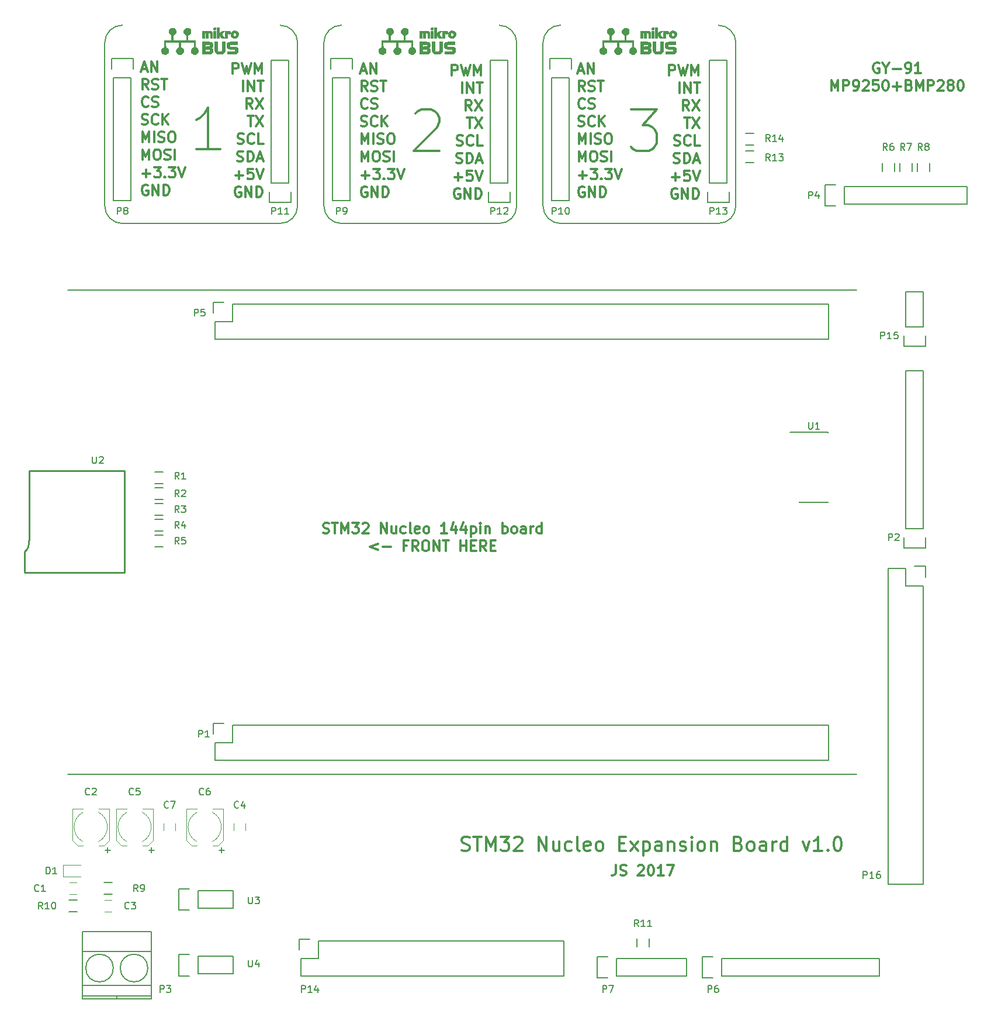
<source format=gbr>
G04 #@! TF.FileFunction,Legend,Top*
%FSLAX46Y46*%
G04 Gerber Fmt 4.6, Leading zero omitted, Abs format (unit mm)*
G04 Created by KiCad (PCBNEW 4.0.5) date 02/11/17 17:25:21*
%MOMM*%
%LPD*%
G01*
G04 APERTURE LIST*
%ADD10C,0.100000*%
%ADD11C,0.200000*%
%ADD12C,0.300000*%
%ADD13C,0.120000*%
%ADD14C,0.150000*%
%ADD15C,0.250000*%
%ADD16C,0.010000*%
G04 APERTURE END LIST*
D10*
D11*
X155448000Y-132080000D02*
X41148000Y-132080000D01*
X155448000Y-61976000D02*
X41148000Y-61976000D01*
D12*
X78122858Y-97122143D02*
X78337144Y-97193571D01*
X78694287Y-97193571D01*
X78837144Y-97122143D01*
X78908573Y-97050714D01*
X78980001Y-96907857D01*
X78980001Y-96765000D01*
X78908573Y-96622143D01*
X78837144Y-96550714D01*
X78694287Y-96479286D01*
X78408573Y-96407857D01*
X78265715Y-96336429D01*
X78194287Y-96265000D01*
X78122858Y-96122143D01*
X78122858Y-95979286D01*
X78194287Y-95836429D01*
X78265715Y-95765000D01*
X78408573Y-95693571D01*
X78765715Y-95693571D01*
X78980001Y-95765000D01*
X79408572Y-95693571D02*
X80265715Y-95693571D01*
X79837144Y-97193571D02*
X79837144Y-95693571D01*
X80765715Y-97193571D02*
X80765715Y-95693571D01*
X81265715Y-96765000D01*
X81765715Y-95693571D01*
X81765715Y-97193571D01*
X82337144Y-95693571D02*
X83265715Y-95693571D01*
X82765715Y-96265000D01*
X82980001Y-96265000D01*
X83122858Y-96336429D01*
X83194287Y-96407857D01*
X83265715Y-96550714D01*
X83265715Y-96907857D01*
X83194287Y-97050714D01*
X83122858Y-97122143D01*
X82980001Y-97193571D01*
X82551429Y-97193571D01*
X82408572Y-97122143D01*
X82337144Y-97050714D01*
X83837143Y-95836429D02*
X83908572Y-95765000D01*
X84051429Y-95693571D01*
X84408572Y-95693571D01*
X84551429Y-95765000D01*
X84622858Y-95836429D01*
X84694286Y-95979286D01*
X84694286Y-96122143D01*
X84622858Y-96336429D01*
X83765715Y-97193571D01*
X84694286Y-97193571D01*
X86480000Y-97193571D02*
X86480000Y-95693571D01*
X87337143Y-97193571D01*
X87337143Y-95693571D01*
X88694286Y-96193571D02*
X88694286Y-97193571D01*
X88051429Y-96193571D02*
X88051429Y-96979286D01*
X88122857Y-97122143D01*
X88265715Y-97193571D01*
X88480000Y-97193571D01*
X88622857Y-97122143D01*
X88694286Y-97050714D01*
X90051429Y-97122143D02*
X89908572Y-97193571D01*
X89622858Y-97193571D01*
X89480000Y-97122143D01*
X89408572Y-97050714D01*
X89337143Y-96907857D01*
X89337143Y-96479286D01*
X89408572Y-96336429D01*
X89480000Y-96265000D01*
X89622858Y-96193571D01*
X89908572Y-96193571D01*
X90051429Y-96265000D01*
X90908572Y-97193571D02*
X90765714Y-97122143D01*
X90694286Y-96979286D01*
X90694286Y-95693571D01*
X92051428Y-97122143D02*
X91908571Y-97193571D01*
X91622857Y-97193571D01*
X91480000Y-97122143D01*
X91408571Y-96979286D01*
X91408571Y-96407857D01*
X91480000Y-96265000D01*
X91622857Y-96193571D01*
X91908571Y-96193571D01*
X92051428Y-96265000D01*
X92122857Y-96407857D01*
X92122857Y-96550714D01*
X91408571Y-96693571D01*
X92980000Y-97193571D02*
X92837142Y-97122143D01*
X92765714Y-97050714D01*
X92694285Y-96907857D01*
X92694285Y-96479286D01*
X92765714Y-96336429D01*
X92837142Y-96265000D01*
X92980000Y-96193571D01*
X93194285Y-96193571D01*
X93337142Y-96265000D01*
X93408571Y-96336429D01*
X93480000Y-96479286D01*
X93480000Y-96907857D01*
X93408571Y-97050714D01*
X93337142Y-97122143D01*
X93194285Y-97193571D01*
X92980000Y-97193571D01*
X96051428Y-97193571D02*
X95194285Y-97193571D01*
X95622857Y-97193571D02*
X95622857Y-95693571D01*
X95480000Y-95907857D01*
X95337142Y-96050714D01*
X95194285Y-96122143D01*
X97337142Y-96193571D02*
X97337142Y-97193571D01*
X96979999Y-95622143D02*
X96622856Y-96693571D01*
X97551428Y-96693571D01*
X98765713Y-96193571D02*
X98765713Y-97193571D01*
X98408570Y-95622143D02*
X98051427Y-96693571D01*
X98979999Y-96693571D01*
X99551427Y-96193571D02*
X99551427Y-97693571D01*
X99551427Y-96265000D02*
X99694284Y-96193571D01*
X99979998Y-96193571D01*
X100122855Y-96265000D01*
X100194284Y-96336429D01*
X100265713Y-96479286D01*
X100265713Y-96907857D01*
X100194284Y-97050714D01*
X100122855Y-97122143D01*
X99979998Y-97193571D01*
X99694284Y-97193571D01*
X99551427Y-97122143D01*
X100908570Y-97193571D02*
X100908570Y-96193571D01*
X100908570Y-95693571D02*
X100837141Y-95765000D01*
X100908570Y-95836429D01*
X100979998Y-95765000D01*
X100908570Y-95693571D01*
X100908570Y-95836429D01*
X101622856Y-96193571D02*
X101622856Y-97193571D01*
X101622856Y-96336429D02*
X101694284Y-96265000D01*
X101837142Y-96193571D01*
X102051427Y-96193571D01*
X102194284Y-96265000D01*
X102265713Y-96407857D01*
X102265713Y-97193571D01*
X104122856Y-97193571D02*
X104122856Y-95693571D01*
X104122856Y-96265000D02*
X104265713Y-96193571D01*
X104551427Y-96193571D01*
X104694284Y-96265000D01*
X104765713Y-96336429D01*
X104837142Y-96479286D01*
X104837142Y-96907857D01*
X104765713Y-97050714D01*
X104694284Y-97122143D01*
X104551427Y-97193571D01*
X104265713Y-97193571D01*
X104122856Y-97122143D01*
X105694285Y-97193571D02*
X105551427Y-97122143D01*
X105479999Y-97050714D01*
X105408570Y-96907857D01*
X105408570Y-96479286D01*
X105479999Y-96336429D01*
X105551427Y-96265000D01*
X105694285Y-96193571D01*
X105908570Y-96193571D01*
X106051427Y-96265000D01*
X106122856Y-96336429D01*
X106194285Y-96479286D01*
X106194285Y-96907857D01*
X106122856Y-97050714D01*
X106051427Y-97122143D01*
X105908570Y-97193571D01*
X105694285Y-97193571D01*
X107479999Y-97193571D02*
X107479999Y-96407857D01*
X107408570Y-96265000D01*
X107265713Y-96193571D01*
X106979999Y-96193571D01*
X106837142Y-96265000D01*
X107479999Y-97122143D02*
X107337142Y-97193571D01*
X106979999Y-97193571D01*
X106837142Y-97122143D01*
X106765713Y-96979286D01*
X106765713Y-96836429D01*
X106837142Y-96693571D01*
X106979999Y-96622143D01*
X107337142Y-96622143D01*
X107479999Y-96550714D01*
X108194285Y-97193571D02*
X108194285Y-96193571D01*
X108194285Y-96479286D02*
X108265713Y-96336429D01*
X108337142Y-96265000D01*
X108479999Y-96193571D01*
X108622856Y-96193571D01*
X109765713Y-97193571D02*
X109765713Y-95693571D01*
X109765713Y-97122143D02*
X109622856Y-97193571D01*
X109337142Y-97193571D01*
X109194284Y-97122143D01*
X109122856Y-97050714D01*
X109051427Y-96907857D01*
X109051427Y-96479286D01*
X109122856Y-96336429D01*
X109194284Y-96265000D01*
X109337142Y-96193571D01*
X109622856Y-96193571D01*
X109765713Y-96265000D01*
X86051428Y-98743571D02*
X84908571Y-99172143D01*
X86051428Y-99600714D01*
X86765714Y-99172143D02*
X87908571Y-99172143D01*
X90265714Y-98957857D02*
X89765714Y-98957857D01*
X89765714Y-99743571D02*
X89765714Y-98243571D01*
X90480000Y-98243571D01*
X91908571Y-99743571D02*
X91408571Y-99029286D01*
X91051428Y-99743571D02*
X91051428Y-98243571D01*
X91622856Y-98243571D01*
X91765714Y-98315000D01*
X91837142Y-98386429D01*
X91908571Y-98529286D01*
X91908571Y-98743571D01*
X91837142Y-98886429D01*
X91765714Y-98957857D01*
X91622856Y-99029286D01*
X91051428Y-99029286D01*
X92837142Y-98243571D02*
X93122856Y-98243571D01*
X93265714Y-98315000D01*
X93408571Y-98457857D01*
X93479999Y-98743571D01*
X93479999Y-99243571D01*
X93408571Y-99529286D01*
X93265714Y-99672143D01*
X93122856Y-99743571D01*
X92837142Y-99743571D01*
X92694285Y-99672143D01*
X92551428Y-99529286D01*
X92479999Y-99243571D01*
X92479999Y-98743571D01*
X92551428Y-98457857D01*
X92694285Y-98315000D01*
X92837142Y-98243571D01*
X94122857Y-99743571D02*
X94122857Y-98243571D01*
X94980000Y-99743571D01*
X94980000Y-98243571D01*
X95480000Y-98243571D02*
X96337143Y-98243571D01*
X95908572Y-99743571D02*
X95908572Y-98243571D01*
X97980000Y-99743571D02*
X97980000Y-98243571D01*
X97980000Y-98957857D02*
X98837143Y-98957857D01*
X98837143Y-99743571D02*
X98837143Y-98243571D01*
X99551429Y-98957857D02*
X100051429Y-98957857D01*
X100265715Y-99743571D02*
X99551429Y-99743571D01*
X99551429Y-98243571D01*
X100265715Y-98243571D01*
X101765715Y-99743571D02*
X101265715Y-99029286D01*
X100908572Y-99743571D02*
X100908572Y-98243571D01*
X101480000Y-98243571D01*
X101622858Y-98315000D01*
X101694286Y-98386429D01*
X101765715Y-98529286D01*
X101765715Y-98743571D01*
X101694286Y-98886429D01*
X101622858Y-98957857D01*
X101480000Y-99029286D01*
X100908572Y-99029286D01*
X102408572Y-98957857D02*
X102908572Y-98957857D01*
X103122858Y-99743571D02*
X102408572Y-99743571D01*
X102408572Y-98243571D01*
X103122858Y-98243571D01*
X98206187Y-143049524D02*
X98491902Y-143144762D01*
X98968092Y-143144762D01*
X99158568Y-143049524D01*
X99253806Y-142954286D01*
X99349045Y-142763810D01*
X99349045Y-142573333D01*
X99253806Y-142382857D01*
X99158568Y-142287619D01*
X98968092Y-142192381D01*
X98587140Y-142097143D01*
X98396664Y-142001905D01*
X98301425Y-141906667D01*
X98206187Y-141716190D01*
X98206187Y-141525714D01*
X98301425Y-141335238D01*
X98396664Y-141240000D01*
X98587140Y-141144762D01*
X99063330Y-141144762D01*
X99349045Y-141240000D01*
X99920473Y-141144762D02*
X101063330Y-141144762D01*
X100491902Y-143144762D02*
X100491902Y-141144762D01*
X101729997Y-143144762D02*
X101729997Y-141144762D01*
X102396664Y-142573333D01*
X103063331Y-141144762D01*
X103063331Y-143144762D01*
X103825235Y-141144762D02*
X105063331Y-141144762D01*
X104396664Y-141906667D01*
X104682378Y-141906667D01*
X104872854Y-142001905D01*
X104968092Y-142097143D01*
X105063331Y-142287619D01*
X105063331Y-142763810D01*
X104968092Y-142954286D01*
X104872854Y-143049524D01*
X104682378Y-143144762D01*
X104110950Y-143144762D01*
X103920473Y-143049524D01*
X103825235Y-142954286D01*
X105825235Y-141335238D02*
X105920473Y-141240000D01*
X106110950Y-141144762D01*
X106587140Y-141144762D01*
X106777616Y-141240000D01*
X106872854Y-141335238D01*
X106968093Y-141525714D01*
X106968093Y-141716190D01*
X106872854Y-142001905D01*
X105729997Y-143144762D01*
X106968093Y-143144762D01*
X109349045Y-143144762D02*
X109349045Y-141144762D01*
X110491903Y-143144762D01*
X110491903Y-141144762D01*
X112301426Y-141811429D02*
X112301426Y-143144762D01*
X111444283Y-141811429D02*
X111444283Y-142859048D01*
X111539522Y-143049524D01*
X111729998Y-143144762D01*
X112015712Y-143144762D01*
X112206188Y-143049524D01*
X112301426Y-142954286D01*
X114110950Y-143049524D02*
X113920474Y-143144762D01*
X113539522Y-143144762D01*
X113349046Y-143049524D01*
X113253807Y-142954286D01*
X113158569Y-142763810D01*
X113158569Y-142192381D01*
X113253807Y-142001905D01*
X113349046Y-141906667D01*
X113539522Y-141811429D01*
X113920474Y-141811429D01*
X114110950Y-141906667D01*
X115253808Y-143144762D02*
X115063332Y-143049524D01*
X114968093Y-142859048D01*
X114968093Y-141144762D01*
X116777617Y-143049524D02*
X116587141Y-143144762D01*
X116206189Y-143144762D01*
X116015712Y-143049524D01*
X115920474Y-142859048D01*
X115920474Y-142097143D01*
X116015712Y-141906667D01*
X116206189Y-141811429D01*
X116587141Y-141811429D01*
X116777617Y-141906667D01*
X116872855Y-142097143D01*
X116872855Y-142287619D01*
X115920474Y-142478095D01*
X118015713Y-143144762D02*
X117825237Y-143049524D01*
X117729998Y-142954286D01*
X117634760Y-142763810D01*
X117634760Y-142192381D01*
X117729998Y-142001905D01*
X117825237Y-141906667D01*
X118015713Y-141811429D01*
X118301427Y-141811429D01*
X118491903Y-141906667D01*
X118587141Y-142001905D01*
X118682379Y-142192381D01*
X118682379Y-142763810D01*
X118587141Y-142954286D01*
X118491903Y-143049524D01*
X118301427Y-143144762D01*
X118015713Y-143144762D01*
X121063332Y-142097143D02*
X121729999Y-142097143D01*
X122015713Y-143144762D02*
X121063332Y-143144762D01*
X121063332Y-141144762D01*
X122015713Y-141144762D01*
X122682380Y-143144762D02*
X123729999Y-141811429D01*
X122682380Y-141811429D02*
X123729999Y-143144762D01*
X124491904Y-141811429D02*
X124491904Y-143811429D01*
X124491904Y-141906667D02*
X124682381Y-141811429D01*
X125063333Y-141811429D01*
X125253809Y-141906667D01*
X125349047Y-142001905D01*
X125444285Y-142192381D01*
X125444285Y-142763810D01*
X125349047Y-142954286D01*
X125253809Y-143049524D01*
X125063333Y-143144762D01*
X124682381Y-143144762D01*
X124491904Y-143049524D01*
X127158571Y-143144762D02*
X127158571Y-142097143D01*
X127063333Y-141906667D01*
X126872857Y-141811429D01*
X126491905Y-141811429D01*
X126301428Y-141906667D01*
X127158571Y-143049524D02*
X126968095Y-143144762D01*
X126491905Y-143144762D01*
X126301428Y-143049524D01*
X126206190Y-142859048D01*
X126206190Y-142668571D01*
X126301428Y-142478095D01*
X126491905Y-142382857D01*
X126968095Y-142382857D01*
X127158571Y-142287619D01*
X128110952Y-141811429D02*
X128110952Y-143144762D01*
X128110952Y-142001905D02*
X128206191Y-141906667D01*
X128396667Y-141811429D01*
X128682381Y-141811429D01*
X128872857Y-141906667D01*
X128968095Y-142097143D01*
X128968095Y-143144762D01*
X129825238Y-143049524D02*
X130015715Y-143144762D01*
X130396667Y-143144762D01*
X130587143Y-143049524D01*
X130682381Y-142859048D01*
X130682381Y-142763810D01*
X130587143Y-142573333D01*
X130396667Y-142478095D01*
X130110953Y-142478095D01*
X129920476Y-142382857D01*
X129825238Y-142192381D01*
X129825238Y-142097143D01*
X129920476Y-141906667D01*
X130110953Y-141811429D01*
X130396667Y-141811429D01*
X130587143Y-141906667D01*
X131539524Y-143144762D02*
X131539524Y-141811429D01*
X131539524Y-141144762D02*
X131444286Y-141240000D01*
X131539524Y-141335238D01*
X131634763Y-141240000D01*
X131539524Y-141144762D01*
X131539524Y-141335238D01*
X132777620Y-143144762D02*
X132587144Y-143049524D01*
X132491905Y-142954286D01*
X132396667Y-142763810D01*
X132396667Y-142192381D01*
X132491905Y-142001905D01*
X132587144Y-141906667D01*
X132777620Y-141811429D01*
X133063334Y-141811429D01*
X133253810Y-141906667D01*
X133349048Y-142001905D01*
X133444286Y-142192381D01*
X133444286Y-142763810D01*
X133349048Y-142954286D01*
X133253810Y-143049524D01*
X133063334Y-143144762D01*
X132777620Y-143144762D01*
X134301429Y-141811429D02*
X134301429Y-143144762D01*
X134301429Y-142001905D02*
X134396668Y-141906667D01*
X134587144Y-141811429D01*
X134872858Y-141811429D01*
X135063334Y-141906667D01*
X135158572Y-142097143D01*
X135158572Y-143144762D01*
X138301430Y-142097143D02*
X138587144Y-142192381D01*
X138682383Y-142287619D01*
X138777621Y-142478095D01*
X138777621Y-142763810D01*
X138682383Y-142954286D01*
X138587144Y-143049524D01*
X138396668Y-143144762D01*
X137634763Y-143144762D01*
X137634763Y-141144762D01*
X138301430Y-141144762D01*
X138491906Y-141240000D01*
X138587144Y-141335238D01*
X138682383Y-141525714D01*
X138682383Y-141716190D01*
X138587144Y-141906667D01*
X138491906Y-142001905D01*
X138301430Y-142097143D01*
X137634763Y-142097143D01*
X139920478Y-143144762D02*
X139730002Y-143049524D01*
X139634763Y-142954286D01*
X139539525Y-142763810D01*
X139539525Y-142192381D01*
X139634763Y-142001905D01*
X139730002Y-141906667D01*
X139920478Y-141811429D01*
X140206192Y-141811429D01*
X140396668Y-141906667D01*
X140491906Y-142001905D01*
X140587144Y-142192381D01*
X140587144Y-142763810D01*
X140491906Y-142954286D01*
X140396668Y-143049524D01*
X140206192Y-143144762D01*
X139920478Y-143144762D01*
X142301430Y-143144762D02*
X142301430Y-142097143D01*
X142206192Y-141906667D01*
X142015716Y-141811429D01*
X141634764Y-141811429D01*
X141444287Y-141906667D01*
X142301430Y-143049524D02*
X142110954Y-143144762D01*
X141634764Y-143144762D01*
X141444287Y-143049524D01*
X141349049Y-142859048D01*
X141349049Y-142668571D01*
X141444287Y-142478095D01*
X141634764Y-142382857D01*
X142110954Y-142382857D01*
X142301430Y-142287619D01*
X143253811Y-143144762D02*
X143253811Y-141811429D01*
X143253811Y-142192381D02*
X143349050Y-142001905D01*
X143444288Y-141906667D01*
X143634764Y-141811429D01*
X143825240Y-141811429D01*
X145349049Y-143144762D02*
X145349049Y-141144762D01*
X145349049Y-143049524D02*
X145158573Y-143144762D01*
X144777621Y-143144762D01*
X144587145Y-143049524D01*
X144491906Y-142954286D01*
X144396668Y-142763810D01*
X144396668Y-142192381D01*
X144491906Y-142001905D01*
X144587145Y-141906667D01*
X144777621Y-141811429D01*
X145158573Y-141811429D01*
X145349049Y-141906667D01*
X147634764Y-141811429D02*
X148110955Y-143144762D01*
X148587145Y-141811429D01*
X150396670Y-143144762D02*
X149253812Y-143144762D01*
X149825241Y-143144762D02*
X149825241Y-141144762D01*
X149634765Y-141430476D01*
X149444289Y-141620952D01*
X149253812Y-141716190D01*
X151253812Y-142954286D02*
X151349051Y-143049524D01*
X151253812Y-143144762D01*
X151158574Y-143049524D01*
X151253812Y-142954286D01*
X151253812Y-143144762D01*
X152587146Y-141144762D02*
X152777622Y-141144762D01*
X152968098Y-141240000D01*
X153063336Y-141335238D01*
X153158574Y-141525714D01*
X153253813Y-141906667D01*
X153253813Y-142382857D01*
X153158574Y-142763810D01*
X153063336Y-142954286D01*
X152968098Y-143049524D01*
X152777622Y-143144762D01*
X152587146Y-143144762D01*
X152396670Y-143049524D01*
X152301432Y-142954286D01*
X152206193Y-142763810D01*
X152110955Y-142382857D01*
X152110955Y-141906667D01*
X152206193Y-141525714D01*
X152301432Y-141335238D01*
X152396670Y-141240000D01*
X152587146Y-141144762D01*
X120531430Y-145228571D02*
X120531430Y-146300000D01*
X120460002Y-146514286D01*
X120317145Y-146657143D01*
X120102859Y-146728571D01*
X119960002Y-146728571D01*
X121174287Y-146657143D02*
X121388573Y-146728571D01*
X121745716Y-146728571D01*
X121888573Y-146657143D01*
X121960002Y-146585714D01*
X122031430Y-146442857D01*
X122031430Y-146300000D01*
X121960002Y-146157143D01*
X121888573Y-146085714D01*
X121745716Y-146014286D01*
X121460002Y-145942857D01*
X121317144Y-145871429D01*
X121245716Y-145800000D01*
X121174287Y-145657143D01*
X121174287Y-145514286D01*
X121245716Y-145371429D01*
X121317144Y-145300000D01*
X121460002Y-145228571D01*
X121817144Y-145228571D01*
X122031430Y-145300000D01*
X123745715Y-145371429D02*
X123817144Y-145300000D01*
X123960001Y-145228571D01*
X124317144Y-145228571D01*
X124460001Y-145300000D01*
X124531430Y-145371429D01*
X124602858Y-145514286D01*
X124602858Y-145657143D01*
X124531430Y-145871429D01*
X123674287Y-146728571D01*
X124602858Y-146728571D01*
X125531429Y-145228571D02*
X125674286Y-145228571D01*
X125817143Y-145300000D01*
X125888572Y-145371429D01*
X125960001Y-145514286D01*
X126031429Y-145800000D01*
X126031429Y-146157143D01*
X125960001Y-146442857D01*
X125888572Y-146585714D01*
X125817143Y-146657143D01*
X125674286Y-146728571D01*
X125531429Y-146728571D01*
X125388572Y-146657143D01*
X125317143Y-146585714D01*
X125245715Y-146442857D01*
X125174286Y-146157143D01*
X125174286Y-145800000D01*
X125245715Y-145514286D01*
X125317143Y-145371429D01*
X125388572Y-145300000D01*
X125531429Y-145228571D01*
X127460000Y-146728571D02*
X126602857Y-146728571D01*
X127031429Y-146728571D02*
X127031429Y-145228571D01*
X126888572Y-145442857D01*
X126745714Y-145585714D01*
X126602857Y-145657143D01*
X127960000Y-145228571D02*
X128960000Y-145228571D01*
X128317143Y-146728571D01*
X158682858Y-29090000D02*
X158540001Y-29018571D01*
X158325715Y-29018571D01*
X158111430Y-29090000D01*
X157968572Y-29232857D01*
X157897144Y-29375714D01*
X157825715Y-29661429D01*
X157825715Y-29875714D01*
X157897144Y-30161429D01*
X157968572Y-30304286D01*
X158111430Y-30447143D01*
X158325715Y-30518571D01*
X158468572Y-30518571D01*
X158682858Y-30447143D01*
X158754287Y-30375714D01*
X158754287Y-29875714D01*
X158468572Y-29875714D01*
X159682858Y-29804286D02*
X159682858Y-30518571D01*
X159182858Y-29018571D02*
X159682858Y-29804286D01*
X160182858Y-29018571D01*
X160682858Y-29947143D02*
X161825715Y-29947143D01*
X162611429Y-30518571D02*
X162897144Y-30518571D01*
X163040001Y-30447143D01*
X163111429Y-30375714D01*
X163254287Y-30161429D01*
X163325715Y-29875714D01*
X163325715Y-29304286D01*
X163254287Y-29161429D01*
X163182858Y-29090000D01*
X163040001Y-29018571D01*
X162754287Y-29018571D01*
X162611429Y-29090000D01*
X162540001Y-29161429D01*
X162468572Y-29304286D01*
X162468572Y-29661429D01*
X162540001Y-29804286D01*
X162611429Y-29875714D01*
X162754287Y-29947143D01*
X163040001Y-29947143D01*
X163182858Y-29875714D01*
X163254287Y-29804286D01*
X163325715Y-29661429D01*
X164754286Y-30518571D02*
X163897143Y-30518571D01*
X164325715Y-30518571D02*
X164325715Y-29018571D01*
X164182858Y-29232857D01*
X164040000Y-29375714D01*
X163897143Y-29447143D01*
X151754287Y-33068571D02*
X151754287Y-31568571D01*
X152254287Y-32640000D01*
X152754287Y-31568571D01*
X152754287Y-33068571D01*
X153468573Y-33068571D02*
X153468573Y-31568571D01*
X154040001Y-31568571D01*
X154182859Y-31640000D01*
X154254287Y-31711429D01*
X154325716Y-31854286D01*
X154325716Y-32068571D01*
X154254287Y-32211429D01*
X154182859Y-32282857D01*
X154040001Y-32354286D01*
X153468573Y-32354286D01*
X155040001Y-33068571D02*
X155325716Y-33068571D01*
X155468573Y-32997143D01*
X155540001Y-32925714D01*
X155682859Y-32711429D01*
X155754287Y-32425714D01*
X155754287Y-31854286D01*
X155682859Y-31711429D01*
X155611430Y-31640000D01*
X155468573Y-31568571D01*
X155182859Y-31568571D01*
X155040001Y-31640000D01*
X154968573Y-31711429D01*
X154897144Y-31854286D01*
X154897144Y-32211429D01*
X154968573Y-32354286D01*
X155040001Y-32425714D01*
X155182859Y-32497143D01*
X155468573Y-32497143D01*
X155611430Y-32425714D01*
X155682859Y-32354286D01*
X155754287Y-32211429D01*
X156325715Y-31711429D02*
X156397144Y-31640000D01*
X156540001Y-31568571D01*
X156897144Y-31568571D01*
X157040001Y-31640000D01*
X157111430Y-31711429D01*
X157182858Y-31854286D01*
X157182858Y-31997143D01*
X157111430Y-32211429D01*
X156254287Y-33068571D01*
X157182858Y-33068571D01*
X158540001Y-31568571D02*
X157825715Y-31568571D01*
X157754286Y-32282857D01*
X157825715Y-32211429D01*
X157968572Y-32140000D01*
X158325715Y-32140000D01*
X158468572Y-32211429D01*
X158540001Y-32282857D01*
X158611429Y-32425714D01*
X158611429Y-32782857D01*
X158540001Y-32925714D01*
X158468572Y-32997143D01*
X158325715Y-33068571D01*
X157968572Y-33068571D01*
X157825715Y-32997143D01*
X157754286Y-32925714D01*
X159540000Y-31568571D02*
X159682857Y-31568571D01*
X159825714Y-31640000D01*
X159897143Y-31711429D01*
X159968572Y-31854286D01*
X160040000Y-32140000D01*
X160040000Y-32497143D01*
X159968572Y-32782857D01*
X159897143Y-32925714D01*
X159825714Y-32997143D01*
X159682857Y-33068571D01*
X159540000Y-33068571D01*
X159397143Y-32997143D01*
X159325714Y-32925714D01*
X159254286Y-32782857D01*
X159182857Y-32497143D01*
X159182857Y-32140000D01*
X159254286Y-31854286D01*
X159325714Y-31711429D01*
X159397143Y-31640000D01*
X159540000Y-31568571D01*
X160682857Y-32497143D02*
X161825714Y-32497143D01*
X161254285Y-33068571D02*
X161254285Y-31925714D01*
X163040000Y-32282857D02*
X163254286Y-32354286D01*
X163325714Y-32425714D01*
X163397143Y-32568571D01*
X163397143Y-32782857D01*
X163325714Y-32925714D01*
X163254286Y-32997143D01*
X163111428Y-33068571D01*
X162540000Y-33068571D01*
X162540000Y-31568571D01*
X163040000Y-31568571D01*
X163182857Y-31640000D01*
X163254286Y-31711429D01*
X163325714Y-31854286D01*
X163325714Y-31997143D01*
X163254286Y-32140000D01*
X163182857Y-32211429D01*
X163040000Y-32282857D01*
X162540000Y-32282857D01*
X164040000Y-33068571D02*
X164040000Y-31568571D01*
X164540000Y-32640000D01*
X165040000Y-31568571D01*
X165040000Y-33068571D01*
X165754286Y-33068571D02*
X165754286Y-31568571D01*
X166325714Y-31568571D01*
X166468572Y-31640000D01*
X166540000Y-31711429D01*
X166611429Y-31854286D01*
X166611429Y-32068571D01*
X166540000Y-32211429D01*
X166468572Y-32282857D01*
X166325714Y-32354286D01*
X165754286Y-32354286D01*
X167182857Y-31711429D02*
X167254286Y-31640000D01*
X167397143Y-31568571D01*
X167754286Y-31568571D01*
X167897143Y-31640000D01*
X167968572Y-31711429D01*
X168040000Y-31854286D01*
X168040000Y-31997143D01*
X167968572Y-32211429D01*
X167111429Y-33068571D01*
X168040000Y-33068571D01*
X168897143Y-32211429D02*
X168754285Y-32140000D01*
X168682857Y-32068571D01*
X168611428Y-31925714D01*
X168611428Y-31854286D01*
X168682857Y-31711429D01*
X168754285Y-31640000D01*
X168897143Y-31568571D01*
X169182857Y-31568571D01*
X169325714Y-31640000D01*
X169397143Y-31711429D01*
X169468571Y-31854286D01*
X169468571Y-31925714D01*
X169397143Y-32068571D01*
X169325714Y-32140000D01*
X169182857Y-32211429D01*
X168897143Y-32211429D01*
X168754285Y-32282857D01*
X168682857Y-32354286D01*
X168611428Y-32497143D01*
X168611428Y-32782857D01*
X168682857Y-32925714D01*
X168754285Y-32997143D01*
X168897143Y-33068571D01*
X169182857Y-33068571D01*
X169325714Y-32997143D01*
X169397143Y-32925714D01*
X169468571Y-32782857D01*
X169468571Y-32497143D01*
X169397143Y-32354286D01*
X169325714Y-32282857D01*
X169182857Y-32211429D01*
X170397142Y-31568571D02*
X170539999Y-31568571D01*
X170682856Y-31640000D01*
X170754285Y-31711429D01*
X170825714Y-31854286D01*
X170897142Y-32140000D01*
X170897142Y-32497143D01*
X170825714Y-32782857D01*
X170754285Y-32925714D01*
X170682856Y-32997143D01*
X170539999Y-33068571D01*
X170397142Y-33068571D01*
X170254285Y-32997143D01*
X170182856Y-32925714D01*
X170111428Y-32782857D01*
X170039999Y-32497143D01*
X170039999Y-32140000D01*
X170111428Y-31854286D01*
X170182856Y-31711429D01*
X170254285Y-31640000D01*
X170397142Y-31568571D01*
D11*
X109982000Y-49784000D02*
G75*
G03X112522000Y-52324000I2540000J0D01*
G01*
X112522000Y-23622000D02*
G75*
G03X109982000Y-26162000I0J-2540000D01*
G01*
X135382000Y-52324000D02*
G75*
G03X137922000Y-49784000I0J2540000D01*
G01*
X137922000Y-26162000D02*
G75*
G03X135382000Y-23622000I-2540000J0D01*
G01*
X137922000Y-49784000D02*
X137922000Y-26162000D01*
X109982000Y-26162000D02*
X109982000Y-49784000D01*
X112522000Y-52324000D02*
X135382000Y-52324000D01*
X78232000Y-49784000D02*
G75*
G03X80772000Y-52324000I2540000J0D01*
G01*
X80772000Y-23622000D02*
G75*
G03X78232000Y-26162000I0J-2540000D01*
G01*
X103632000Y-52324000D02*
G75*
G03X106172000Y-49784000I0J2540000D01*
G01*
X106172000Y-26162000D02*
G75*
G03X103632000Y-23622000I-2540000J0D01*
G01*
X106172000Y-49784000D02*
X106172000Y-26162000D01*
X78232000Y-26162000D02*
X78232000Y-49784000D01*
X80772000Y-52324000D02*
X103632000Y-52324000D01*
X46482000Y-49784000D02*
G75*
G03X49022000Y-52324000I2540000J0D01*
G01*
X49022000Y-23622000D02*
G75*
G03X46482000Y-26162000I0J-2540000D01*
G01*
X71882000Y-52324000D02*
G75*
G03X74422000Y-49784000I0J2540000D01*
G01*
X74422000Y-26162000D02*
G75*
G03X71882000Y-23622000I-2540000J0D01*
G01*
X74422000Y-49784000D02*
X74422000Y-26162000D01*
X46482000Y-26162000D02*
X46482000Y-49784000D01*
X49022000Y-52324000D02*
X71882000Y-52324000D01*
D12*
X91503714Y-36401714D02*
X91789428Y-36116000D01*
X92360857Y-35830286D01*
X93789428Y-35830286D01*
X94360857Y-36116000D01*
X94646571Y-36401714D01*
X94932286Y-36973143D01*
X94932286Y-37544571D01*
X94646571Y-38401714D01*
X91218000Y-41830286D01*
X94932286Y-41830286D01*
X96774571Y-30869571D02*
X96774571Y-29369571D01*
X97345999Y-29369571D01*
X97488857Y-29441000D01*
X97560285Y-29512429D01*
X97631714Y-29655286D01*
X97631714Y-29869571D01*
X97560285Y-30012429D01*
X97488857Y-30083857D01*
X97345999Y-30155286D01*
X96774571Y-30155286D01*
X98131714Y-29369571D02*
X98488857Y-30869571D01*
X98774571Y-29798143D01*
X99060285Y-30869571D01*
X99417428Y-29369571D01*
X99988857Y-30869571D02*
X99988857Y-29369571D01*
X100488857Y-30441000D01*
X100988857Y-29369571D01*
X100988857Y-30869571D01*
X98274571Y-33419571D02*
X98274571Y-31919571D01*
X98988857Y-33419571D02*
X98988857Y-31919571D01*
X99846000Y-33419571D01*
X99846000Y-31919571D01*
X100346000Y-31919571D02*
X101203143Y-31919571D01*
X100774572Y-33419571D02*
X100774572Y-31919571D01*
X99631715Y-35969571D02*
X99131715Y-35255286D01*
X98774572Y-35969571D02*
X98774572Y-34469571D01*
X99346000Y-34469571D01*
X99488858Y-34541000D01*
X99560286Y-34612429D01*
X99631715Y-34755286D01*
X99631715Y-34969571D01*
X99560286Y-35112429D01*
X99488858Y-35183857D01*
X99346000Y-35255286D01*
X98774572Y-35255286D01*
X100131715Y-34469571D02*
X101131715Y-35969571D01*
X101131715Y-34469571D02*
X100131715Y-35969571D01*
X98917429Y-37019571D02*
X99774572Y-37019571D01*
X99346001Y-38519571D02*
X99346001Y-37019571D01*
X100131715Y-37019571D02*
X101131715Y-38519571D01*
X101131715Y-37019571D02*
X100131715Y-38519571D01*
X97488857Y-40998143D02*
X97703143Y-41069571D01*
X98060286Y-41069571D01*
X98203143Y-40998143D01*
X98274572Y-40926714D01*
X98346000Y-40783857D01*
X98346000Y-40641000D01*
X98274572Y-40498143D01*
X98203143Y-40426714D01*
X98060286Y-40355286D01*
X97774572Y-40283857D01*
X97631714Y-40212429D01*
X97560286Y-40141000D01*
X97488857Y-39998143D01*
X97488857Y-39855286D01*
X97560286Y-39712429D01*
X97631714Y-39641000D01*
X97774572Y-39569571D01*
X98131714Y-39569571D01*
X98346000Y-39641000D01*
X99846000Y-40926714D02*
X99774571Y-40998143D01*
X99560285Y-41069571D01*
X99417428Y-41069571D01*
X99203143Y-40998143D01*
X99060285Y-40855286D01*
X98988857Y-40712429D01*
X98917428Y-40426714D01*
X98917428Y-40212429D01*
X98988857Y-39926714D01*
X99060285Y-39783857D01*
X99203143Y-39641000D01*
X99417428Y-39569571D01*
X99560285Y-39569571D01*
X99774571Y-39641000D01*
X99846000Y-39712429D01*
X101203143Y-41069571D02*
X100488857Y-41069571D01*
X100488857Y-39569571D01*
X97417429Y-43548143D02*
X97631715Y-43619571D01*
X97988858Y-43619571D01*
X98131715Y-43548143D01*
X98203144Y-43476714D01*
X98274572Y-43333857D01*
X98274572Y-43191000D01*
X98203144Y-43048143D01*
X98131715Y-42976714D01*
X97988858Y-42905286D01*
X97703144Y-42833857D01*
X97560286Y-42762429D01*
X97488858Y-42691000D01*
X97417429Y-42548143D01*
X97417429Y-42405286D01*
X97488858Y-42262429D01*
X97560286Y-42191000D01*
X97703144Y-42119571D01*
X98060286Y-42119571D01*
X98274572Y-42191000D01*
X98917429Y-43619571D02*
X98917429Y-42119571D01*
X99274572Y-42119571D01*
X99488857Y-42191000D01*
X99631715Y-42333857D01*
X99703143Y-42476714D01*
X99774572Y-42762429D01*
X99774572Y-42976714D01*
X99703143Y-43262429D01*
X99631715Y-43405286D01*
X99488857Y-43548143D01*
X99274572Y-43619571D01*
X98917429Y-43619571D01*
X100346000Y-43191000D02*
X101060286Y-43191000D01*
X100203143Y-43619571D02*
X100703143Y-42119571D01*
X101203143Y-43619571D01*
X97131715Y-45598143D02*
X98274572Y-45598143D01*
X97703143Y-46169571D02*
X97703143Y-45026714D01*
X99703144Y-44669571D02*
X98988858Y-44669571D01*
X98917429Y-45383857D01*
X98988858Y-45312429D01*
X99131715Y-45241000D01*
X99488858Y-45241000D01*
X99631715Y-45312429D01*
X99703144Y-45383857D01*
X99774572Y-45526714D01*
X99774572Y-45883857D01*
X99703144Y-46026714D01*
X99631715Y-46098143D01*
X99488858Y-46169571D01*
X99131715Y-46169571D01*
X98988858Y-46098143D01*
X98917429Y-46026714D01*
X100203143Y-44669571D02*
X100703143Y-46169571D01*
X101203143Y-44669571D01*
X97917428Y-47291000D02*
X97774571Y-47219571D01*
X97560285Y-47219571D01*
X97346000Y-47291000D01*
X97203142Y-47433857D01*
X97131714Y-47576714D01*
X97060285Y-47862429D01*
X97060285Y-48076714D01*
X97131714Y-48362429D01*
X97203142Y-48505286D01*
X97346000Y-48648143D01*
X97560285Y-48719571D01*
X97703142Y-48719571D01*
X97917428Y-48648143D01*
X97988857Y-48576714D01*
X97988857Y-48076714D01*
X97703142Y-48076714D01*
X98631714Y-48719571D02*
X98631714Y-47219571D01*
X99488857Y-48719571D01*
X99488857Y-47219571D01*
X100203143Y-48719571D02*
X100203143Y-47219571D01*
X100560286Y-47219571D01*
X100774571Y-47291000D01*
X100917429Y-47433857D01*
X100988857Y-47576714D01*
X101060286Y-47862429D01*
X101060286Y-48076714D01*
X100988857Y-48362429D01*
X100917429Y-48505286D01*
X100774571Y-48648143D01*
X100560286Y-48719571D01*
X100203143Y-48719571D01*
X83597714Y-30187000D02*
X84312000Y-30187000D01*
X83454857Y-30615571D02*
X83954857Y-29115571D01*
X84454857Y-30615571D01*
X84954857Y-30615571D02*
X84954857Y-29115571D01*
X85812000Y-30615571D01*
X85812000Y-29115571D01*
X84526286Y-33165571D02*
X84026286Y-32451286D01*
X83669143Y-33165571D02*
X83669143Y-31665571D01*
X84240571Y-31665571D01*
X84383429Y-31737000D01*
X84454857Y-31808429D01*
X84526286Y-31951286D01*
X84526286Y-32165571D01*
X84454857Y-32308429D01*
X84383429Y-32379857D01*
X84240571Y-32451286D01*
X83669143Y-32451286D01*
X85097714Y-33094143D02*
X85312000Y-33165571D01*
X85669143Y-33165571D01*
X85812000Y-33094143D01*
X85883429Y-33022714D01*
X85954857Y-32879857D01*
X85954857Y-32737000D01*
X85883429Y-32594143D01*
X85812000Y-32522714D01*
X85669143Y-32451286D01*
X85383429Y-32379857D01*
X85240571Y-32308429D01*
X85169143Y-32237000D01*
X85097714Y-32094143D01*
X85097714Y-31951286D01*
X85169143Y-31808429D01*
X85240571Y-31737000D01*
X85383429Y-31665571D01*
X85740571Y-31665571D01*
X85954857Y-31737000D01*
X86383428Y-31665571D02*
X87240571Y-31665571D01*
X86812000Y-33165571D02*
X86812000Y-31665571D01*
X84526286Y-35572714D02*
X84454857Y-35644143D01*
X84240571Y-35715571D01*
X84097714Y-35715571D01*
X83883429Y-35644143D01*
X83740571Y-35501286D01*
X83669143Y-35358429D01*
X83597714Y-35072714D01*
X83597714Y-34858429D01*
X83669143Y-34572714D01*
X83740571Y-34429857D01*
X83883429Y-34287000D01*
X84097714Y-34215571D01*
X84240571Y-34215571D01*
X84454857Y-34287000D01*
X84526286Y-34358429D01*
X85097714Y-35644143D02*
X85312000Y-35715571D01*
X85669143Y-35715571D01*
X85812000Y-35644143D01*
X85883429Y-35572714D01*
X85954857Y-35429857D01*
X85954857Y-35287000D01*
X85883429Y-35144143D01*
X85812000Y-35072714D01*
X85669143Y-35001286D01*
X85383429Y-34929857D01*
X85240571Y-34858429D01*
X85169143Y-34787000D01*
X85097714Y-34644143D01*
X85097714Y-34501286D01*
X85169143Y-34358429D01*
X85240571Y-34287000D01*
X85383429Y-34215571D01*
X85740571Y-34215571D01*
X85954857Y-34287000D01*
X83597714Y-38194143D02*
X83812000Y-38265571D01*
X84169143Y-38265571D01*
X84312000Y-38194143D01*
X84383429Y-38122714D01*
X84454857Y-37979857D01*
X84454857Y-37837000D01*
X84383429Y-37694143D01*
X84312000Y-37622714D01*
X84169143Y-37551286D01*
X83883429Y-37479857D01*
X83740571Y-37408429D01*
X83669143Y-37337000D01*
X83597714Y-37194143D01*
X83597714Y-37051286D01*
X83669143Y-36908429D01*
X83740571Y-36837000D01*
X83883429Y-36765571D01*
X84240571Y-36765571D01*
X84454857Y-36837000D01*
X85954857Y-38122714D02*
X85883428Y-38194143D01*
X85669142Y-38265571D01*
X85526285Y-38265571D01*
X85312000Y-38194143D01*
X85169142Y-38051286D01*
X85097714Y-37908429D01*
X85026285Y-37622714D01*
X85026285Y-37408429D01*
X85097714Y-37122714D01*
X85169142Y-36979857D01*
X85312000Y-36837000D01*
X85526285Y-36765571D01*
X85669142Y-36765571D01*
X85883428Y-36837000D01*
X85954857Y-36908429D01*
X86597714Y-38265571D02*
X86597714Y-36765571D01*
X87454857Y-38265571D02*
X86812000Y-37408429D01*
X87454857Y-36765571D02*
X86597714Y-37622714D01*
X83669143Y-40815571D02*
X83669143Y-39315571D01*
X84169143Y-40387000D01*
X84669143Y-39315571D01*
X84669143Y-40815571D01*
X85383429Y-40815571D02*
X85383429Y-39315571D01*
X86026286Y-40744143D02*
X86240572Y-40815571D01*
X86597715Y-40815571D01*
X86740572Y-40744143D01*
X86812001Y-40672714D01*
X86883429Y-40529857D01*
X86883429Y-40387000D01*
X86812001Y-40244143D01*
X86740572Y-40172714D01*
X86597715Y-40101286D01*
X86312001Y-40029857D01*
X86169143Y-39958429D01*
X86097715Y-39887000D01*
X86026286Y-39744143D01*
X86026286Y-39601286D01*
X86097715Y-39458429D01*
X86169143Y-39387000D01*
X86312001Y-39315571D01*
X86669143Y-39315571D01*
X86883429Y-39387000D01*
X87812000Y-39315571D02*
X88097714Y-39315571D01*
X88240572Y-39387000D01*
X88383429Y-39529857D01*
X88454857Y-39815571D01*
X88454857Y-40315571D01*
X88383429Y-40601286D01*
X88240572Y-40744143D01*
X88097714Y-40815571D01*
X87812000Y-40815571D01*
X87669143Y-40744143D01*
X87526286Y-40601286D01*
X87454857Y-40315571D01*
X87454857Y-39815571D01*
X87526286Y-39529857D01*
X87669143Y-39387000D01*
X87812000Y-39315571D01*
X83669143Y-43365571D02*
X83669143Y-41865571D01*
X84169143Y-42937000D01*
X84669143Y-41865571D01*
X84669143Y-43365571D01*
X85669143Y-41865571D02*
X85954857Y-41865571D01*
X86097715Y-41937000D01*
X86240572Y-42079857D01*
X86312000Y-42365571D01*
X86312000Y-42865571D01*
X86240572Y-43151286D01*
X86097715Y-43294143D01*
X85954857Y-43365571D01*
X85669143Y-43365571D01*
X85526286Y-43294143D01*
X85383429Y-43151286D01*
X85312000Y-42865571D01*
X85312000Y-42365571D01*
X85383429Y-42079857D01*
X85526286Y-41937000D01*
X85669143Y-41865571D01*
X86883429Y-43294143D02*
X87097715Y-43365571D01*
X87454858Y-43365571D01*
X87597715Y-43294143D01*
X87669144Y-43222714D01*
X87740572Y-43079857D01*
X87740572Y-42937000D01*
X87669144Y-42794143D01*
X87597715Y-42722714D01*
X87454858Y-42651286D01*
X87169144Y-42579857D01*
X87026286Y-42508429D01*
X86954858Y-42437000D01*
X86883429Y-42294143D01*
X86883429Y-42151286D01*
X86954858Y-42008429D01*
X87026286Y-41937000D01*
X87169144Y-41865571D01*
X87526286Y-41865571D01*
X87740572Y-41937000D01*
X88383429Y-43365571D02*
X88383429Y-41865571D01*
X83669143Y-45344143D02*
X84812000Y-45344143D01*
X84240571Y-45915571D02*
X84240571Y-44772714D01*
X85383429Y-44415571D02*
X86312000Y-44415571D01*
X85812000Y-44987000D01*
X86026286Y-44987000D01*
X86169143Y-45058429D01*
X86240572Y-45129857D01*
X86312000Y-45272714D01*
X86312000Y-45629857D01*
X86240572Y-45772714D01*
X86169143Y-45844143D01*
X86026286Y-45915571D01*
X85597714Y-45915571D01*
X85454857Y-45844143D01*
X85383429Y-45772714D01*
X86954857Y-45772714D02*
X87026285Y-45844143D01*
X86954857Y-45915571D01*
X86883428Y-45844143D01*
X86954857Y-45772714D01*
X86954857Y-45915571D01*
X87526286Y-44415571D02*
X88454857Y-44415571D01*
X87954857Y-44987000D01*
X88169143Y-44987000D01*
X88312000Y-45058429D01*
X88383429Y-45129857D01*
X88454857Y-45272714D01*
X88454857Y-45629857D01*
X88383429Y-45772714D01*
X88312000Y-45844143D01*
X88169143Y-45915571D01*
X87740571Y-45915571D01*
X87597714Y-45844143D01*
X87526286Y-45772714D01*
X88883428Y-44415571D02*
X89383428Y-45915571D01*
X89883428Y-44415571D01*
X84454857Y-47037000D02*
X84312000Y-46965571D01*
X84097714Y-46965571D01*
X83883429Y-47037000D01*
X83740571Y-47179857D01*
X83669143Y-47322714D01*
X83597714Y-47608429D01*
X83597714Y-47822714D01*
X83669143Y-48108429D01*
X83740571Y-48251286D01*
X83883429Y-48394143D01*
X84097714Y-48465571D01*
X84240571Y-48465571D01*
X84454857Y-48394143D01*
X84526286Y-48322714D01*
X84526286Y-47822714D01*
X84240571Y-47822714D01*
X85169143Y-48465571D02*
X85169143Y-46965571D01*
X86026286Y-48465571D01*
X86026286Y-46965571D01*
X86740572Y-48465571D02*
X86740572Y-46965571D01*
X87097715Y-46965571D01*
X87312000Y-47037000D01*
X87454858Y-47179857D01*
X87526286Y-47322714D01*
X87597715Y-47608429D01*
X87597715Y-47822714D01*
X87526286Y-48108429D01*
X87454858Y-48251286D01*
X87312000Y-48394143D01*
X87097715Y-48465571D01*
X86740572Y-48465571D01*
X115093714Y-30187000D02*
X115808000Y-30187000D01*
X114950857Y-30615571D02*
X115450857Y-29115571D01*
X115950857Y-30615571D01*
X116450857Y-30615571D02*
X116450857Y-29115571D01*
X117308000Y-30615571D01*
X117308000Y-29115571D01*
X116022286Y-33165571D02*
X115522286Y-32451286D01*
X115165143Y-33165571D02*
X115165143Y-31665571D01*
X115736571Y-31665571D01*
X115879429Y-31737000D01*
X115950857Y-31808429D01*
X116022286Y-31951286D01*
X116022286Y-32165571D01*
X115950857Y-32308429D01*
X115879429Y-32379857D01*
X115736571Y-32451286D01*
X115165143Y-32451286D01*
X116593714Y-33094143D02*
X116808000Y-33165571D01*
X117165143Y-33165571D01*
X117308000Y-33094143D01*
X117379429Y-33022714D01*
X117450857Y-32879857D01*
X117450857Y-32737000D01*
X117379429Y-32594143D01*
X117308000Y-32522714D01*
X117165143Y-32451286D01*
X116879429Y-32379857D01*
X116736571Y-32308429D01*
X116665143Y-32237000D01*
X116593714Y-32094143D01*
X116593714Y-31951286D01*
X116665143Y-31808429D01*
X116736571Y-31737000D01*
X116879429Y-31665571D01*
X117236571Y-31665571D01*
X117450857Y-31737000D01*
X117879428Y-31665571D02*
X118736571Y-31665571D01*
X118308000Y-33165571D02*
X118308000Y-31665571D01*
X116022286Y-35572714D02*
X115950857Y-35644143D01*
X115736571Y-35715571D01*
X115593714Y-35715571D01*
X115379429Y-35644143D01*
X115236571Y-35501286D01*
X115165143Y-35358429D01*
X115093714Y-35072714D01*
X115093714Y-34858429D01*
X115165143Y-34572714D01*
X115236571Y-34429857D01*
X115379429Y-34287000D01*
X115593714Y-34215571D01*
X115736571Y-34215571D01*
X115950857Y-34287000D01*
X116022286Y-34358429D01*
X116593714Y-35644143D02*
X116808000Y-35715571D01*
X117165143Y-35715571D01*
X117308000Y-35644143D01*
X117379429Y-35572714D01*
X117450857Y-35429857D01*
X117450857Y-35287000D01*
X117379429Y-35144143D01*
X117308000Y-35072714D01*
X117165143Y-35001286D01*
X116879429Y-34929857D01*
X116736571Y-34858429D01*
X116665143Y-34787000D01*
X116593714Y-34644143D01*
X116593714Y-34501286D01*
X116665143Y-34358429D01*
X116736571Y-34287000D01*
X116879429Y-34215571D01*
X117236571Y-34215571D01*
X117450857Y-34287000D01*
X115093714Y-38194143D02*
X115308000Y-38265571D01*
X115665143Y-38265571D01*
X115808000Y-38194143D01*
X115879429Y-38122714D01*
X115950857Y-37979857D01*
X115950857Y-37837000D01*
X115879429Y-37694143D01*
X115808000Y-37622714D01*
X115665143Y-37551286D01*
X115379429Y-37479857D01*
X115236571Y-37408429D01*
X115165143Y-37337000D01*
X115093714Y-37194143D01*
X115093714Y-37051286D01*
X115165143Y-36908429D01*
X115236571Y-36837000D01*
X115379429Y-36765571D01*
X115736571Y-36765571D01*
X115950857Y-36837000D01*
X117450857Y-38122714D02*
X117379428Y-38194143D01*
X117165142Y-38265571D01*
X117022285Y-38265571D01*
X116808000Y-38194143D01*
X116665142Y-38051286D01*
X116593714Y-37908429D01*
X116522285Y-37622714D01*
X116522285Y-37408429D01*
X116593714Y-37122714D01*
X116665142Y-36979857D01*
X116808000Y-36837000D01*
X117022285Y-36765571D01*
X117165142Y-36765571D01*
X117379428Y-36837000D01*
X117450857Y-36908429D01*
X118093714Y-38265571D02*
X118093714Y-36765571D01*
X118950857Y-38265571D02*
X118308000Y-37408429D01*
X118950857Y-36765571D02*
X118093714Y-37622714D01*
X115165143Y-40815571D02*
X115165143Y-39315571D01*
X115665143Y-40387000D01*
X116165143Y-39315571D01*
X116165143Y-40815571D01*
X116879429Y-40815571D02*
X116879429Y-39315571D01*
X117522286Y-40744143D02*
X117736572Y-40815571D01*
X118093715Y-40815571D01*
X118236572Y-40744143D01*
X118308001Y-40672714D01*
X118379429Y-40529857D01*
X118379429Y-40387000D01*
X118308001Y-40244143D01*
X118236572Y-40172714D01*
X118093715Y-40101286D01*
X117808001Y-40029857D01*
X117665143Y-39958429D01*
X117593715Y-39887000D01*
X117522286Y-39744143D01*
X117522286Y-39601286D01*
X117593715Y-39458429D01*
X117665143Y-39387000D01*
X117808001Y-39315571D01*
X118165143Y-39315571D01*
X118379429Y-39387000D01*
X119308000Y-39315571D02*
X119593714Y-39315571D01*
X119736572Y-39387000D01*
X119879429Y-39529857D01*
X119950857Y-39815571D01*
X119950857Y-40315571D01*
X119879429Y-40601286D01*
X119736572Y-40744143D01*
X119593714Y-40815571D01*
X119308000Y-40815571D01*
X119165143Y-40744143D01*
X119022286Y-40601286D01*
X118950857Y-40315571D01*
X118950857Y-39815571D01*
X119022286Y-39529857D01*
X119165143Y-39387000D01*
X119308000Y-39315571D01*
X115165143Y-43365571D02*
X115165143Y-41865571D01*
X115665143Y-42937000D01*
X116165143Y-41865571D01*
X116165143Y-43365571D01*
X117165143Y-41865571D02*
X117450857Y-41865571D01*
X117593715Y-41937000D01*
X117736572Y-42079857D01*
X117808000Y-42365571D01*
X117808000Y-42865571D01*
X117736572Y-43151286D01*
X117593715Y-43294143D01*
X117450857Y-43365571D01*
X117165143Y-43365571D01*
X117022286Y-43294143D01*
X116879429Y-43151286D01*
X116808000Y-42865571D01*
X116808000Y-42365571D01*
X116879429Y-42079857D01*
X117022286Y-41937000D01*
X117165143Y-41865571D01*
X118379429Y-43294143D02*
X118593715Y-43365571D01*
X118950858Y-43365571D01*
X119093715Y-43294143D01*
X119165144Y-43222714D01*
X119236572Y-43079857D01*
X119236572Y-42937000D01*
X119165144Y-42794143D01*
X119093715Y-42722714D01*
X118950858Y-42651286D01*
X118665144Y-42579857D01*
X118522286Y-42508429D01*
X118450858Y-42437000D01*
X118379429Y-42294143D01*
X118379429Y-42151286D01*
X118450858Y-42008429D01*
X118522286Y-41937000D01*
X118665144Y-41865571D01*
X119022286Y-41865571D01*
X119236572Y-41937000D01*
X119879429Y-43365571D02*
X119879429Y-41865571D01*
X115165143Y-45344143D02*
X116308000Y-45344143D01*
X115736571Y-45915571D02*
X115736571Y-44772714D01*
X116879429Y-44415571D02*
X117808000Y-44415571D01*
X117308000Y-44987000D01*
X117522286Y-44987000D01*
X117665143Y-45058429D01*
X117736572Y-45129857D01*
X117808000Y-45272714D01*
X117808000Y-45629857D01*
X117736572Y-45772714D01*
X117665143Y-45844143D01*
X117522286Y-45915571D01*
X117093714Y-45915571D01*
X116950857Y-45844143D01*
X116879429Y-45772714D01*
X118450857Y-45772714D02*
X118522285Y-45844143D01*
X118450857Y-45915571D01*
X118379428Y-45844143D01*
X118450857Y-45772714D01*
X118450857Y-45915571D01*
X119022286Y-44415571D02*
X119950857Y-44415571D01*
X119450857Y-44987000D01*
X119665143Y-44987000D01*
X119808000Y-45058429D01*
X119879429Y-45129857D01*
X119950857Y-45272714D01*
X119950857Y-45629857D01*
X119879429Y-45772714D01*
X119808000Y-45844143D01*
X119665143Y-45915571D01*
X119236571Y-45915571D01*
X119093714Y-45844143D01*
X119022286Y-45772714D01*
X120379428Y-44415571D02*
X120879428Y-45915571D01*
X121379428Y-44415571D01*
X115950857Y-47037000D02*
X115808000Y-46965571D01*
X115593714Y-46965571D01*
X115379429Y-47037000D01*
X115236571Y-47179857D01*
X115165143Y-47322714D01*
X115093714Y-47608429D01*
X115093714Y-47822714D01*
X115165143Y-48108429D01*
X115236571Y-48251286D01*
X115379429Y-48394143D01*
X115593714Y-48465571D01*
X115736571Y-48465571D01*
X115950857Y-48394143D01*
X116022286Y-48322714D01*
X116022286Y-47822714D01*
X115736571Y-47822714D01*
X116665143Y-48465571D02*
X116665143Y-46965571D01*
X117522286Y-48465571D01*
X117522286Y-46965571D01*
X118236572Y-48465571D02*
X118236572Y-46965571D01*
X118593715Y-46965571D01*
X118808000Y-47037000D01*
X118950858Y-47179857D01*
X119022286Y-47322714D01*
X119093715Y-47608429D01*
X119093715Y-47822714D01*
X119022286Y-48108429D01*
X118950858Y-48251286D01*
X118808000Y-48394143D01*
X118593715Y-48465571D01*
X118236572Y-48465571D01*
X128270571Y-30869571D02*
X128270571Y-29369571D01*
X128841999Y-29369571D01*
X128984857Y-29441000D01*
X129056285Y-29512429D01*
X129127714Y-29655286D01*
X129127714Y-29869571D01*
X129056285Y-30012429D01*
X128984857Y-30083857D01*
X128841999Y-30155286D01*
X128270571Y-30155286D01*
X129627714Y-29369571D02*
X129984857Y-30869571D01*
X130270571Y-29798143D01*
X130556285Y-30869571D01*
X130913428Y-29369571D01*
X131484857Y-30869571D02*
X131484857Y-29369571D01*
X131984857Y-30441000D01*
X132484857Y-29369571D01*
X132484857Y-30869571D01*
X129770571Y-33419571D02*
X129770571Y-31919571D01*
X130484857Y-33419571D02*
X130484857Y-31919571D01*
X131342000Y-33419571D01*
X131342000Y-31919571D01*
X131842000Y-31919571D02*
X132699143Y-31919571D01*
X132270572Y-33419571D02*
X132270572Y-31919571D01*
X131127715Y-35969571D02*
X130627715Y-35255286D01*
X130270572Y-35969571D02*
X130270572Y-34469571D01*
X130842000Y-34469571D01*
X130984858Y-34541000D01*
X131056286Y-34612429D01*
X131127715Y-34755286D01*
X131127715Y-34969571D01*
X131056286Y-35112429D01*
X130984858Y-35183857D01*
X130842000Y-35255286D01*
X130270572Y-35255286D01*
X131627715Y-34469571D02*
X132627715Y-35969571D01*
X132627715Y-34469571D02*
X131627715Y-35969571D01*
X130413429Y-37019571D02*
X131270572Y-37019571D01*
X130842001Y-38519571D02*
X130842001Y-37019571D01*
X131627715Y-37019571D02*
X132627715Y-38519571D01*
X132627715Y-37019571D02*
X131627715Y-38519571D01*
X128984857Y-40998143D02*
X129199143Y-41069571D01*
X129556286Y-41069571D01*
X129699143Y-40998143D01*
X129770572Y-40926714D01*
X129842000Y-40783857D01*
X129842000Y-40641000D01*
X129770572Y-40498143D01*
X129699143Y-40426714D01*
X129556286Y-40355286D01*
X129270572Y-40283857D01*
X129127714Y-40212429D01*
X129056286Y-40141000D01*
X128984857Y-39998143D01*
X128984857Y-39855286D01*
X129056286Y-39712429D01*
X129127714Y-39641000D01*
X129270572Y-39569571D01*
X129627714Y-39569571D01*
X129842000Y-39641000D01*
X131342000Y-40926714D02*
X131270571Y-40998143D01*
X131056285Y-41069571D01*
X130913428Y-41069571D01*
X130699143Y-40998143D01*
X130556285Y-40855286D01*
X130484857Y-40712429D01*
X130413428Y-40426714D01*
X130413428Y-40212429D01*
X130484857Y-39926714D01*
X130556285Y-39783857D01*
X130699143Y-39641000D01*
X130913428Y-39569571D01*
X131056285Y-39569571D01*
X131270571Y-39641000D01*
X131342000Y-39712429D01*
X132699143Y-41069571D02*
X131984857Y-41069571D01*
X131984857Y-39569571D01*
X128913429Y-43548143D02*
X129127715Y-43619571D01*
X129484858Y-43619571D01*
X129627715Y-43548143D01*
X129699144Y-43476714D01*
X129770572Y-43333857D01*
X129770572Y-43191000D01*
X129699144Y-43048143D01*
X129627715Y-42976714D01*
X129484858Y-42905286D01*
X129199144Y-42833857D01*
X129056286Y-42762429D01*
X128984858Y-42691000D01*
X128913429Y-42548143D01*
X128913429Y-42405286D01*
X128984858Y-42262429D01*
X129056286Y-42191000D01*
X129199144Y-42119571D01*
X129556286Y-42119571D01*
X129770572Y-42191000D01*
X130413429Y-43619571D02*
X130413429Y-42119571D01*
X130770572Y-42119571D01*
X130984857Y-42191000D01*
X131127715Y-42333857D01*
X131199143Y-42476714D01*
X131270572Y-42762429D01*
X131270572Y-42976714D01*
X131199143Y-43262429D01*
X131127715Y-43405286D01*
X130984857Y-43548143D01*
X130770572Y-43619571D01*
X130413429Y-43619571D01*
X131842000Y-43191000D02*
X132556286Y-43191000D01*
X131699143Y-43619571D02*
X132199143Y-42119571D01*
X132699143Y-43619571D01*
X128627715Y-45598143D02*
X129770572Y-45598143D01*
X129199143Y-46169571D02*
X129199143Y-45026714D01*
X131199144Y-44669571D02*
X130484858Y-44669571D01*
X130413429Y-45383857D01*
X130484858Y-45312429D01*
X130627715Y-45241000D01*
X130984858Y-45241000D01*
X131127715Y-45312429D01*
X131199144Y-45383857D01*
X131270572Y-45526714D01*
X131270572Y-45883857D01*
X131199144Y-46026714D01*
X131127715Y-46098143D01*
X130984858Y-46169571D01*
X130627715Y-46169571D01*
X130484858Y-46098143D01*
X130413429Y-46026714D01*
X131699143Y-44669571D02*
X132199143Y-46169571D01*
X132699143Y-44669571D01*
X129413428Y-47291000D02*
X129270571Y-47219571D01*
X129056285Y-47219571D01*
X128842000Y-47291000D01*
X128699142Y-47433857D01*
X128627714Y-47576714D01*
X128556285Y-47862429D01*
X128556285Y-48076714D01*
X128627714Y-48362429D01*
X128699142Y-48505286D01*
X128842000Y-48648143D01*
X129056285Y-48719571D01*
X129199142Y-48719571D01*
X129413428Y-48648143D01*
X129484857Y-48576714D01*
X129484857Y-48076714D01*
X129199142Y-48076714D01*
X130127714Y-48719571D02*
X130127714Y-47219571D01*
X130984857Y-48719571D01*
X130984857Y-47219571D01*
X131699143Y-48719571D02*
X131699143Y-47219571D01*
X132056286Y-47219571D01*
X132270571Y-47291000D01*
X132413429Y-47433857D01*
X132484857Y-47576714D01*
X132556286Y-47862429D01*
X132556286Y-48076714D01*
X132484857Y-48362429D01*
X132413429Y-48505286D01*
X132270571Y-48648143D01*
X132056286Y-48719571D01*
X131699143Y-48719571D01*
X122714000Y-35830286D02*
X126428286Y-35830286D01*
X124428286Y-38116000D01*
X125285428Y-38116000D01*
X125856857Y-38401714D01*
X126142571Y-38687429D01*
X126428286Y-39258857D01*
X126428286Y-40687429D01*
X126142571Y-41258857D01*
X125856857Y-41544571D01*
X125285428Y-41830286D01*
X123571143Y-41830286D01*
X122999714Y-41544571D01*
X122714000Y-41258857D01*
X63182286Y-41576286D02*
X59753714Y-41576286D01*
X61468000Y-41576286D02*
X61468000Y-35576286D01*
X60896571Y-36433429D01*
X60325143Y-37004857D01*
X59753714Y-37290571D01*
X65024571Y-30615571D02*
X65024571Y-29115571D01*
X65595999Y-29115571D01*
X65738857Y-29187000D01*
X65810285Y-29258429D01*
X65881714Y-29401286D01*
X65881714Y-29615571D01*
X65810285Y-29758429D01*
X65738857Y-29829857D01*
X65595999Y-29901286D01*
X65024571Y-29901286D01*
X66381714Y-29115571D02*
X66738857Y-30615571D01*
X67024571Y-29544143D01*
X67310285Y-30615571D01*
X67667428Y-29115571D01*
X68238857Y-30615571D02*
X68238857Y-29115571D01*
X68738857Y-30187000D01*
X69238857Y-29115571D01*
X69238857Y-30615571D01*
X66524571Y-33165571D02*
X66524571Y-31665571D01*
X67238857Y-33165571D02*
X67238857Y-31665571D01*
X68096000Y-33165571D01*
X68096000Y-31665571D01*
X68596000Y-31665571D02*
X69453143Y-31665571D01*
X69024572Y-33165571D02*
X69024572Y-31665571D01*
X67881715Y-35715571D02*
X67381715Y-35001286D01*
X67024572Y-35715571D02*
X67024572Y-34215571D01*
X67596000Y-34215571D01*
X67738858Y-34287000D01*
X67810286Y-34358429D01*
X67881715Y-34501286D01*
X67881715Y-34715571D01*
X67810286Y-34858429D01*
X67738858Y-34929857D01*
X67596000Y-35001286D01*
X67024572Y-35001286D01*
X68381715Y-34215571D02*
X69381715Y-35715571D01*
X69381715Y-34215571D02*
X68381715Y-35715571D01*
X67167429Y-36765571D02*
X68024572Y-36765571D01*
X67596001Y-38265571D02*
X67596001Y-36765571D01*
X68381715Y-36765571D02*
X69381715Y-38265571D01*
X69381715Y-36765571D02*
X68381715Y-38265571D01*
X65738857Y-40744143D02*
X65953143Y-40815571D01*
X66310286Y-40815571D01*
X66453143Y-40744143D01*
X66524572Y-40672714D01*
X66596000Y-40529857D01*
X66596000Y-40387000D01*
X66524572Y-40244143D01*
X66453143Y-40172714D01*
X66310286Y-40101286D01*
X66024572Y-40029857D01*
X65881714Y-39958429D01*
X65810286Y-39887000D01*
X65738857Y-39744143D01*
X65738857Y-39601286D01*
X65810286Y-39458429D01*
X65881714Y-39387000D01*
X66024572Y-39315571D01*
X66381714Y-39315571D01*
X66596000Y-39387000D01*
X68096000Y-40672714D02*
X68024571Y-40744143D01*
X67810285Y-40815571D01*
X67667428Y-40815571D01*
X67453143Y-40744143D01*
X67310285Y-40601286D01*
X67238857Y-40458429D01*
X67167428Y-40172714D01*
X67167428Y-39958429D01*
X67238857Y-39672714D01*
X67310285Y-39529857D01*
X67453143Y-39387000D01*
X67667428Y-39315571D01*
X67810285Y-39315571D01*
X68024571Y-39387000D01*
X68096000Y-39458429D01*
X69453143Y-40815571D02*
X68738857Y-40815571D01*
X68738857Y-39315571D01*
X65667429Y-43294143D02*
X65881715Y-43365571D01*
X66238858Y-43365571D01*
X66381715Y-43294143D01*
X66453144Y-43222714D01*
X66524572Y-43079857D01*
X66524572Y-42937000D01*
X66453144Y-42794143D01*
X66381715Y-42722714D01*
X66238858Y-42651286D01*
X65953144Y-42579857D01*
X65810286Y-42508429D01*
X65738858Y-42437000D01*
X65667429Y-42294143D01*
X65667429Y-42151286D01*
X65738858Y-42008429D01*
X65810286Y-41937000D01*
X65953144Y-41865571D01*
X66310286Y-41865571D01*
X66524572Y-41937000D01*
X67167429Y-43365571D02*
X67167429Y-41865571D01*
X67524572Y-41865571D01*
X67738857Y-41937000D01*
X67881715Y-42079857D01*
X67953143Y-42222714D01*
X68024572Y-42508429D01*
X68024572Y-42722714D01*
X67953143Y-43008429D01*
X67881715Y-43151286D01*
X67738857Y-43294143D01*
X67524572Y-43365571D01*
X67167429Y-43365571D01*
X68596000Y-42937000D02*
X69310286Y-42937000D01*
X68453143Y-43365571D02*
X68953143Y-41865571D01*
X69453143Y-43365571D01*
X65381715Y-45344143D02*
X66524572Y-45344143D01*
X65953143Y-45915571D02*
X65953143Y-44772714D01*
X67953144Y-44415571D02*
X67238858Y-44415571D01*
X67167429Y-45129857D01*
X67238858Y-45058429D01*
X67381715Y-44987000D01*
X67738858Y-44987000D01*
X67881715Y-45058429D01*
X67953144Y-45129857D01*
X68024572Y-45272714D01*
X68024572Y-45629857D01*
X67953144Y-45772714D01*
X67881715Y-45844143D01*
X67738858Y-45915571D01*
X67381715Y-45915571D01*
X67238858Y-45844143D01*
X67167429Y-45772714D01*
X68453143Y-44415571D02*
X68953143Y-45915571D01*
X69453143Y-44415571D01*
X66167428Y-47037000D02*
X66024571Y-46965571D01*
X65810285Y-46965571D01*
X65596000Y-47037000D01*
X65453142Y-47179857D01*
X65381714Y-47322714D01*
X65310285Y-47608429D01*
X65310285Y-47822714D01*
X65381714Y-48108429D01*
X65453142Y-48251286D01*
X65596000Y-48394143D01*
X65810285Y-48465571D01*
X65953142Y-48465571D01*
X66167428Y-48394143D01*
X66238857Y-48322714D01*
X66238857Y-47822714D01*
X65953142Y-47822714D01*
X66881714Y-48465571D02*
X66881714Y-46965571D01*
X67738857Y-48465571D01*
X67738857Y-46965571D01*
X68453143Y-48465571D02*
X68453143Y-46965571D01*
X68810286Y-46965571D01*
X69024571Y-47037000D01*
X69167429Y-47179857D01*
X69238857Y-47322714D01*
X69310286Y-47608429D01*
X69310286Y-47822714D01*
X69238857Y-48108429D01*
X69167429Y-48251286D01*
X69024571Y-48394143D01*
X68810286Y-48465571D01*
X68453143Y-48465571D01*
X51847714Y-29933000D02*
X52562000Y-29933000D01*
X51704857Y-30361571D02*
X52204857Y-28861571D01*
X52704857Y-30361571D01*
X53204857Y-30361571D02*
X53204857Y-28861571D01*
X54062000Y-30361571D01*
X54062000Y-28861571D01*
X52776286Y-32911571D02*
X52276286Y-32197286D01*
X51919143Y-32911571D02*
X51919143Y-31411571D01*
X52490571Y-31411571D01*
X52633429Y-31483000D01*
X52704857Y-31554429D01*
X52776286Y-31697286D01*
X52776286Y-31911571D01*
X52704857Y-32054429D01*
X52633429Y-32125857D01*
X52490571Y-32197286D01*
X51919143Y-32197286D01*
X53347714Y-32840143D02*
X53562000Y-32911571D01*
X53919143Y-32911571D01*
X54062000Y-32840143D01*
X54133429Y-32768714D01*
X54204857Y-32625857D01*
X54204857Y-32483000D01*
X54133429Y-32340143D01*
X54062000Y-32268714D01*
X53919143Y-32197286D01*
X53633429Y-32125857D01*
X53490571Y-32054429D01*
X53419143Y-31983000D01*
X53347714Y-31840143D01*
X53347714Y-31697286D01*
X53419143Y-31554429D01*
X53490571Y-31483000D01*
X53633429Y-31411571D01*
X53990571Y-31411571D01*
X54204857Y-31483000D01*
X54633428Y-31411571D02*
X55490571Y-31411571D01*
X55062000Y-32911571D02*
X55062000Y-31411571D01*
X52776286Y-35318714D02*
X52704857Y-35390143D01*
X52490571Y-35461571D01*
X52347714Y-35461571D01*
X52133429Y-35390143D01*
X51990571Y-35247286D01*
X51919143Y-35104429D01*
X51847714Y-34818714D01*
X51847714Y-34604429D01*
X51919143Y-34318714D01*
X51990571Y-34175857D01*
X52133429Y-34033000D01*
X52347714Y-33961571D01*
X52490571Y-33961571D01*
X52704857Y-34033000D01*
X52776286Y-34104429D01*
X53347714Y-35390143D02*
X53562000Y-35461571D01*
X53919143Y-35461571D01*
X54062000Y-35390143D01*
X54133429Y-35318714D01*
X54204857Y-35175857D01*
X54204857Y-35033000D01*
X54133429Y-34890143D01*
X54062000Y-34818714D01*
X53919143Y-34747286D01*
X53633429Y-34675857D01*
X53490571Y-34604429D01*
X53419143Y-34533000D01*
X53347714Y-34390143D01*
X53347714Y-34247286D01*
X53419143Y-34104429D01*
X53490571Y-34033000D01*
X53633429Y-33961571D01*
X53990571Y-33961571D01*
X54204857Y-34033000D01*
X51847714Y-37940143D02*
X52062000Y-38011571D01*
X52419143Y-38011571D01*
X52562000Y-37940143D01*
X52633429Y-37868714D01*
X52704857Y-37725857D01*
X52704857Y-37583000D01*
X52633429Y-37440143D01*
X52562000Y-37368714D01*
X52419143Y-37297286D01*
X52133429Y-37225857D01*
X51990571Y-37154429D01*
X51919143Y-37083000D01*
X51847714Y-36940143D01*
X51847714Y-36797286D01*
X51919143Y-36654429D01*
X51990571Y-36583000D01*
X52133429Y-36511571D01*
X52490571Y-36511571D01*
X52704857Y-36583000D01*
X54204857Y-37868714D02*
X54133428Y-37940143D01*
X53919142Y-38011571D01*
X53776285Y-38011571D01*
X53562000Y-37940143D01*
X53419142Y-37797286D01*
X53347714Y-37654429D01*
X53276285Y-37368714D01*
X53276285Y-37154429D01*
X53347714Y-36868714D01*
X53419142Y-36725857D01*
X53562000Y-36583000D01*
X53776285Y-36511571D01*
X53919142Y-36511571D01*
X54133428Y-36583000D01*
X54204857Y-36654429D01*
X54847714Y-38011571D02*
X54847714Y-36511571D01*
X55704857Y-38011571D02*
X55062000Y-37154429D01*
X55704857Y-36511571D02*
X54847714Y-37368714D01*
X51919143Y-40561571D02*
X51919143Y-39061571D01*
X52419143Y-40133000D01*
X52919143Y-39061571D01*
X52919143Y-40561571D01*
X53633429Y-40561571D02*
X53633429Y-39061571D01*
X54276286Y-40490143D02*
X54490572Y-40561571D01*
X54847715Y-40561571D01*
X54990572Y-40490143D01*
X55062001Y-40418714D01*
X55133429Y-40275857D01*
X55133429Y-40133000D01*
X55062001Y-39990143D01*
X54990572Y-39918714D01*
X54847715Y-39847286D01*
X54562001Y-39775857D01*
X54419143Y-39704429D01*
X54347715Y-39633000D01*
X54276286Y-39490143D01*
X54276286Y-39347286D01*
X54347715Y-39204429D01*
X54419143Y-39133000D01*
X54562001Y-39061571D01*
X54919143Y-39061571D01*
X55133429Y-39133000D01*
X56062000Y-39061571D02*
X56347714Y-39061571D01*
X56490572Y-39133000D01*
X56633429Y-39275857D01*
X56704857Y-39561571D01*
X56704857Y-40061571D01*
X56633429Y-40347286D01*
X56490572Y-40490143D01*
X56347714Y-40561571D01*
X56062000Y-40561571D01*
X55919143Y-40490143D01*
X55776286Y-40347286D01*
X55704857Y-40061571D01*
X55704857Y-39561571D01*
X55776286Y-39275857D01*
X55919143Y-39133000D01*
X56062000Y-39061571D01*
X51919143Y-43111571D02*
X51919143Y-41611571D01*
X52419143Y-42683000D01*
X52919143Y-41611571D01*
X52919143Y-43111571D01*
X53919143Y-41611571D02*
X54204857Y-41611571D01*
X54347715Y-41683000D01*
X54490572Y-41825857D01*
X54562000Y-42111571D01*
X54562000Y-42611571D01*
X54490572Y-42897286D01*
X54347715Y-43040143D01*
X54204857Y-43111571D01*
X53919143Y-43111571D01*
X53776286Y-43040143D01*
X53633429Y-42897286D01*
X53562000Y-42611571D01*
X53562000Y-42111571D01*
X53633429Y-41825857D01*
X53776286Y-41683000D01*
X53919143Y-41611571D01*
X55133429Y-43040143D02*
X55347715Y-43111571D01*
X55704858Y-43111571D01*
X55847715Y-43040143D01*
X55919144Y-42968714D01*
X55990572Y-42825857D01*
X55990572Y-42683000D01*
X55919144Y-42540143D01*
X55847715Y-42468714D01*
X55704858Y-42397286D01*
X55419144Y-42325857D01*
X55276286Y-42254429D01*
X55204858Y-42183000D01*
X55133429Y-42040143D01*
X55133429Y-41897286D01*
X55204858Y-41754429D01*
X55276286Y-41683000D01*
X55419144Y-41611571D01*
X55776286Y-41611571D01*
X55990572Y-41683000D01*
X56633429Y-43111571D02*
X56633429Y-41611571D01*
X51919143Y-45090143D02*
X53062000Y-45090143D01*
X52490571Y-45661571D02*
X52490571Y-44518714D01*
X53633429Y-44161571D02*
X54562000Y-44161571D01*
X54062000Y-44733000D01*
X54276286Y-44733000D01*
X54419143Y-44804429D01*
X54490572Y-44875857D01*
X54562000Y-45018714D01*
X54562000Y-45375857D01*
X54490572Y-45518714D01*
X54419143Y-45590143D01*
X54276286Y-45661571D01*
X53847714Y-45661571D01*
X53704857Y-45590143D01*
X53633429Y-45518714D01*
X55204857Y-45518714D02*
X55276285Y-45590143D01*
X55204857Y-45661571D01*
X55133428Y-45590143D01*
X55204857Y-45518714D01*
X55204857Y-45661571D01*
X55776286Y-44161571D02*
X56704857Y-44161571D01*
X56204857Y-44733000D01*
X56419143Y-44733000D01*
X56562000Y-44804429D01*
X56633429Y-44875857D01*
X56704857Y-45018714D01*
X56704857Y-45375857D01*
X56633429Y-45518714D01*
X56562000Y-45590143D01*
X56419143Y-45661571D01*
X55990571Y-45661571D01*
X55847714Y-45590143D01*
X55776286Y-45518714D01*
X57133428Y-44161571D02*
X57633428Y-45661571D01*
X58133428Y-44161571D01*
X52704857Y-46783000D02*
X52562000Y-46711571D01*
X52347714Y-46711571D01*
X52133429Y-46783000D01*
X51990571Y-46925857D01*
X51919143Y-47068714D01*
X51847714Y-47354429D01*
X51847714Y-47568714D01*
X51919143Y-47854429D01*
X51990571Y-47997286D01*
X52133429Y-48140143D01*
X52347714Y-48211571D01*
X52490571Y-48211571D01*
X52704857Y-48140143D01*
X52776286Y-48068714D01*
X52776286Y-47568714D01*
X52490571Y-47568714D01*
X53419143Y-48211571D02*
X53419143Y-46711571D01*
X54276286Y-48211571D01*
X54276286Y-46711571D01*
X54990572Y-48211571D02*
X54990572Y-46711571D01*
X55347715Y-46711571D01*
X55562000Y-46783000D01*
X55704858Y-46925857D01*
X55776286Y-47068714D01*
X55847715Y-47354429D01*
X55847715Y-47568714D01*
X55776286Y-47854429D01*
X55704858Y-47997286D01*
X55562000Y-48140143D01*
X55347715Y-48211571D01*
X54990572Y-48211571D01*
D13*
X42410000Y-147740000D02*
X41410000Y-147740000D01*
X41410000Y-149440000D02*
X42410000Y-149440000D01*
X45567600Y-141833600D02*
G75*
G03X45567600Y-137566400I-1117600J2133600D01*
G01*
X43332400Y-137566400D02*
G75*
G03X43332400Y-141833600I1117600J-2133600D01*
G01*
X47117000Y-137033000D02*
X45567600Y-137033000D01*
X41783000Y-137033000D02*
X43332400Y-137033000D01*
X42545000Y-142367000D02*
X43332400Y-142367000D01*
X46355000Y-142367000D02*
X45567600Y-142367000D01*
X41783000Y-137033000D02*
X41783000Y-141605000D01*
X41783000Y-141605000D02*
X42545000Y-142367000D01*
X46355000Y-142367000D02*
X47117000Y-141605000D01*
X47117000Y-141605000D02*
X47117000Y-137033000D01*
X47490000Y-150280000D02*
X46490000Y-150280000D01*
X46490000Y-151980000D02*
X47490000Y-151980000D01*
X62077600Y-141833600D02*
G75*
G03X62077600Y-137566400I-1117600J2133600D01*
G01*
X59842400Y-137566400D02*
G75*
G03X59842400Y-141833600I1117600J-2133600D01*
G01*
X63627000Y-137033000D02*
X62077600Y-137033000D01*
X58293000Y-137033000D02*
X59842400Y-137033000D01*
X59055000Y-142367000D02*
X59842400Y-142367000D01*
X62865000Y-142367000D02*
X62077600Y-142367000D01*
X58293000Y-137033000D02*
X58293000Y-141605000D01*
X58293000Y-141605000D02*
X59055000Y-142367000D01*
X62865000Y-142367000D02*
X63627000Y-141605000D01*
X63627000Y-141605000D02*
X63627000Y-137033000D01*
X51917600Y-141833600D02*
G75*
G03X51917600Y-137566400I-1117600J2133600D01*
G01*
X49682400Y-137566400D02*
G75*
G03X49682400Y-141833600I1117600J-2133600D01*
G01*
X53467000Y-137033000D02*
X51917600Y-137033000D01*
X48133000Y-137033000D02*
X49682400Y-137033000D01*
X48895000Y-142367000D02*
X49682400Y-142367000D01*
X52705000Y-142367000D02*
X51917600Y-142367000D01*
X48133000Y-137033000D02*
X48133000Y-141605000D01*
X48133000Y-141605000D02*
X48895000Y-142367000D01*
X52705000Y-142367000D02*
X53467000Y-141605000D01*
X53467000Y-141605000D02*
X53467000Y-137033000D01*
X65190000Y-139200000D02*
X65190000Y-140200000D01*
X66890000Y-140200000D02*
X66890000Y-139200000D01*
X55030000Y-139200000D02*
X55030000Y-140200000D01*
X56730000Y-140200000D02*
X56730000Y-139200000D01*
X40410000Y-145200000D02*
X40410000Y-146900000D01*
X40410000Y-146900000D02*
X42960000Y-146900000D01*
X40410000Y-145200000D02*
X42960000Y-145200000D01*
D14*
X151384000Y-130048000D02*
X62484000Y-130048000D01*
X65024000Y-124968000D02*
X151384000Y-124968000D01*
X151384000Y-130048000D02*
X151384000Y-124968000D01*
X62484000Y-130048000D02*
X62484000Y-127508000D01*
X63754000Y-124688000D02*
X62204000Y-124688000D01*
X62484000Y-127508000D02*
X65024000Y-127508000D01*
X65024000Y-127508000D02*
X65024000Y-124968000D01*
X62204000Y-124688000D02*
X62204000Y-126238000D01*
X48220000Y-164120000D02*
X48220000Y-164620000D01*
X52720000Y-160120000D02*
G75*
G03X52720000Y-160120000I-2000000J0D01*
G01*
X47720000Y-160120000D02*
G75*
G03X47720000Y-160120000I-2000000J0D01*
G01*
X43220000Y-162620000D02*
X53220000Y-162620000D01*
X43220000Y-157720000D02*
X53220000Y-157720000D01*
X43220000Y-164120000D02*
X53220000Y-164120000D01*
X43220000Y-164620000D02*
X53220000Y-164620000D01*
X53220000Y-164620000D02*
X53220000Y-154820000D01*
X53220000Y-154820000D02*
X43220000Y-154820000D01*
X43220000Y-154820000D02*
X43220000Y-164620000D01*
X153670000Y-49530000D02*
X171450000Y-49530000D01*
X171450000Y-49530000D02*
X171450000Y-46990000D01*
X171450000Y-46990000D02*
X153670000Y-46990000D01*
X150850000Y-49810000D02*
X152400000Y-49810000D01*
X153670000Y-49530000D02*
X153670000Y-46990000D01*
X152400000Y-46710000D02*
X150850000Y-46710000D01*
X150850000Y-46710000D02*
X150850000Y-49810000D01*
X151384000Y-69088000D02*
X62484000Y-69088000D01*
X65024000Y-64008000D02*
X151384000Y-64008000D01*
X151384000Y-69088000D02*
X151384000Y-64008000D01*
X62484000Y-69088000D02*
X62484000Y-66548000D01*
X63754000Y-63728000D02*
X62204000Y-63728000D01*
X62484000Y-66548000D02*
X65024000Y-66548000D01*
X65024000Y-66548000D02*
X65024000Y-64008000D01*
X62204000Y-63728000D02*
X62204000Y-65278000D01*
X135890000Y-161290000D02*
X158750000Y-161290000D01*
X158750000Y-161290000D02*
X158750000Y-158750000D01*
X158750000Y-158750000D02*
X135890000Y-158750000D01*
X133070000Y-161570000D02*
X134620000Y-161570000D01*
X135890000Y-161290000D02*
X135890000Y-158750000D01*
X134620000Y-158470000D02*
X133070000Y-158470000D01*
X133070000Y-158470000D02*
X133070000Y-161570000D01*
X120650000Y-161290000D02*
X130810000Y-161290000D01*
X130810000Y-161290000D02*
X130810000Y-158750000D01*
X130810000Y-158750000D02*
X120650000Y-158750000D01*
X117830000Y-161570000D02*
X119380000Y-161570000D01*
X120650000Y-161290000D02*
X120650000Y-158750000D01*
X119380000Y-158470000D02*
X117830000Y-158470000D01*
X117830000Y-158470000D02*
X117830000Y-161570000D01*
X47752000Y-31242000D02*
X47752000Y-49022000D01*
X47752000Y-49022000D02*
X50292000Y-49022000D01*
X50292000Y-49022000D02*
X50292000Y-31242000D01*
X47472000Y-28422000D02*
X47472000Y-29972000D01*
X47752000Y-31242000D02*
X50292000Y-31242000D01*
X50572000Y-29972000D02*
X50572000Y-28422000D01*
X50572000Y-28422000D02*
X47472000Y-28422000D01*
X79502000Y-31242000D02*
X79502000Y-49022000D01*
X79502000Y-49022000D02*
X82042000Y-49022000D01*
X82042000Y-49022000D02*
X82042000Y-31242000D01*
X79222000Y-28422000D02*
X79222000Y-29972000D01*
X79502000Y-31242000D02*
X82042000Y-31242000D01*
X82322000Y-29972000D02*
X82322000Y-28422000D01*
X82322000Y-28422000D02*
X79222000Y-28422000D01*
X111252000Y-31242000D02*
X111252000Y-49022000D01*
X111252000Y-49022000D02*
X113792000Y-49022000D01*
X113792000Y-49022000D02*
X113792000Y-31242000D01*
X110972000Y-28422000D02*
X110972000Y-29972000D01*
X111252000Y-31242000D02*
X113792000Y-31242000D01*
X114072000Y-29972000D02*
X114072000Y-28422000D01*
X114072000Y-28422000D02*
X110972000Y-28422000D01*
X73152000Y-46482000D02*
X73152000Y-28702000D01*
X73152000Y-28702000D02*
X70612000Y-28702000D01*
X70612000Y-28702000D02*
X70612000Y-46482000D01*
X73432000Y-49302000D02*
X73432000Y-47752000D01*
X73152000Y-46482000D02*
X70612000Y-46482000D01*
X70332000Y-47752000D02*
X70332000Y-49302000D01*
X70332000Y-49302000D02*
X73432000Y-49302000D01*
X104902000Y-46482000D02*
X104902000Y-28702000D01*
X104902000Y-28702000D02*
X102362000Y-28702000D01*
X102362000Y-28702000D02*
X102362000Y-46482000D01*
X105182000Y-49302000D02*
X105182000Y-47752000D01*
X104902000Y-46482000D02*
X102362000Y-46482000D01*
X102082000Y-47752000D02*
X102082000Y-49302000D01*
X102082000Y-49302000D02*
X105182000Y-49302000D01*
X136652000Y-46482000D02*
X136652000Y-28702000D01*
X136652000Y-28702000D02*
X134112000Y-28702000D01*
X134112000Y-28702000D02*
X134112000Y-46482000D01*
X136932000Y-49302000D02*
X136932000Y-47752000D01*
X136652000Y-46482000D02*
X134112000Y-46482000D01*
X133832000Y-47752000D02*
X133832000Y-49302000D01*
X133832000Y-49302000D02*
X136932000Y-49302000D01*
X53756000Y-88279000D02*
X54956000Y-88279000D01*
X54956000Y-90029000D02*
X53756000Y-90029000D01*
X53756000Y-90565000D02*
X54956000Y-90565000D01*
X54956000Y-92315000D02*
X53756000Y-92315000D01*
X53756000Y-92851000D02*
X54956000Y-92851000D01*
X54956000Y-94601000D02*
X53756000Y-94601000D01*
X53756000Y-95137000D02*
X54956000Y-95137000D01*
X54956000Y-96887000D02*
X53756000Y-96887000D01*
X53756000Y-97423000D02*
X54956000Y-97423000D01*
X54956000Y-99173000D02*
X53756000Y-99173000D01*
X159145000Y-44796000D02*
X159145000Y-43596000D01*
X160895000Y-43596000D02*
X160895000Y-44796000D01*
X161685000Y-44796000D02*
X161685000Y-43596000D01*
X163435000Y-43596000D02*
X163435000Y-44796000D01*
X165975000Y-43596000D02*
X165975000Y-44796000D01*
X164225000Y-44796000D02*
X164225000Y-43596000D01*
X47590000Y-149465000D02*
X46390000Y-149465000D01*
X46390000Y-147715000D02*
X47590000Y-147715000D01*
X42510000Y-152005000D02*
X41310000Y-152005000D01*
X41310000Y-150255000D02*
X42510000Y-150255000D01*
X125335000Y-155864000D02*
X125335000Y-157064000D01*
X123585000Y-157064000D02*
X123585000Y-155864000D01*
X139354000Y-41797000D02*
X140554000Y-41797000D01*
X140554000Y-43547000D02*
X139354000Y-43547000D01*
X139354000Y-39257000D02*
X140554000Y-39257000D01*
X140554000Y-41007000D02*
X139354000Y-41007000D01*
X147150000Y-82555000D02*
X147150000Y-82580000D01*
X151300000Y-82555000D02*
X151300000Y-82660000D01*
X151300000Y-92705000D02*
X151300000Y-92600000D01*
X147150000Y-92705000D02*
X147150000Y-92600000D01*
X147150000Y-82555000D02*
X151300000Y-82555000D01*
X147150000Y-92705000D02*
X151300000Y-92705000D01*
X147150000Y-82580000D02*
X145775000Y-82580000D01*
D15*
X35546000Y-88154000D02*
X35546000Y-97854000D01*
X35546000Y-97854000D02*
X35446000Y-98554000D01*
X35446000Y-98554000D02*
X35346000Y-99154000D01*
X35346000Y-99154000D02*
X35146000Y-99554000D01*
X35146000Y-99554000D02*
X34846000Y-99854000D01*
X34846000Y-99854000D02*
X34846000Y-102854000D01*
X34846000Y-102854000D02*
X49346000Y-102854000D01*
X49346000Y-88154000D02*
X49346000Y-102854000D01*
X49346000Y-88154000D02*
X35546000Y-88154000D01*
D14*
X58737500Y-148627500D02*
X57187500Y-148627500D01*
X57187500Y-148627500D02*
X57187500Y-151727500D01*
X57187500Y-151727500D02*
X58737500Y-151727500D01*
X60007500Y-148907500D02*
X65087500Y-148907500D01*
X65087500Y-148907500D02*
X65087500Y-151447500D01*
X65087500Y-151447500D02*
X60007500Y-151447500D01*
X60007500Y-151447500D02*
X60007500Y-148907500D01*
X58737500Y-158152500D02*
X57187500Y-158152500D01*
X57187500Y-158152500D02*
X57187500Y-161252500D01*
X57187500Y-161252500D02*
X58737500Y-161252500D01*
X60007500Y-158432500D02*
X65087500Y-158432500D01*
X65087500Y-158432500D02*
X65087500Y-160972500D01*
X65087500Y-160972500D02*
X60007500Y-160972500D01*
X60007500Y-160972500D02*
X60007500Y-158432500D01*
X162280000Y-68580000D02*
X162280000Y-70130000D01*
X162280000Y-70130000D02*
X165380000Y-70130000D01*
X165380000Y-70130000D02*
X165380000Y-68580000D01*
X162560000Y-67310000D02*
X162560000Y-62230000D01*
X162560000Y-62230000D02*
X165100000Y-62230000D01*
X165100000Y-62230000D02*
X165100000Y-67310000D01*
X165100000Y-67310000D02*
X162560000Y-67310000D01*
X165100000Y-96520000D02*
X165100000Y-73660000D01*
X165100000Y-73660000D02*
X162560000Y-73660000D01*
X162560000Y-73660000D02*
X162560000Y-96520000D01*
X165380000Y-99340000D02*
X165380000Y-97790000D01*
X165100000Y-96520000D02*
X162560000Y-96520000D01*
X162280000Y-97790000D02*
X162280000Y-99340000D01*
X162280000Y-99340000D02*
X165380000Y-99340000D01*
X160020000Y-102235000D02*
X160020000Y-147955000D01*
X165100000Y-147955000D02*
X165100000Y-104775000D01*
X160020000Y-147955000D02*
X165100000Y-147955000D01*
X160020000Y-102235000D02*
X162560000Y-102235000D01*
X165380000Y-103505000D02*
X165380000Y-101955000D01*
X162560000Y-102235000D02*
X162560000Y-104775000D01*
X162560000Y-104775000D02*
X165100000Y-104775000D01*
X165380000Y-101955000D02*
X163830000Y-101955000D01*
X113030000Y-161290000D02*
X74930000Y-161290000D01*
X77470000Y-156210000D02*
X113030000Y-156210000D01*
X113030000Y-161290000D02*
X113030000Y-156210000D01*
X74930000Y-161290000D02*
X74930000Y-158750000D01*
X76200000Y-155930000D02*
X74650000Y-155930000D01*
X74930000Y-158750000D02*
X77470000Y-158750000D01*
X77470000Y-158750000D02*
X77470000Y-156210000D01*
X74650000Y-155930000D02*
X74650000Y-157480000D01*
D16*
G36*
X122088624Y-24035883D02*
X122202793Y-24086623D01*
X122287895Y-24160775D01*
X122381077Y-24275583D01*
X122425356Y-24401201D01*
X122430942Y-24572536D01*
X122426791Y-24635643D01*
X122382077Y-24758849D01*
X122284630Y-24891926D01*
X122164324Y-24999376D01*
X122087476Y-25038833D01*
X122043771Y-25065373D01*
X122017741Y-25124082D01*
X122005097Y-25234986D01*
X122001545Y-25418113D01*
X122001525Y-25439932D01*
X122001525Y-25813751D01*
X123085384Y-25813751D01*
X123085384Y-26305381D01*
X123086904Y-26527065D01*
X123093554Y-26672227D01*
X123108467Y-26758573D01*
X123134777Y-26803809D01*
X123175616Y-26825641D01*
X123177562Y-26826267D01*
X123324432Y-26917872D01*
X123438769Y-27073707D01*
X123502326Y-27264842D01*
X123509502Y-27352531D01*
X123494758Y-27511404D01*
X123437474Y-27628580D01*
X123371754Y-27702348D01*
X123259925Y-27793609D01*
X123139097Y-27833253D01*
X123013610Y-27840096D01*
X122864006Y-27829374D01*
X122753943Y-27784002D01*
X122637349Y-27684174D01*
X122627005Y-27673888D01*
X122527075Y-27564650D01*
X122482746Y-27474802D01*
X122478246Y-27362180D01*
X122484887Y-27293960D01*
X122541944Y-27089865D01*
X122652771Y-26926112D01*
X122799828Y-26828017D01*
X122810091Y-26824558D01*
X122854179Y-26798219D01*
X122880437Y-26740366D01*
X122893214Y-26630894D01*
X122896857Y-26449700D01*
X122896886Y-26423191D01*
X122896886Y-26049373D01*
X120964790Y-26049373D01*
X120964790Y-26794052D01*
X121124535Y-26888304D01*
X121273429Y-27024995D01*
X121353327Y-27203086D01*
X121363034Y-27398512D01*
X121301354Y-27587206D01*
X121167093Y-27745103D01*
X121167083Y-27745111D01*
X121012689Y-27816847D01*
X120822573Y-27839006D01*
X120640114Y-27810080D01*
X120550887Y-27766549D01*
X120433312Y-27645341D01*
X120343065Y-27484035D01*
X120305127Y-27327832D01*
X120305050Y-27321729D01*
X120345020Y-27151550D01*
X120448011Y-26988807D01*
X120588593Y-26873635D01*
X120658494Y-26833431D01*
X120700259Y-26786754D01*
X120721132Y-26710502D01*
X120728354Y-26581570D01*
X120729168Y-26425157D01*
X120729168Y-26049373D01*
X118797072Y-26049373D01*
X118797072Y-26425157D01*
X118798539Y-26612703D01*
X118807853Y-26729151D01*
X118832381Y-26797651D01*
X118879489Y-26841353D01*
X118940223Y-26874967D01*
X119096905Y-27003198D01*
X119186519Y-27175903D01*
X119206566Y-27368898D01*
X119154548Y-27558001D01*
X119027966Y-27719031D01*
X119027475Y-27719445D01*
X118849858Y-27815104D01*
X118646985Y-27842480D01*
X118452586Y-27800277D01*
X118359158Y-27745111D01*
X118224892Y-27587216D01*
X118163208Y-27398523D01*
X118172911Y-27203098D01*
X118252804Y-27025005D01*
X118401694Y-26888310D01*
X118401705Y-26888304D01*
X118561450Y-26794052D01*
X118561450Y-25813751D01*
X119645309Y-25813751D01*
X119645309Y-25069072D01*
X119483251Y-24973455D01*
X119331039Y-24835308D01*
X119250468Y-24657523D01*
X119242524Y-24462839D01*
X119308195Y-24273996D01*
X119445984Y-24115679D01*
X119607404Y-24041293D01*
X119802214Y-24024007D01*
X119988818Y-24063821D01*
X120080256Y-24115679D01*
X120219479Y-24276498D01*
X120284112Y-24465579D01*
X120275143Y-24660184D01*
X120193561Y-24837571D01*
X120042990Y-24973455D01*
X119880931Y-25069072D01*
X119880931Y-25813751D01*
X121813027Y-25813751D01*
X121813027Y-25437967D01*
X121811509Y-25250324D01*
X121802128Y-25133825D01*
X121777641Y-25065366D01*
X121730806Y-25021842D01*
X121672452Y-24989488D01*
X121519063Y-24860835D01*
X121419087Y-24675297D01*
X121388909Y-24491898D01*
X121420607Y-24351802D01*
X121524708Y-24208389D01*
X121549131Y-24183250D01*
X121667861Y-24080292D01*
X121780513Y-24033700D01*
X121929751Y-24023027D01*
X122088624Y-24035883D01*
X122088624Y-24035883D01*
G37*
X122088624Y-24035883D02*
X122202793Y-24086623D01*
X122287895Y-24160775D01*
X122381077Y-24275583D01*
X122425356Y-24401201D01*
X122430942Y-24572536D01*
X122426791Y-24635643D01*
X122382077Y-24758849D01*
X122284630Y-24891926D01*
X122164324Y-24999376D01*
X122087476Y-25038833D01*
X122043771Y-25065373D01*
X122017741Y-25124082D01*
X122005097Y-25234986D01*
X122001545Y-25418113D01*
X122001525Y-25439932D01*
X122001525Y-25813751D01*
X123085384Y-25813751D01*
X123085384Y-26305381D01*
X123086904Y-26527065D01*
X123093554Y-26672227D01*
X123108467Y-26758573D01*
X123134777Y-26803809D01*
X123175616Y-26825641D01*
X123177562Y-26826267D01*
X123324432Y-26917872D01*
X123438769Y-27073707D01*
X123502326Y-27264842D01*
X123509502Y-27352531D01*
X123494758Y-27511404D01*
X123437474Y-27628580D01*
X123371754Y-27702348D01*
X123259925Y-27793609D01*
X123139097Y-27833253D01*
X123013610Y-27840096D01*
X122864006Y-27829374D01*
X122753943Y-27784002D01*
X122637349Y-27684174D01*
X122627005Y-27673888D01*
X122527075Y-27564650D01*
X122482746Y-27474802D01*
X122478246Y-27362180D01*
X122484887Y-27293960D01*
X122541944Y-27089865D01*
X122652771Y-26926112D01*
X122799828Y-26828017D01*
X122810091Y-26824558D01*
X122854179Y-26798219D01*
X122880437Y-26740366D01*
X122893214Y-26630894D01*
X122896857Y-26449700D01*
X122896886Y-26423191D01*
X122896886Y-26049373D01*
X120964790Y-26049373D01*
X120964790Y-26794052D01*
X121124535Y-26888304D01*
X121273429Y-27024995D01*
X121353327Y-27203086D01*
X121363034Y-27398512D01*
X121301354Y-27587206D01*
X121167093Y-27745103D01*
X121167083Y-27745111D01*
X121012689Y-27816847D01*
X120822573Y-27839006D01*
X120640114Y-27810080D01*
X120550887Y-27766549D01*
X120433312Y-27645341D01*
X120343065Y-27484035D01*
X120305127Y-27327832D01*
X120305050Y-27321729D01*
X120345020Y-27151550D01*
X120448011Y-26988807D01*
X120588593Y-26873635D01*
X120658494Y-26833431D01*
X120700259Y-26786754D01*
X120721132Y-26710502D01*
X120728354Y-26581570D01*
X120729168Y-26425157D01*
X120729168Y-26049373D01*
X118797072Y-26049373D01*
X118797072Y-26425157D01*
X118798539Y-26612703D01*
X118807853Y-26729151D01*
X118832381Y-26797651D01*
X118879489Y-26841353D01*
X118940223Y-26874967D01*
X119096905Y-27003198D01*
X119186519Y-27175903D01*
X119206566Y-27368898D01*
X119154548Y-27558001D01*
X119027966Y-27719031D01*
X119027475Y-27719445D01*
X118849858Y-27815104D01*
X118646985Y-27842480D01*
X118452586Y-27800277D01*
X118359158Y-27745111D01*
X118224892Y-27587216D01*
X118163208Y-27398523D01*
X118172911Y-27203098D01*
X118252804Y-27025005D01*
X118401694Y-26888310D01*
X118401705Y-26888304D01*
X118561450Y-26794052D01*
X118561450Y-25813751D01*
X119645309Y-25813751D01*
X119645309Y-25069072D01*
X119483251Y-24973455D01*
X119331039Y-24835308D01*
X119250468Y-24657523D01*
X119242524Y-24462839D01*
X119308195Y-24273996D01*
X119445984Y-24115679D01*
X119607404Y-24041293D01*
X119802214Y-24024007D01*
X119988818Y-24063821D01*
X120080256Y-24115679D01*
X120219479Y-24276498D01*
X120284112Y-24465579D01*
X120275143Y-24660184D01*
X120193561Y-24837571D01*
X120042990Y-24973455D01*
X119880931Y-25069072D01*
X119880931Y-25813751D01*
X121813027Y-25813751D01*
X121813027Y-25437967D01*
X121811509Y-25250324D01*
X121802128Y-25133825D01*
X121777641Y-25065366D01*
X121730806Y-25021842D01*
X121672452Y-24989488D01*
X121519063Y-24860835D01*
X121419087Y-24675297D01*
X121388909Y-24491898D01*
X121420607Y-24351802D01*
X121524708Y-24208389D01*
X121549131Y-24183250D01*
X121667861Y-24080292D01*
X121780513Y-24033700D01*
X121929751Y-24023027D01*
X122088624Y-24035883D01*
G36*
X124699391Y-26010841D02*
X125016277Y-26025664D01*
X125243497Y-26047779D01*
X125385390Y-26077696D01*
X125426464Y-26096227D01*
X125556442Y-26230689D01*
X125620626Y-26407529D01*
X125614562Y-26597570D01*
X125533800Y-26771636D01*
X125530242Y-26776222D01*
X125430389Y-26903165D01*
X125530242Y-27009454D01*
X125605597Y-27149415D01*
X125630010Y-27328346D01*
X125601499Y-27504684D01*
X125558020Y-27592158D01*
X125472090Y-27672991D01*
X125336912Y-27730983D01*
X125140840Y-27768584D01*
X124872226Y-27788248D01*
X124605142Y-27792709D01*
X124074994Y-27792972D01*
X124074994Y-27086107D01*
X124499113Y-27086107D01*
X124499113Y-27415977D01*
X124823941Y-27415977D01*
X125005532Y-27411179D01*
X125113199Y-27393881D01*
X125166913Y-27359727D01*
X125178442Y-27338652D01*
X125190238Y-27228321D01*
X125180308Y-27173717D01*
X125151582Y-27126604D01*
X125088538Y-27099871D01*
X124969622Y-27088192D01*
X124825807Y-27086107D01*
X124499113Y-27086107D01*
X124074994Y-27086107D01*
X124074994Y-26379243D01*
X124499113Y-26379243D01*
X124499113Y-26713419D01*
X124812282Y-26699485D01*
X125003939Y-26683291D01*
X125119640Y-26652649D01*
X125174763Y-26607033D01*
X125201451Y-26506641D01*
X125140264Y-26434203D01*
X124993808Y-26391304D01*
X124799651Y-26379243D01*
X124499113Y-26379243D01*
X124074994Y-26379243D01*
X124074994Y-25991331D01*
X124699391Y-26010841D01*
X124699391Y-26010841D01*
G37*
X124699391Y-26010841D02*
X125016277Y-26025664D01*
X125243497Y-26047779D01*
X125385390Y-26077696D01*
X125426464Y-26096227D01*
X125556442Y-26230689D01*
X125620626Y-26407529D01*
X125614562Y-26597570D01*
X125533800Y-26771636D01*
X125530242Y-26776222D01*
X125430389Y-26903165D01*
X125530242Y-27009454D01*
X125605597Y-27149415D01*
X125630010Y-27328346D01*
X125601499Y-27504684D01*
X125558020Y-27592158D01*
X125472090Y-27672991D01*
X125336912Y-27730983D01*
X125140840Y-27768584D01*
X124872226Y-27788248D01*
X124605142Y-27792709D01*
X124074994Y-27792972D01*
X124074994Y-27086107D01*
X124499113Y-27086107D01*
X124499113Y-27415977D01*
X124823941Y-27415977D01*
X125005532Y-27411179D01*
X125113199Y-27393881D01*
X125166913Y-27359727D01*
X125178442Y-27338652D01*
X125190238Y-27228321D01*
X125180308Y-27173717D01*
X125151582Y-27126604D01*
X125088538Y-27099871D01*
X124969622Y-27088192D01*
X124825807Y-27086107D01*
X124499113Y-27086107D01*
X124074994Y-27086107D01*
X124074994Y-26379243D01*
X124499113Y-26379243D01*
X124499113Y-26713419D01*
X124812282Y-26699485D01*
X125003939Y-26683291D01*
X125119640Y-26652649D01*
X125174763Y-26607033D01*
X125201451Y-26506641D01*
X125140264Y-26434203D01*
X124993808Y-26391304D01*
X124799651Y-26379243D01*
X124499113Y-26379243D01*
X124074994Y-26379243D01*
X124074994Y-25991331D01*
X124699391Y-26010841D01*
G36*
X126289836Y-26654685D02*
X126292619Y-26948732D01*
X126304892Y-27161589D01*
X126332540Y-27306247D01*
X126381448Y-27395695D01*
X126457501Y-27442924D01*
X126566584Y-27460923D01*
X126656088Y-27463102D01*
X126778759Y-27454762D01*
X126868180Y-27421355D01*
X126929483Y-27350296D01*
X126967799Y-27229003D01*
X126988260Y-27044893D01*
X126995998Y-26785382D01*
X126996701Y-26627941D01*
X126996701Y-26002248D01*
X127429278Y-26002248D01*
X127413268Y-26727823D01*
X127404307Y-27034484D01*
X127389360Y-27261929D01*
X127363081Y-27425187D01*
X127320120Y-27539289D01*
X127255132Y-27619265D01*
X127162767Y-27680144D01*
X127057120Y-27728789D01*
X126885562Y-27772177D01*
X126667355Y-27788733D01*
X126444343Y-27778550D01*
X126258374Y-27741726D01*
X126219150Y-27726879D01*
X126102223Y-27669580D01*
X126016480Y-27606136D01*
X125956704Y-27521446D01*
X125917680Y-27400406D01*
X125894194Y-27227914D01*
X125881030Y-26988867D01*
X125874181Y-26727874D01*
X125859083Y-26002248D01*
X126289836Y-26002248D01*
X126289836Y-26654685D01*
X126289836Y-26654685D01*
G37*
X126289836Y-26654685D02*
X126292619Y-26948732D01*
X126304892Y-27161589D01*
X126332540Y-27306247D01*
X126381448Y-27395695D01*
X126457501Y-27442924D01*
X126566584Y-27460923D01*
X126656088Y-27463102D01*
X126778759Y-27454762D01*
X126868180Y-27421355D01*
X126929483Y-27350296D01*
X126967799Y-27229003D01*
X126988260Y-27044893D01*
X126995998Y-26785382D01*
X126996701Y-26627941D01*
X126996701Y-26002248D01*
X127429278Y-26002248D01*
X127413268Y-26727823D01*
X127404307Y-27034484D01*
X127389360Y-27261929D01*
X127363081Y-27425187D01*
X127320120Y-27539289D01*
X127255132Y-27619265D01*
X127162767Y-27680144D01*
X127057120Y-27728789D01*
X126885562Y-27772177D01*
X126667355Y-27788733D01*
X126444343Y-27778550D01*
X126258374Y-27741726D01*
X126219150Y-27726879D01*
X126102223Y-27669580D01*
X126016480Y-27606136D01*
X125956704Y-27521446D01*
X125917680Y-27400406D01*
X125894194Y-27227914D01*
X125881030Y-26988867D01*
X125874181Y-26727874D01*
X125859083Y-26002248D01*
X126289836Y-26002248D01*
X126289836Y-26654685D01*
G36*
X129211543Y-26379243D02*
X128679038Y-26379243D01*
X128417329Y-26382993D01*
X128235873Y-26397082D01*
X128120872Y-26425764D01*
X128058528Y-26473294D01*
X128035042Y-26543927D01*
X128033436Y-26578331D01*
X128068295Y-26657574D01*
X128176891Y-26712497D01*
X128365256Y-26744799D01*
X128639417Y-26756179D01*
X128664467Y-26756237D01*
X128861410Y-26758919D01*
X128989072Y-26770800D01*
X129072356Y-26797634D01*
X129136168Y-26845176D01*
X129161662Y-26871114D01*
X129248481Y-27020849D01*
X129290976Y-27213357D01*
X129283289Y-27405366D01*
X129248182Y-27510226D01*
X129168799Y-27620016D01*
X129053600Y-27699164D01*
X128888958Y-27751650D01*
X128661248Y-27781458D01*
X128356842Y-27792568D01*
X128280838Y-27792899D01*
X127703565Y-27792972D01*
X127703565Y-27415977D01*
X128239725Y-27415977D01*
X128484384Y-27413461D01*
X128651460Y-27404535D01*
X128757517Y-27387131D01*
X128819122Y-27359182D01*
X128837827Y-27341341D01*
X128874279Y-27250359D01*
X128850484Y-27188187D01*
X128803235Y-27147764D01*
X128709806Y-27119015D01*
X128553329Y-27098390D01*
X128358411Y-27084610D01*
X128123242Y-27064219D01*
X127937204Y-27034026D01*
X127821237Y-26997587D01*
X127810973Y-26991668D01*
X127686864Y-26857719D01*
X127623041Y-26666861D01*
X127622800Y-26468944D01*
X127660266Y-26309138D01*
X127731580Y-26188826D01*
X127848028Y-26103036D01*
X128020898Y-26046793D01*
X128261480Y-26015123D01*
X128581060Y-26003054D01*
X128681395Y-26002511D01*
X129211543Y-26002248D01*
X129211543Y-26379243D01*
X129211543Y-26379243D01*
G37*
X129211543Y-26379243D02*
X128679038Y-26379243D01*
X128417329Y-26382993D01*
X128235873Y-26397082D01*
X128120872Y-26425764D01*
X128058528Y-26473294D01*
X128035042Y-26543927D01*
X128033436Y-26578331D01*
X128068295Y-26657574D01*
X128176891Y-26712497D01*
X128365256Y-26744799D01*
X128639417Y-26756179D01*
X128664467Y-26756237D01*
X128861410Y-26758919D01*
X128989072Y-26770800D01*
X129072356Y-26797634D01*
X129136168Y-26845176D01*
X129161662Y-26871114D01*
X129248481Y-27020849D01*
X129290976Y-27213357D01*
X129283289Y-27405366D01*
X129248182Y-27510226D01*
X129168799Y-27620016D01*
X129053600Y-27699164D01*
X128888958Y-27751650D01*
X128661248Y-27781458D01*
X128356842Y-27792568D01*
X128280838Y-27792899D01*
X127703565Y-27792972D01*
X127703565Y-27415977D01*
X128239725Y-27415977D01*
X128484384Y-27413461D01*
X128651460Y-27404535D01*
X128757517Y-27387131D01*
X128819122Y-27359182D01*
X128837827Y-27341341D01*
X128874279Y-27250359D01*
X128850484Y-27188187D01*
X128803235Y-27147764D01*
X128709806Y-27119015D01*
X128553329Y-27098390D01*
X128358411Y-27084610D01*
X128123242Y-27064219D01*
X127937204Y-27034026D01*
X127821237Y-26997587D01*
X127810973Y-26991668D01*
X127686864Y-26857719D01*
X127623041Y-26666861D01*
X127622800Y-26468944D01*
X127660266Y-26309138D01*
X127731580Y-26188826D01*
X127848028Y-26103036D01*
X128020898Y-26046793D01*
X128261480Y-26015123D01*
X128581060Y-26003054D01*
X128681395Y-26002511D01*
X129211543Y-26002248D01*
X129211543Y-26379243D01*
G36*
X125020581Y-24448359D02*
X125232620Y-24458546D01*
X125376683Y-24487529D01*
X125465903Y-24545130D01*
X125513414Y-24641170D01*
X125532351Y-24785471D01*
X125535847Y-24987856D01*
X125535847Y-25483881D01*
X125253102Y-25483881D01*
X125253102Y-25139873D01*
X125244036Y-24920644D01*
X125212876Y-24780542D01*
X125153678Y-24705839D01*
X125060498Y-24682809D01*
X125055179Y-24682768D01*
X125013701Y-24692852D01*
X124988343Y-24735153D01*
X124975280Y-24827744D01*
X124970683Y-24988699D01*
X124970356Y-25083324D01*
X124970356Y-25483881D01*
X124640486Y-25483881D01*
X124640486Y-25083324D01*
X124639404Y-24889356D01*
X124632500Y-24770976D01*
X124614286Y-24709525D01*
X124579273Y-24686342D01*
X124522675Y-24682768D01*
X124465625Y-24686445D01*
X124430808Y-24709918D01*
X124412734Y-24771847D01*
X124405915Y-24890890D01*
X124404864Y-25083324D01*
X124404864Y-25483881D01*
X124074994Y-25483881D01*
X124074994Y-24447146D01*
X124727431Y-24447146D01*
X125020581Y-24448359D01*
X125020581Y-24448359D01*
G37*
X125020581Y-24448359D02*
X125232620Y-24458546D01*
X125376683Y-24487529D01*
X125465903Y-24545130D01*
X125513414Y-24641170D01*
X125532351Y-24785471D01*
X125535847Y-24987856D01*
X125535847Y-25483881D01*
X125253102Y-25483881D01*
X125253102Y-25139873D01*
X125244036Y-24920644D01*
X125212876Y-24780542D01*
X125153678Y-24705839D01*
X125060498Y-24682809D01*
X125055179Y-24682768D01*
X125013701Y-24692852D01*
X124988343Y-24735153D01*
X124975280Y-24827744D01*
X124970683Y-24988699D01*
X124970356Y-25083324D01*
X124970356Y-25483881D01*
X124640486Y-25483881D01*
X124640486Y-25083324D01*
X124639404Y-24889356D01*
X124632500Y-24770976D01*
X124614286Y-24709525D01*
X124579273Y-24686342D01*
X124522675Y-24682768D01*
X124465625Y-24686445D01*
X124430808Y-24709918D01*
X124412734Y-24771847D01*
X124405915Y-24890890D01*
X124404864Y-25083324D01*
X124404864Y-25483881D01*
X124074994Y-25483881D01*
X124074994Y-24447146D01*
X124727431Y-24447146D01*
X125020581Y-24448359D01*
G36*
X126054215Y-25483881D02*
X125724345Y-25483881D01*
X125724345Y-24447146D01*
X126054215Y-24447146D01*
X126054215Y-25483881D01*
X126054215Y-25483881D01*
G37*
X126054215Y-25483881D02*
X125724345Y-25483881D01*
X125724345Y-24447146D01*
X126054215Y-24447146D01*
X126054215Y-25483881D01*
G36*
X126576448Y-24847703D02*
X126757634Y-24647424D01*
X126872637Y-24530217D01*
X126966307Y-24470145D01*
X127073817Y-24448914D01*
X127142705Y-24447146D01*
X127346590Y-24447146D01*
X127124521Y-24672605D01*
X127011849Y-24793606D01*
X126931932Y-24892046D01*
X126902452Y-24945539D01*
X126933829Y-25001109D01*
X127015550Y-25098490D01*
X127114512Y-25201135D01*
X127224920Y-25314985D01*
X127301619Y-25404574D01*
X127326571Y-25446568D01*
X127284597Y-25468984D01*
X127179039Y-25481245D01*
X127126293Y-25482097D01*
X127003685Y-25473007D01*
X126914888Y-25435541D01*
X126826771Y-25350383D01*
X126761079Y-25269173D01*
X126596144Y-25058033D01*
X126581781Y-25270957D01*
X126568948Y-25401574D01*
X126539719Y-25463596D01*
X126472904Y-25482555D01*
X126405065Y-25483881D01*
X126242712Y-25483881D01*
X126242712Y-23975903D01*
X126572582Y-23975903D01*
X126576448Y-24847703D01*
X126576448Y-24847703D01*
G37*
X126576448Y-24847703D02*
X126757634Y-24647424D01*
X126872637Y-24530217D01*
X126966307Y-24470145D01*
X127073817Y-24448914D01*
X127142705Y-24447146D01*
X127346590Y-24447146D01*
X127124521Y-24672605D01*
X127011849Y-24793606D01*
X126931932Y-24892046D01*
X126902452Y-24945539D01*
X126933829Y-25001109D01*
X127015550Y-25098490D01*
X127114512Y-25201135D01*
X127224920Y-25314985D01*
X127301619Y-25404574D01*
X127326571Y-25446568D01*
X127284597Y-25468984D01*
X127179039Y-25481245D01*
X127126293Y-25482097D01*
X127003685Y-25473007D01*
X126914888Y-25435541D01*
X126826771Y-25350383D01*
X126761079Y-25269173D01*
X126596144Y-25058033D01*
X126581781Y-25270957D01*
X126568948Y-25401574D01*
X126539719Y-25463596D01*
X126472904Y-25482555D01*
X126405065Y-25483881D01*
X126242712Y-25483881D01*
X126242712Y-23975903D01*
X126572582Y-23975903D01*
X126576448Y-24847703D01*
G36*
X127936187Y-24455592D02*
X128069933Y-24488281D01*
X128143051Y-24556245D01*
X128171887Y-24670511D01*
X128174808Y-24750356D01*
X128163008Y-24832017D01*
X128109009Y-24865466D01*
X128009873Y-24871265D01*
X127896197Y-24860722D01*
X127850330Y-24819564D01*
X127844938Y-24777016D01*
X127815473Y-24700261D01*
X127774252Y-24682768D01*
X127738912Y-24699869D01*
X127717283Y-24762119D01*
X127706467Y-24885937D01*
X127703565Y-25083324D01*
X127703565Y-25483881D01*
X127373695Y-25483881D01*
X127373695Y-24447146D01*
X127725470Y-24447146D01*
X127936187Y-24455592D01*
X127936187Y-24455592D01*
G37*
X127936187Y-24455592D02*
X128069933Y-24488281D01*
X128143051Y-24556245D01*
X128171887Y-24670511D01*
X128174808Y-24750356D01*
X128163008Y-24832017D01*
X128109009Y-24865466D01*
X128009873Y-24871265D01*
X127896197Y-24860722D01*
X127850330Y-24819564D01*
X127844938Y-24777016D01*
X127815473Y-24700261D01*
X127774252Y-24682768D01*
X127738912Y-24699869D01*
X127717283Y-24762119D01*
X127706467Y-24885937D01*
X127703565Y-25083324D01*
X127703565Y-25483881D01*
X127373695Y-25483881D01*
X127373695Y-24447146D01*
X127725470Y-24447146D01*
X127936187Y-24455592D01*
G36*
X128916686Y-24419372D02*
X129093865Y-24499122D01*
X129231835Y-24632128D01*
X129315990Y-24805425D01*
X129331720Y-25006046D01*
X129288877Y-25168932D01*
X129178468Y-25345414D01*
X129019610Y-25447807D01*
X128800045Y-25483660D01*
X128777682Y-25483881D01*
X128608987Y-25469139D01*
X128482841Y-25413537D01*
X128408264Y-25354289D01*
X128283907Y-25187762D01*
X128232020Y-24992924D01*
X128236033Y-24948524D01*
X128551846Y-24948524D01*
X128577245Y-25077456D01*
X128656537Y-25174901D01*
X128760276Y-25236117D01*
X128834944Y-25232284D01*
X128922611Y-25160174D01*
X128928797Y-25154011D01*
X128999089Y-25055607D01*
X129023046Y-24975999D01*
X128986350Y-24845271D01*
X128895871Y-24736850D01*
X128781018Y-24683883D01*
X128762848Y-24682768D01*
X128650947Y-24722017D01*
X128578513Y-24820323D01*
X128551846Y-24948524D01*
X128236033Y-24948524D01*
X128249996Y-24794054D01*
X128335223Y-24615428D01*
X128485094Y-24481326D01*
X128503136Y-24471506D01*
X128714907Y-24405845D01*
X128916686Y-24419372D01*
X128916686Y-24419372D01*
G37*
X128916686Y-24419372D02*
X129093865Y-24499122D01*
X129231835Y-24632128D01*
X129315990Y-24805425D01*
X129331720Y-25006046D01*
X129288877Y-25168932D01*
X129178468Y-25345414D01*
X129019610Y-25447807D01*
X128800045Y-25483660D01*
X128777682Y-25483881D01*
X128608987Y-25469139D01*
X128482841Y-25413537D01*
X128408264Y-25354289D01*
X128283907Y-25187762D01*
X128232020Y-24992924D01*
X128236033Y-24948524D01*
X128551846Y-24948524D01*
X128577245Y-25077456D01*
X128656537Y-25174901D01*
X128760276Y-25236117D01*
X128834944Y-25232284D01*
X128922611Y-25160174D01*
X128928797Y-25154011D01*
X128999089Y-25055607D01*
X129023046Y-24975999D01*
X128986350Y-24845271D01*
X128895871Y-24736850D01*
X128781018Y-24683883D01*
X128762848Y-24682768D01*
X128650947Y-24722017D01*
X128578513Y-24820323D01*
X128551846Y-24948524D01*
X128236033Y-24948524D01*
X128249996Y-24794054D01*
X128335223Y-24615428D01*
X128485094Y-24481326D01*
X128503136Y-24471506D01*
X128714907Y-24405845D01*
X128916686Y-24419372D01*
G36*
X126000093Y-23983784D02*
X126045544Y-24023758D01*
X126054215Y-24117276D01*
X126045020Y-24212259D01*
X125998384Y-24251217D01*
X125889280Y-24258649D01*
X125778466Y-24250768D01*
X125733015Y-24210794D01*
X125724345Y-24117276D01*
X125733539Y-24022293D01*
X125780176Y-23983335D01*
X125889280Y-23975903D01*
X126000093Y-23983784D01*
X126000093Y-23983784D01*
G37*
X126000093Y-23983784D02*
X126045544Y-24023758D01*
X126054215Y-24117276D01*
X126045020Y-24212259D01*
X125998384Y-24251217D01*
X125889280Y-24258649D01*
X125778466Y-24250768D01*
X125733015Y-24210794D01*
X125724345Y-24117276D01*
X125733539Y-24022293D01*
X125780176Y-23983335D01*
X125889280Y-23975903D01*
X126000093Y-23983784D01*
G36*
X90084624Y-24035883D02*
X90198793Y-24086623D01*
X90283895Y-24160775D01*
X90377077Y-24275583D01*
X90421356Y-24401201D01*
X90426942Y-24572536D01*
X90422791Y-24635643D01*
X90378077Y-24758849D01*
X90280630Y-24891926D01*
X90160324Y-24999376D01*
X90083476Y-25038833D01*
X90039771Y-25065373D01*
X90013741Y-25124082D01*
X90001097Y-25234986D01*
X89997545Y-25418113D01*
X89997525Y-25439932D01*
X89997525Y-25813751D01*
X91081384Y-25813751D01*
X91081384Y-26305381D01*
X91082904Y-26527065D01*
X91089554Y-26672227D01*
X91104467Y-26758573D01*
X91130777Y-26803809D01*
X91171616Y-26825641D01*
X91173562Y-26826267D01*
X91320432Y-26917872D01*
X91434769Y-27073707D01*
X91498326Y-27264842D01*
X91505502Y-27352531D01*
X91490758Y-27511404D01*
X91433474Y-27628580D01*
X91367754Y-27702348D01*
X91255925Y-27793609D01*
X91135097Y-27833253D01*
X91009610Y-27840096D01*
X90860006Y-27829374D01*
X90749943Y-27784002D01*
X90633349Y-27684174D01*
X90623005Y-27673888D01*
X90523075Y-27564650D01*
X90478746Y-27474802D01*
X90474246Y-27362180D01*
X90480887Y-27293960D01*
X90537944Y-27089865D01*
X90648771Y-26926112D01*
X90795828Y-26828017D01*
X90806091Y-26824558D01*
X90850179Y-26798219D01*
X90876437Y-26740366D01*
X90889214Y-26630894D01*
X90892857Y-26449700D01*
X90892886Y-26423191D01*
X90892886Y-26049373D01*
X88960790Y-26049373D01*
X88960790Y-26794052D01*
X89120535Y-26888304D01*
X89269429Y-27024995D01*
X89349327Y-27203086D01*
X89359034Y-27398512D01*
X89297354Y-27587206D01*
X89163093Y-27745103D01*
X89163083Y-27745111D01*
X89008689Y-27816847D01*
X88818573Y-27839006D01*
X88636114Y-27810080D01*
X88546887Y-27766549D01*
X88429312Y-27645341D01*
X88339065Y-27484035D01*
X88301127Y-27327832D01*
X88301050Y-27321729D01*
X88341020Y-27151550D01*
X88444011Y-26988807D01*
X88584593Y-26873635D01*
X88654494Y-26833431D01*
X88696259Y-26786754D01*
X88717132Y-26710502D01*
X88724354Y-26581570D01*
X88725168Y-26425157D01*
X88725168Y-26049373D01*
X86793072Y-26049373D01*
X86793072Y-26425157D01*
X86794539Y-26612703D01*
X86803853Y-26729151D01*
X86828381Y-26797651D01*
X86875489Y-26841353D01*
X86936223Y-26874967D01*
X87092905Y-27003198D01*
X87182519Y-27175903D01*
X87202566Y-27368898D01*
X87150548Y-27558001D01*
X87023966Y-27719031D01*
X87023475Y-27719445D01*
X86845858Y-27815104D01*
X86642985Y-27842480D01*
X86448586Y-27800277D01*
X86355158Y-27745111D01*
X86220892Y-27587216D01*
X86159208Y-27398523D01*
X86168911Y-27203098D01*
X86248804Y-27025005D01*
X86397694Y-26888310D01*
X86397705Y-26888304D01*
X86557450Y-26794052D01*
X86557450Y-25813751D01*
X87641309Y-25813751D01*
X87641309Y-25069072D01*
X87479251Y-24973455D01*
X87327039Y-24835308D01*
X87246468Y-24657523D01*
X87238524Y-24462839D01*
X87304195Y-24273996D01*
X87441984Y-24115679D01*
X87603404Y-24041293D01*
X87798214Y-24024007D01*
X87984818Y-24063821D01*
X88076256Y-24115679D01*
X88215479Y-24276498D01*
X88280112Y-24465579D01*
X88271143Y-24660184D01*
X88189561Y-24837571D01*
X88038990Y-24973455D01*
X87876931Y-25069072D01*
X87876931Y-25813751D01*
X89809027Y-25813751D01*
X89809027Y-25437967D01*
X89807509Y-25250324D01*
X89798128Y-25133825D01*
X89773641Y-25065366D01*
X89726806Y-25021842D01*
X89668452Y-24989488D01*
X89515063Y-24860835D01*
X89415087Y-24675297D01*
X89384909Y-24491898D01*
X89416607Y-24351802D01*
X89520708Y-24208389D01*
X89545131Y-24183250D01*
X89663861Y-24080292D01*
X89776513Y-24033700D01*
X89925751Y-24023027D01*
X90084624Y-24035883D01*
X90084624Y-24035883D01*
G37*
X90084624Y-24035883D02*
X90198793Y-24086623D01*
X90283895Y-24160775D01*
X90377077Y-24275583D01*
X90421356Y-24401201D01*
X90426942Y-24572536D01*
X90422791Y-24635643D01*
X90378077Y-24758849D01*
X90280630Y-24891926D01*
X90160324Y-24999376D01*
X90083476Y-25038833D01*
X90039771Y-25065373D01*
X90013741Y-25124082D01*
X90001097Y-25234986D01*
X89997545Y-25418113D01*
X89997525Y-25439932D01*
X89997525Y-25813751D01*
X91081384Y-25813751D01*
X91081384Y-26305381D01*
X91082904Y-26527065D01*
X91089554Y-26672227D01*
X91104467Y-26758573D01*
X91130777Y-26803809D01*
X91171616Y-26825641D01*
X91173562Y-26826267D01*
X91320432Y-26917872D01*
X91434769Y-27073707D01*
X91498326Y-27264842D01*
X91505502Y-27352531D01*
X91490758Y-27511404D01*
X91433474Y-27628580D01*
X91367754Y-27702348D01*
X91255925Y-27793609D01*
X91135097Y-27833253D01*
X91009610Y-27840096D01*
X90860006Y-27829374D01*
X90749943Y-27784002D01*
X90633349Y-27684174D01*
X90623005Y-27673888D01*
X90523075Y-27564650D01*
X90478746Y-27474802D01*
X90474246Y-27362180D01*
X90480887Y-27293960D01*
X90537944Y-27089865D01*
X90648771Y-26926112D01*
X90795828Y-26828017D01*
X90806091Y-26824558D01*
X90850179Y-26798219D01*
X90876437Y-26740366D01*
X90889214Y-26630894D01*
X90892857Y-26449700D01*
X90892886Y-26423191D01*
X90892886Y-26049373D01*
X88960790Y-26049373D01*
X88960790Y-26794052D01*
X89120535Y-26888304D01*
X89269429Y-27024995D01*
X89349327Y-27203086D01*
X89359034Y-27398512D01*
X89297354Y-27587206D01*
X89163093Y-27745103D01*
X89163083Y-27745111D01*
X89008689Y-27816847D01*
X88818573Y-27839006D01*
X88636114Y-27810080D01*
X88546887Y-27766549D01*
X88429312Y-27645341D01*
X88339065Y-27484035D01*
X88301127Y-27327832D01*
X88301050Y-27321729D01*
X88341020Y-27151550D01*
X88444011Y-26988807D01*
X88584593Y-26873635D01*
X88654494Y-26833431D01*
X88696259Y-26786754D01*
X88717132Y-26710502D01*
X88724354Y-26581570D01*
X88725168Y-26425157D01*
X88725168Y-26049373D01*
X86793072Y-26049373D01*
X86793072Y-26425157D01*
X86794539Y-26612703D01*
X86803853Y-26729151D01*
X86828381Y-26797651D01*
X86875489Y-26841353D01*
X86936223Y-26874967D01*
X87092905Y-27003198D01*
X87182519Y-27175903D01*
X87202566Y-27368898D01*
X87150548Y-27558001D01*
X87023966Y-27719031D01*
X87023475Y-27719445D01*
X86845858Y-27815104D01*
X86642985Y-27842480D01*
X86448586Y-27800277D01*
X86355158Y-27745111D01*
X86220892Y-27587216D01*
X86159208Y-27398523D01*
X86168911Y-27203098D01*
X86248804Y-27025005D01*
X86397694Y-26888310D01*
X86397705Y-26888304D01*
X86557450Y-26794052D01*
X86557450Y-25813751D01*
X87641309Y-25813751D01*
X87641309Y-25069072D01*
X87479251Y-24973455D01*
X87327039Y-24835308D01*
X87246468Y-24657523D01*
X87238524Y-24462839D01*
X87304195Y-24273996D01*
X87441984Y-24115679D01*
X87603404Y-24041293D01*
X87798214Y-24024007D01*
X87984818Y-24063821D01*
X88076256Y-24115679D01*
X88215479Y-24276498D01*
X88280112Y-24465579D01*
X88271143Y-24660184D01*
X88189561Y-24837571D01*
X88038990Y-24973455D01*
X87876931Y-25069072D01*
X87876931Y-25813751D01*
X89809027Y-25813751D01*
X89809027Y-25437967D01*
X89807509Y-25250324D01*
X89798128Y-25133825D01*
X89773641Y-25065366D01*
X89726806Y-25021842D01*
X89668452Y-24989488D01*
X89515063Y-24860835D01*
X89415087Y-24675297D01*
X89384909Y-24491898D01*
X89416607Y-24351802D01*
X89520708Y-24208389D01*
X89545131Y-24183250D01*
X89663861Y-24080292D01*
X89776513Y-24033700D01*
X89925751Y-24023027D01*
X90084624Y-24035883D01*
G36*
X92695391Y-26010841D02*
X93012277Y-26025664D01*
X93239497Y-26047779D01*
X93381390Y-26077696D01*
X93422464Y-26096227D01*
X93552442Y-26230689D01*
X93616626Y-26407529D01*
X93610562Y-26597570D01*
X93529800Y-26771636D01*
X93526242Y-26776222D01*
X93426389Y-26903165D01*
X93526242Y-27009454D01*
X93601597Y-27149415D01*
X93626010Y-27328346D01*
X93597499Y-27504684D01*
X93554020Y-27592158D01*
X93468090Y-27672991D01*
X93332912Y-27730983D01*
X93136840Y-27768584D01*
X92868226Y-27788248D01*
X92601142Y-27792709D01*
X92070994Y-27792972D01*
X92070994Y-27086107D01*
X92495113Y-27086107D01*
X92495113Y-27415977D01*
X92819941Y-27415977D01*
X93001532Y-27411179D01*
X93109199Y-27393881D01*
X93162913Y-27359727D01*
X93174442Y-27338652D01*
X93186238Y-27228321D01*
X93176308Y-27173717D01*
X93147582Y-27126604D01*
X93084538Y-27099871D01*
X92965622Y-27088192D01*
X92821807Y-27086107D01*
X92495113Y-27086107D01*
X92070994Y-27086107D01*
X92070994Y-26379243D01*
X92495113Y-26379243D01*
X92495113Y-26713419D01*
X92808282Y-26699485D01*
X92999939Y-26683291D01*
X93115640Y-26652649D01*
X93170763Y-26607033D01*
X93197451Y-26506641D01*
X93136264Y-26434203D01*
X92989808Y-26391304D01*
X92795651Y-26379243D01*
X92495113Y-26379243D01*
X92070994Y-26379243D01*
X92070994Y-25991331D01*
X92695391Y-26010841D01*
X92695391Y-26010841D01*
G37*
X92695391Y-26010841D02*
X93012277Y-26025664D01*
X93239497Y-26047779D01*
X93381390Y-26077696D01*
X93422464Y-26096227D01*
X93552442Y-26230689D01*
X93616626Y-26407529D01*
X93610562Y-26597570D01*
X93529800Y-26771636D01*
X93526242Y-26776222D01*
X93426389Y-26903165D01*
X93526242Y-27009454D01*
X93601597Y-27149415D01*
X93626010Y-27328346D01*
X93597499Y-27504684D01*
X93554020Y-27592158D01*
X93468090Y-27672991D01*
X93332912Y-27730983D01*
X93136840Y-27768584D01*
X92868226Y-27788248D01*
X92601142Y-27792709D01*
X92070994Y-27792972D01*
X92070994Y-27086107D01*
X92495113Y-27086107D01*
X92495113Y-27415977D01*
X92819941Y-27415977D01*
X93001532Y-27411179D01*
X93109199Y-27393881D01*
X93162913Y-27359727D01*
X93174442Y-27338652D01*
X93186238Y-27228321D01*
X93176308Y-27173717D01*
X93147582Y-27126604D01*
X93084538Y-27099871D01*
X92965622Y-27088192D01*
X92821807Y-27086107D01*
X92495113Y-27086107D01*
X92070994Y-27086107D01*
X92070994Y-26379243D01*
X92495113Y-26379243D01*
X92495113Y-26713419D01*
X92808282Y-26699485D01*
X92999939Y-26683291D01*
X93115640Y-26652649D01*
X93170763Y-26607033D01*
X93197451Y-26506641D01*
X93136264Y-26434203D01*
X92989808Y-26391304D01*
X92795651Y-26379243D01*
X92495113Y-26379243D01*
X92070994Y-26379243D01*
X92070994Y-25991331D01*
X92695391Y-26010841D01*
G36*
X94285836Y-26654685D02*
X94288619Y-26948732D01*
X94300892Y-27161589D01*
X94328540Y-27306247D01*
X94377448Y-27395695D01*
X94453501Y-27442924D01*
X94562584Y-27460923D01*
X94652088Y-27463102D01*
X94774759Y-27454762D01*
X94864180Y-27421355D01*
X94925483Y-27350296D01*
X94963799Y-27229003D01*
X94984260Y-27044893D01*
X94991998Y-26785382D01*
X94992701Y-26627941D01*
X94992701Y-26002248D01*
X95425278Y-26002248D01*
X95409268Y-26727823D01*
X95400307Y-27034484D01*
X95385360Y-27261929D01*
X95359081Y-27425187D01*
X95316120Y-27539289D01*
X95251132Y-27619265D01*
X95158767Y-27680144D01*
X95053120Y-27728789D01*
X94881562Y-27772177D01*
X94663355Y-27788733D01*
X94440343Y-27778550D01*
X94254374Y-27741726D01*
X94215150Y-27726879D01*
X94098223Y-27669580D01*
X94012480Y-27606136D01*
X93952704Y-27521446D01*
X93913680Y-27400406D01*
X93890194Y-27227914D01*
X93877030Y-26988867D01*
X93870181Y-26727874D01*
X93855083Y-26002248D01*
X94285836Y-26002248D01*
X94285836Y-26654685D01*
X94285836Y-26654685D01*
G37*
X94285836Y-26654685D02*
X94288619Y-26948732D01*
X94300892Y-27161589D01*
X94328540Y-27306247D01*
X94377448Y-27395695D01*
X94453501Y-27442924D01*
X94562584Y-27460923D01*
X94652088Y-27463102D01*
X94774759Y-27454762D01*
X94864180Y-27421355D01*
X94925483Y-27350296D01*
X94963799Y-27229003D01*
X94984260Y-27044893D01*
X94991998Y-26785382D01*
X94992701Y-26627941D01*
X94992701Y-26002248D01*
X95425278Y-26002248D01*
X95409268Y-26727823D01*
X95400307Y-27034484D01*
X95385360Y-27261929D01*
X95359081Y-27425187D01*
X95316120Y-27539289D01*
X95251132Y-27619265D01*
X95158767Y-27680144D01*
X95053120Y-27728789D01*
X94881562Y-27772177D01*
X94663355Y-27788733D01*
X94440343Y-27778550D01*
X94254374Y-27741726D01*
X94215150Y-27726879D01*
X94098223Y-27669580D01*
X94012480Y-27606136D01*
X93952704Y-27521446D01*
X93913680Y-27400406D01*
X93890194Y-27227914D01*
X93877030Y-26988867D01*
X93870181Y-26727874D01*
X93855083Y-26002248D01*
X94285836Y-26002248D01*
X94285836Y-26654685D01*
G36*
X97207543Y-26379243D02*
X96675038Y-26379243D01*
X96413329Y-26382993D01*
X96231873Y-26397082D01*
X96116872Y-26425764D01*
X96054528Y-26473294D01*
X96031042Y-26543927D01*
X96029436Y-26578331D01*
X96064295Y-26657574D01*
X96172891Y-26712497D01*
X96361256Y-26744799D01*
X96635417Y-26756179D01*
X96660467Y-26756237D01*
X96857410Y-26758919D01*
X96985072Y-26770800D01*
X97068356Y-26797634D01*
X97132168Y-26845176D01*
X97157662Y-26871114D01*
X97244481Y-27020849D01*
X97286976Y-27213357D01*
X97279289Y-27405366D01*
X97244182Y-27510226D01*
X97164799Y-27620016D01*
X97049600Y-27699164D01*
X96884958Y-27751650D01*
X96657248Y-27781458D01*
X96352842Y-27792568D01*
X96276838Y-27792899D01*
X95699565Y-27792972D01*
X95699565Y-27415977D01*
X96235725Y-27415977D01*
X96480384Y-27413461D01*
X96647460Y-27404535D01*
X96753517Y-27387131D01*
X96815122Y-27359182D01*
X96833827Y-27341341D01*
X96870279Y-27250359D01*
X96846484Y-27188187D01*
X96799235Y-27147764D01*
X96705806Y-27119015D01*
X96549329Y-27098390D01*
X96354411Y-27084610D01*
X96119242Y-27064219D01*
X95933204Y-27034026D01*
X95817237Y-26997587D01*
X95806973Y-26991668D01*
X95682864Y-26857719D01*
X95619041Y-26666861D01*
X95618800Y-26468944D01*
X95656266Y-26309138D01*
X95727580Y-26188826D01*
X95844028Y-26103036D01*
X96016898Y-26046793D01*
X96257480Y-26015123D01*
X96577060Y-26003054D01*
X96677395Y-26002511D01*
X97207543Y-26002248D01*
X97207543Y-26379243D01*
X97207543Y-26379243D01*
G37*
X97207543Y-26379243D02*
X96675038Y-26379243D01*
X96413329Y-26382993D01*
X96231873Y-26397082D01*
X96116872Y-26425764D01*
X96054528Y-26473294D01*
X96031042Y-26543927D01*
X96029436Y-26578331D01*
X96064295Y-26657574D01*
X96172891Y-26712497D01*
X96361256Y-26744799D01*
X96635417Y-26756179D01*
X96660467Y-26756237D01*
X96857410Y-26758919D01*
X96985072Y-26770800D01*
X97068356Y-26797634D01*
X97132168Y-26845176D01*
X97157662Y-26871114D01*
X97244481Y-27020849D01*
X97286976Y-27213357D01*
X97279289Y-27405366D01*
X97244182Y-27510226D01*
X97164799Y-27620016D01*
X97049600Y-27699164D01*
X96884958Y-27751650D01*
X96657248Y-27781458D01*
X96352842Y-27792568D01*
X96276838Y-27792899D01*
X95699565Y-27792972D01*
X95699565Y-27415977D01*
X96235725Y-27415977D01*
X96480384Y-27413461D01*
X96647460Y-27404535D01*
X96753517Y-27387131D01*
X96815122Y-27359182D01*
X96833827Y-27341341D01*
X96870279Y-27250359D01*
X96846484Y-27188187D01*
X96799235Y-27147764D01*
X96705806Y-27119015D01*
X96549329Y-27098390D01*
X96354411Y-27084610D01*
X96119242Y-27064219D01*
X95933204Y-27034026D01*
X95817237Y-26997587D01*
X95806973Y-26991668D01*
X95682864Y-26857719D01*
X95619041Y-26666861D01*
X95618800Y-26468944D01*
X95656266Y-26309138D01*
X95727580Y-26188826D01*
X95844028Y-26103036D01*
X96016898Y-26046793D01*
X96257480Y-26015123D01*
X96577060Y-26003054D01*
X96677395Y-26002511D01*
X97207543Y-26002248D01*
X97207543Y-26379243D01*
G36*
X93016581Y-24448359D02*
X93228620Y-24458546D01*
X93372683Y-24487529D01*
X93461903Y-24545130D01*
X93509414Y-24641170D01*
X93528351Y-24785471D01*
X93531847Y-24987856D01*
X93531847Y-25483881D01*
X93249102Y-25483881D01*
X93249102Y-25139873D01*
X93240036Y-24920644D01*
X93208876Y-24780542D01*
X93149678Y-24705839D01*
X93056498Y-24682809D01*
X93051179Y-24682768D01*
X93009701Y-24692852D01*
X92984343Y-24735153D01*
X92971280Y-24827744D01*
X92966683Y-24988699D01*
X92966356Y-25083324D01*
X92966356Y-25483881D01*
X92636486Y-25483881D01*
X92636486Y-25083324D01*
X92635404Y-24889356D01*
X92628500Y-24770976D01*
X92610286Y-24709525D01*
X92575273Y-24686342D01*
X92518675Y-24682768D01*
X92461625Y-24686445D01*
X92426808Y-24709918D01*
X92408734Y-24771847D01*
X92401915Y-24890890D01*
X92400864Y-25083324D01*
X92400864Y-25483881D01*
X92070994Y-25483881D01*
X92070994Y-24447146D01*
X92723431Y-24447146D01*
X93016581Y-24448359D01*
X93016581Y-24448359D01*
G37*
X93016581Y-24448359D02*
X93228620Y-24458546D01*
X93372683Y-24487529D01*
X93461903Y-24545130D01*
X93509414Y-24641170D01*
X93528351Y-24785471D01*
X93531847Y-24987856D01*
X93531847Y-25483881D01*
X93249102Y-25483881D01*
X93249102Y-25139873D01*
X93240036Y-24920644D01*
X93208876Y-24780542D01*
X93149678Y-24705839D01*
X93056498Y-24682809D01*
X93051179Y-24682768D01*
X93009701Y-24692852D01*
X92984343Y-24735153D01*
X92971280Y-24827744D01*
X92966683Y-24988699D01*
X92966356Y-25083324D01*
X92966356Y-25483881D01*
X92636486Y-25483881D01*
X92636486Y-25083324D01*
X92635404Y-24889356D01*
X92628500Y-24770976D01*
X92610286Y-24709525D01*
X92575273Y-24686342D01*
X92518675Y-24682768D01*
X92461625Y-24686445D01*
X92426808Y-24709918D01*
X92408734Y-24771847D01*
X92401915Y-24890890D01*
X92400864Y-25083324D01*
X92400864Y-25483881D01*
X92070994Y-25483881D01*
X92070994Y-24447146D01*
X92723431Y-24447146D01*
X93016581Y-24448359D01*
G36*
X94050215Y-25483881D02*
X93720345Y-25483881D01*
X93720345Y-24447146D01*
X94050215Y-24447146D01*
X94050215Y-25483881D01*
X94050215Y-25483881D01*
G37*
X94050215Y-25483881D02*
X93720345Y-25483881D01*
X93720345Y-24447146D01*
X94050215Y-24447146D01*
X94050215Y-25483881D01*
G36*
X94572448Y-24847703D02*
X94753634Y-24647424D01*
X94868637Y-24530217D01*
X94962307Y-24470145D01*
X95069817Y-24448914D01*
X95138705Y-24447146D01*
X95342590Y-24447146D01*
X95120521Y-24672605D01*
X95007849Y-24793606D01*
X94927932Y-24892046D01*
X94898452Y-24945539D01*
X94929829Y-25001109D01*
X95011550Y-25098490D01*
X95110512Y-25201135D01*
X95220920Y-25314985D01*
X95297619Y-25404574D01*
X95322571Y-25446568D01*
X95280597Y-25468984D01*
X95175039Y-25481245D01*
X95122293Y-25482097D01*
X94999685Y-25473007D01*
X94910888Y-25435541D01*
X94822771Y-25350383D01*
X94757079Y-25269173D01*
X94592144Y-25058033D01*
X94577781Y-25270957D01*
X94564948Y-25401574D01*
X94535719Y-25463596D01*
X94468904Y-25482555D01*
X94401065Y-25483881D01*
X94238712Y-25483881D01*
X94238712Y-23975903D01*
X94568582Y-23975903D01*
X94572448Y-24847703D01*
X94572448Y-24847703D01*
G37*
X94572448Y-24847703D02*
X94753634Y-24647424D01*
X94868637Y-24530217D01*
X94962307Y-24470145D01*
X95069817Y-24448914D01*
X95138705Y-24447146D01*
X95342590Y-24447146D01*
X95120521Y-24672605D01*
X95007849Y-24793606D01*
X94927932Y-24892046D01*
X94898452Y-24945539D01*
X94929829Y-25001109D01*
X95011550Y-25098490D01*
X95110512Y-25201135D01*
X95220920Y-25314985D01*
X95297619Y-25404574D01*
X95322571Y-25446568D01*
X95280597Y-25468984D01*
X95175039Y-25481245D01*
X95122293Y-25482097D01*
X94999685Y-25473007D01*
X94910888Y-25435541D01*
X94822771Y-25350383D01*
X94757079Y-25269173D01*
X94592144Y-25058033D01*
X94577781Y-25270957D01*
X94564948Y-25401574D01*
X94535719Y-25463596D01*
X94468904Y-25482555D01*
X94401065Y-25483881D01*
X94238712Y-25483881D01*
X94238712Y-23975903D01*
X94568582Y-23975903D01*
X94572448Y-24847703D01*
G36*
X95932187Y-24455592D02*
X96065933Y-24488281D01*
X96139051Y-24556245D01*
X96167887Y-24670511D01*
X96170808Y-24750356D01*
X96159008Y-24832017D01*
X96105009Y-24865466D01*
X96005873Y-24871265D01*
X95892197Y-24860722D01*
X95846330Y-24819564D01*
X95840938Y-24777016D01*
X95811473Y-24700261D01*
X95770252Y-24682768D01*
X95734912Y-24699869D01*
X95713283Y-24762119D01*
X95702467Y-24885937D01*
X95699565Y-25083324D01*
X95699565Y-25483881D01*
X95369695Y-25483881D01*
X95369695Y-24447146D01*
X95721470Y-24447146D01*
X95932187Y-24455592D01*
X95932187Y-24455592D01*
G37*
X95932187Y-24455592D02*
X96065933Y-24488281D01*
X96139051Y-24556245D01*
X96167887Y-24670511D01*
X96170808Y-24750356D01*
X96159008Y-24832017D01*
X96105009Y-24865466D01*
X96005873Y-24871265D01*
X95892197Y-24860722D01*
X95846330Y-24819564D01*
X95840938Y-24777016D01*
X95811473Y-24700261D01*
X95770252Y-24682768D01*
X95734912Y-24699869D01*
X95713283Y-24762119D01*
X95702467Y-24885937D01*
X95699565Y-25083324D01*
X95699565Y-25483881D01*
X95369695Y-25483881D01*
X95369695Y-24447146D01*
X95721470Y-24447146D01*
X95932187Y-24455592D01*
G36*
X96912686Y-24419372D02*
X97089865Y-24499122D01*
X97227835Y-24632128D01*
X97311990Y-24805425D01*
X97327720Y-25006046D01*
X97284877Y-25168932D01*
X97174468Y-25345414D01*
X97015610Y-25447807D01*
X96796045Y-25483660D01*
X96773682Y-25483881D01*
X96604987Y-25469139D01*
X96478841Y-25413537D01*
X96404264Y-25354289D01*
X96279907Y-25187762D01*
X96228020Y-24992924D01*
X96232033Y-24948524D01*
X96547846Y-24948524D01*
X96573245Y-25077456D01*
X96652537Y-25174901D01*
X96756276Y-25236117D01*
X96830944Y-25232284D01*
X96918611Y-25160174D01*
X96924797Y-25154011D01*
X96995089Y-25055607D01*
X97019046Y-24975999D01*
X96982350Y-24845271D01*
X96891871Y-24736850D01*
X96777018Y-24683883D01*
X96758848Y-24682768D01*
X96646947Y-24722017D01*
X96574513Y-24820323D01*
X96547846Y-24948524D01*
X96232033Y-24948524D01*
X96245996Y-24794054D01*
X96331223Y-24615428D01*
X96481094Y-24481326D01*
X96499136Y-24471506D01*
X96710907Y-24405845D01*
X96912686Y-24419372D01*
X96912686Y-24419372D01*
G37*
X96912686Y-24419372D02*
X97089865Y-24499122D01*
X97227835Y-24632128D01*
X97311990Y-24805425D01*
X97327720Y-25006046D01*
X97284877Y-25168932D01*
X97174468Y-25345414D01*
X97015610Y-25447807D01*
X96796045Y-25483660D01*
X96773682Y-25483881D01*
X96604987Y-25469139D01*
X96478841Y-25413537D01*
X96404264Y-25354289D01*
X96279907Y-25187762D01*
X96228020Y-24992924D01*
X96232033Y-24948524D01*
X96547846Y-24948524D01*
X96573245Y-25077456D01*
X96652537Y-25174901D01*
X96756276Y-25236117D01*
X96830944Y-25232284D01*
X96918611Y-25160174D01*
X96924797Y-25154011D01*
X96995089Y-25055607D01*
X97019046Y-24975999D01*
X96982350Y-24845271D01*
X96891871Y-24736850D01*
X96777018Y-24683883D01*
X96758848Y-24682768D01*
X96646947Y-24722017D01*
X96574513Y-24820323D01*
X96547846Y-24948524D01*
X96232033Y-24948524D01*
X96245996Y-24794054D01*
X96331223Y-24615428D01*
X96481094Y-24481326D01*
X96499136Y-24471506D01*
X96710907Y-24405845D01*
X96912686Y-24419372D01*
G36*
X93996093Y-23983784D02*
X94041544Y-24023758D01*
X94050215Y-24117276D01*
X94041020Y-24212259D01*
X93994384Y-24251217D01*
X93885280Y-24258649D01*
X93774466Y-24250768D01*
X93729015Y-24210794D01*
X93720345Y-24117276D01*
X93729539Y-24022293D01*
X93776176Y-23983335D01*
X93885280Y-23975903D01*
X93996093Y-23983784D01*
X93996093Y-23983784D01*
G37*
X93996093Y-23983784D02*
X94041544Y-24023758D01*
X94050215Y-24117276D01*
X94041020Y-24212259D01*
X93994384Y-24251217D01*
X93885280Y-24258649D01*
X93774466Y-24250768D01*
X93729015Y-24210794D01*
X93720345Y-24117276D01*
X93729539Y-24022293D01*
X93776176Y-23983335D01*
X93885280Y-23975903D01*
X93996093Y-23983784D01*
G36*
X58588624Y-24035883D02*
X58702793Y-24086623D01*
X58787895Y-24160775D01*
X58881077Y-24275583D01*
X58925356Y-24401201D01*
X58930942Y-24572536D01*
X58926791Y-24635643D01*
X58882077Y-24758849D01*
X58784630Y-24891926D01*
X58664324Y-24999376D01*
X58587476Y-25038833D01*
X58543771Y-25065373D01*
X58517741Y-25124082D01*
X58505097Y-25234986D01*
X58501545Y-25418113D01*
X58501525Y-25439932D01*
X58501525Y-25813751D01*
X59585384Y-25813751D01*
X59585384Y-26305381D01*
X59586904Y-26527065D01*
X59593554Y-26672227D01*
X59608467Y-26758573D01*
X59634777Y-26803809D01*
X59675616Y-26825641D01*
X59677562Y-26826267D01*
X59824432Y-26917872D01*
X59938769Y-27073707D01*
X60002326Y-27264842D01*
X60009502Y-27352531D01*
X59994758Y-27511404D01*
X59937474Y-27628580D01*
X59871754Y-27702348D01*
X59759925Y-27793609D01*
X59639097Y-27833253D01*
X59513610Y-27840096D01*
X59364006Y-27829374D01*
X59253943Y-27784002D01*
X59137349Y-27684174D01*
X59127005Y-27673888D01*
X59027075Y-27564650D01*
X58982746Y-27474802D01*
X58978246Y-27362180D01*
X58984887Y-27293960D01*
X59041944Y-27089865D01*
X59152771Y-26926112D01*
X59299828Y-26828017D01*
X59310091Y-26824558D01*
X59354179Y-26798219D01*
X59380437Y-26740366D01*
X59393214Y-26630894D01*
X59396857Y-26449700D01*
X59396886Y-26423191D01*
X59396886Y-26049373D01*
X57464790Y-26049373D01*
X57464790Y-26794052D01*
X57624535Y-26888304D01*
X57773429Y-27024995D01*
X57853327Y-27203086D01*
X57863034Y-27398512D01*
X57801354Y-27587206D01*
X57667093Y-27745103D01*
X57667083Y-27745111D01*
X57512689Y-27816847D01*
X57322573Y-27839006D01*
X57140114Y-27810080D01*
X57050887Y-27766549D01*
X56933312Y-27645341D01*
X56843065Y-27484035D01*
X56805127Y-27327832D01*
X56805050Y-27321729D01*
X56845020Y-27151550D01*
X56948011Y-26988807D01*
X57088593Y-26873635D01*
X57158494Y-26833431D01*
X57200259Y-26786754D01*
X57221132Y-26710502D01*
X57228354Y-26581570D01*
X57229168Y-26425157D01*
X57229168Y-26049373D01*
X55297072Y-26049373D01*
X55297072Y-26425157D01*
X55298539Y-26612703D01*
X55307853Y-26729151D01*
X55332381Y-26797651D01*
X55379489Y-26841353D01*
X55440223Y-26874967D01*
X55596905Y-27003198D01*
X55686519Y-27175903D01*
X55706566Y-27368898D01*
X55654548Y-27558001D01*
X55527966Y-27719031D01*
X55527475Y-27719445D01*
X55349858Y-27815104D01*
X55146985Y-27842480D01*
X54952586Y-27800277D01*
X54859158Y-27745111D01*
X54724892Y-27587216D01*
X54663208Y-27398523D01*
X54672911Y-27203098D01*
X54752804Y-27025005D01*
X54901694Y-26888310D01*
X54901705Y-26888304D01*
X55061450Y-26794052D01*
X55061450Y-25813751D01*
X56145309Y-25813751D01*
X56145309Y-25069072D01*
X55983251Y-24973455D01*
X55831039Y-24835308D01*
X55750468Y-24657523D01*
X55742524Y-24462839D01*
X55808195Y-24273996D01*
X55945984Y-24115679D01*
X56107404Y-24041293D01*
X56302214Y-24024007D01*
X56488818Y-24063821D01*
X56580256Y-24115679D01*
X56719479Y-24276498D01*
X56784112Y-24465579D01*
X56775143Y-24660184D01*
X56693561Y-24837571D01*
X56542990Y-24973455D01*
X56380931Y-25069072D01*
X56380931Y-25813751D01*
X58313027Y-25813751D01*
X58313027Y-25437967D01*
X58311509Y-25250324D01*
X58302128Y-25133825D01*
X58277641Y-25065366D01*
X58230806Y-25021842D01*
X58172452Y-24989488D01*
X58019063Y-24860835D01*
X57919087Y-24675297D01*
X57888909Y-24491898D01*
X57920607Y-24351802D01*
X58024708Y-24208389D01*
X58049131Y-24183250D01*
X58167861Y-24080292D01*
X58280513Y-24033700D01*
X58429751Y-24023027D01*
X58588624Y-24035883D01*
X58588624Y-24035883D01*
G37*
X58588624Y-24035883D02*
X58702793Y-24086623D01*
X58787895Y-24160775D01*
X58881077Y-24275583D01*
X58925356Y-24401201D01*
X58930942Y-24572536D01*
X58926791Y-24635643D01*
X58882077Y-24758849D01*
X58784630Y-24891926D01*
X58664324Y-24999376D01*
X58587476Y-25038833D01*
X58543771Y-25065373D01*
X58517741Y-25124082D01*
X58505097Y-25234986D01*
X58501545Y-25418113D01*
X58501525Y-25439932D01*
X58501525Y-25813751D01*
X59585384Y-25813751D01*
X59585384Y-26305381D01*
X59586904Y-26527065D01*
X59593554Y-26672227D01*
X59608467Y-26758573D01*
X59634777Y-26803809D01*
X59675616Y-26825641D01*
X59677562Y-26826267D01*
X59824432Y-26917872D01*
X59938769Y-27073707D01*
X60002326Y-27264842D01*
X60009502Y-27352531D01*
X59994758Y-27511404D01*
X59937474Y-27628580D01*
X59871754Y-27702348D01*
X59759925Y-27793609D01*
X59639097Y-27833253D01*
X59513610Y-27840096D01*
X59364006Y-27829374D01*
X59253943Y-27784002D01*
X59137349Y-27684174D01*
X59127005Y-27673888D01*
X59027075Y-27564650D01*
X58982746Y-27474802D01*
X58978246Y-27362180D01*
X58984887Y-27293960D01*
X59041944Y-27089865D01*
X59152771Y-26926112D01*
X59299828Y-26828017D01*
X59310091Y-26824558D01*
X59354179Y-26798219D01*
X59380437Y-26740366D01*
X59393214Y-26630894D01*
X59396857Y-26449700D01*
X59396886Y-26423191D01*
X59396886Y-26049373D01*
X57464790Y-26049373D01*
X57464790Y-26794052D01*
X57624535Y-26888304D01*
X57773429Y-27024995D01*
X57853327Y-27203086D01*
X57863034Y-27398512D01*
X57801354Y-27587206D01*
X57667093Y-27745103D01*
X57667083Y-27745111D01*
X57512689Y-27816847D01*
X57322573Y-27839006D01*
X57140114Y-27810080D01*
X57050887Y-27766549D01*
X56933312Y-27645341D01*
X56843065Y-27484035D01*
X56805127Y-27327832D01*
X56805050Y-27321729D01*
X56845020Y-27151550D01*
X56948011Y-26988807D01*
X57088593Y-26873635D01*
X57158494Y-26833431D01*
X57200259Y-26786754D01*
X57221132Y-26710502D01*
X57228354Y-26581570D01*
X57229168Y-26425157D01*
X57229168Y-26049373D01*
X55297072Y-26049373D01*
X55297072Y-26425157D01*
X55298539Y-26612703D01*
X55307853Y-26729151D01*
X55332381Y-26797651D01*
X55379489Y-26841353D01*
X55440223Y-26874967D01*
X55596905Y-27003198D01*
X55686519Y-27175903D01*
X55706566Y-27368898D01*
X55654548Y-27558001D01*
X55527966Y-27719031D01*
X55527475Y-27719445D01*
X55349858Y-27815104D01*
X55146985Y-27842480D01*
X54952586Y-27800277D01*
X54859158Y-27745111D01*
X54724892Y-27587216D01*
X54663208Y-27398523D01*
X54672911Y-27203098D01*
X54752804Y-27025005D01*
X54901694Y-26888310D01*
X54901705Y-26888304D01*
X55061450Y-26794052D01*
X55061450Y-25813751D01*
X56145309Y-25813751D01*
X56145309Y-25069072D01*
X55983251Y-24973455D01*
X55831039Y-24835308D01*
X55750468Y-24657523D01*
X55742524Y-24462839D01*
X55808195Y-24273996D01*
X55945984Y-24115679D01*
X56107404Y-24041293D01*
X56302214Y-24024007D01*
X56488818Y-24063821D01*
X56580256Y-24115679D01*
X56719479Y-24276498D01*
X56784112Y-24465579D01*
X56775143Y-24660184D01*
X56693561Y-24837571D01*
X56542990Y-24973455D01*
X56380931Y-25069072D01*
X56380931Y-25813751D01*
X58313027Y-25813751D01*
X58313027Y-25437967D01*
X58311509Y-25250324D01*
X58302128Y-25133825D01*
X58277641Y-25065366D01*
X58230806Y-25021842D01*
X58172452Y-24989488D01*
X58019063Y-24860835D01*
X57919087Y-24675297D01*
X57888909Y-24491898D01*
X57920607Y-24351802D01*
X58024708Y-24208389D01*
X58049131Y-24183250D01*
X58167861Y-24080292D01*
X58280513Y-24033700D01*
X58429751Y-24023027D01*
X58588624Y-24035883D01*
G36*
X61199391Y-26010841D02*
X61516277Y-26025664D01*
X61743497Y-26047779D01*
X61885390Y-26077696D01*
X61926464Y-26096227D01*
X62056442Y-26230689D01*
X62120626Y-26407529D01*
X62114562Y-26597570D01*
X62033800Y-26771636D01*
X62030242Y-26776222D01*
X61930389Y-26903165D01*
X62030242Y-27009454D01*
X62105597Y-27149415D01*
X62130010Y-27328346D01*
X62101499Y-27504684D01*
X62058020Y-27592158D01*
X61972090Y-27672991D01*
X61836912Y-27730983D01*
X61640840Y-27768584D01*
X61372226Y-27788248D01*
X61105142Y-27792709D01*
X60574994Y-27792972D01*
X60574994Y-27086107D01*
X60999113Y-27086107D01*
X60999113Y-27415977D01*
X61323941Y-27415977D01*
X61505532Y-27411179D01*
X61613199Y-27393881D01*
X61666913Y-27359727D01*
X61678442Y-27338652D01*
X61690238Y-27228321D01*
X61680308Y-27173717D01*
X61651582Y-27126604D01*
X61588538Y-27099871D01*
X61469622Y-27088192D01*
X61325807Y-27086107D01*
X60999113Y-27086107D01*
X60574994Y-27086107D01*
X60574994Y-26379243D01*
X60999113Y-26379243D01*
X60999113Y-26713419D01*
X61312282Y-26699485D01*
X61503939Y-26683291D01*
X61619640Y-26652649D01*
X61674763Y-26607033D01*
X61701451Y-26506641D01*
X61640264Y-26434203D01*
X61493808Y-26391304D01*
X61299651Y-26379243D01*
X60999113Y-26379243D01*
X60574994Y-26379243D01*
X60574994Y-25991331D01*
X61199391Y-26010841D01*
X61199391Y-26010841D01*
G37*
X61199391Y-26010841D02*
X61516277Y-26025664D01*
X61743497Y-26047779D01*
X61885390Y-26077696D01*
X61926464Y-26096227D01*
X62056442Y-26230689D01*
X62120626Y-26407529D01*
X62114562Y-26597570D01*
X62033800Y-26771636D01*
X62030242Y-26776222D01*
X61930389Y-26903165D01*
X62030242Y-27009454D01*
X62105597Y-27149415D01*
X62130010Y-27328346D01*
X62101499Y-27504684D01*
X62058020Y-27592158D01*
X61972090Y-27672991D01*
X61836912Y-27730983D01*
X61640840Y-27768584D01*
X61372226Y-27788248D01*
X61105142Y-27792709D01*
X60574994Y-27792972D01*
X60574994Y-27086107D01*
X60999113Y-27086107D01*
X60999113Y-27415977D01*
X61323941Y-27415977D01*
X61505532Y-27411179D01*
X61613199Y-27393881D01*
X61666913Y-27359727D01*
X61678442Y-27338652D01*
X61690238Y-27228321D01*
X61680308Y-27173717D01*
X61651582Y-27126604D01*
X61588538Y-27099871D01*
X61469622Y-27088192D01*
X61325807Y-27086107D01*
X60999113Y-27086107D01*
X60574994Y-27086107D01*
X60574994Y-26379243D01*
X60999113Y-26379243D01*
X60999113Y-26713419D01*
X61312282Y-26699485D01*
X61503939Y-26683291D01*
X61619640Y-26652649D01*
X61674763Y-26607033D01*
X61701451Y-26506641D01*
X61640264Y-26434203D01*
X61493808Y-26391304D01*
X61299651Y-26379243D01*
X60999113Y-26379243D01*
X60574994Y-26379243D01*
X60574994Y-25991331D01*
X61199391Y-26010841D01*
G36*
X62789836Y-26654685D02*
X62792619Y-26948732D01*
X62804892Y-27161589D01*
X62832540Y-27306247D01*
X62881448Y-27395695D01*
X62957501Y-27442924D01*
X63066584Y-27460923D01*
X63156088Y-27463102D01*
X63278759Y-27454762D01*
X63368180Y-27421355D01*
X63429483Y-27350296D01*
X63467799Y-27229003D01*
X63488260Y-27044893D01*
X63495998Y-26785382D01*
X63496701Y-26627941D01*
X63496701Y-26002248D01*
X63929278Y-26002248D01*
X63913268Y-26727823D01*
X63904307Y-27034484D01*
X63889360Y-27261929D01*
X63863081Y-27425187D01*
X63820120Y-27539289D01*
X63755132Y-27619265D01*
X63662767Y-27680144D01*
X63557120Y-27728789D01*
X63385562Y-27772177D01*
X63167355Y-27788733D01*
X62944343Y-27778550D01*
X62758374Y-27741726D01*
X62719150Y-27726879D01*
X62602223Y-27669580D01*
X62516480Y-27606136D01*
X62456704Y-27521446D01*
X62417680Y-27400406D01*
X62394194Y-27227914D01*
X62381030Y-26988867D01*
X62374181Y-26727874D01*
X62359083Y-26002248D01*
X62789836Y-26002248D01*
X62789836Y-26654685D01*
X62789836Y-26654685D01*
G37*
X62789836Y-26654685D02*
X62792619Y-26948732D01*
X62804892Y-27161589D01*
X62832540Y-27306247D01*
X62881448Y-27395695D01*
X62957501Y-27442924D01*
X63066584Y-27460923D01*
X63156088Y-27463102D01*
X63278759Y-27454762D01*
X63368180Y-27421355D01*
X63429483Y-27350296D01*
X63467799Y-27229003D01*
X63488260Y-27044893D01*
X63495998Y-26785382D01*
X63496701Y-26627941D01*
X63496701Y-26002248D01*
X63929278Y-26002248D01*
X63913268Y-26727823D01*
X63904307Y-27034484D01*
X63889360Y-27261929D01*
X63863081Y-27425187D01*
X63820120Y-27539289D01*
X63755132Y-27619265D01*
X63662767Y-27680144D01*
X63557120Y-27728789D01*
X63385562Y-27772177D01*
X63167355Y-27788733D01*
X62944343Y-27778550D01*
X62758374Y-27741726D01*
X62719150Y-27726879D01*
X62602223Y-27669580D01*
X62516480Y-27606136D01*
X62456704Y-27521446D01*
X62417680Y-27400406D01*
X62394194Y-27227914D01*
X62381030Y-26988867D01*
X62374181Y-26727874D01*
X62359083Y-26002248D01*
X62789836Y-26002248D01*
X62789836Y-26654685D01*
G36*
X65711543Y-26379243D02*
X65179038Y-26379243D01*
X64917329Y-26382993D01*
X64735873Y-26397082D01*
X64620872Y-26425764D01*
X64558528Y-26473294D01*
X64535042Y-26543927D01*
X64533436Y-26578331D01*
X64568295Y-26657574D01*
X64676891Y-26712497D01*
X64865256Y-26744799D01*
X65139417Y-26756179D01*
X65164467Y-26756237D01*
X65361410Y-26758919D01*
X65489072Y-26770800D01*
X65572356Y-26797634D01*
X65636168Y-26845176D01*
X65661662Y-26871114D01*
X65748481Y-27020849D01*
X65790976Y-27213357D01*
X65783289Y-27405366D01*
X65748182Y-27510226D01*
X65668799Y-27620016D01*
X65553600Y-27699164D01*
X65388958Y-27751650D01*
X65161248Y-27781458D01*
X64856842Y-27792568D01*
X64780838Y-27792899D01*
X64203565Y-27792972D01*
X64203565Y-27415977D01*
X64739725Y-27415977D01*
X64984384Y-27413461D01*
X65151460Y-27404535D01*
X65257517Y-27387131D01*
X65319122Y-27359182D01*
X65337827Y-27341341D01*
X65374279Y-27250359D01*
X65350484Y-27188187D01*
X65303235Y-27147764D01*
X65209806Y-27119015D01*
X65053329Y-27098390D01*
X64858411Y-27084610D01*
X64623242Y-27064219D01*
X64437204Y-27034026D01*
X64321237Y-26997587D01*
X64310973Y-26991668D01*
X64186864Y-26857719D01*
X64123041Y-26666861D01*
X64122800Y-26468944D01*
X64160266Y-26309138D01*
X64231580Y-26188826D01*
X64348028Y-26103036D01*
X64520898Y-26046793D01*
X64761480Y-26015123D01*
X65081060Y-26003054D01*
X65181395Y-26002511D01*
X65711543Y-26002248D01*
X65711543Y-26379243D01*
X65711543Y-26379243D01*
G37*
X65711543Y-26379243D02*
X65179038Y-26379243D01*
X64917329Y-26382993D01*
X64735873Y-26397082D01*
X64620872Y-26425764D01*
X64558528Y-26473294D01*
X64535042Y-26543927D01*
X64533436Y-26578331D01*
X64568295Y-26657574D01*
X64676891Y-26712497D01*
X64865256Y-26744799D01*
X65139417Y-26756179D01*
X65164467Y-26756237D01*
X65361410Y-26758919D01*
X65489072Y-26770800D01*
X65572356Y-26797634D01*
X65636168Y-26845176D01*
X65661662Y-26871114D01*
X65748481Y-27020849D01*
X65790976Y-27213357D01*
X65783289Y-27405366D01*
X65748182Y-27510226D01*
X65668799Y-27620016D01*
X65553600Y-27699164D01*
X65388958Y-27751650D01*
X65161248Y-27781458D01*
X64856842Y-27792568D01*
X64780838Y-27792899D01*
X64203565Y-27792972D01*
X64203565Y-27415977D01*
X64739725Y-27415977D01*
X64984384Y-27413461D01*
X65151460Y-27404535D01*
X65257517Y-27387131D01*
X65319122Y-27359182D01*
X65337827Y-27341341D01*
X65374279Y-27250359D01*
X65350484Y-27188187D01*
X65303235Y-27147764D01*
X65209806Y-27119015D01*
X65053329Y-27098390D01*
X64858411Y-27084610D01*
X64623242Y-27064219D01*
X64437204Y-27034026D01*
X64321237Y-26997587D01*
X64310973Y-26991668D01*
X64186864Y-26857719D01*
X64123041Y-26666861D01*
X64122800Y-26468944D01*
X64160266Y-26309138D01*
X64231580Y-26188826D01*
X64348028Y-26103036D01*
X64520898Y-26046793D01*
X64761480Y-26015123D01*
X65081060Y-26003054D01*
X65181395Y-26002511D01*
X65711543Y-26002248D01*
X65711543Y-26379243D01*
G36*
X61520581Y-24448359D02*
X61732620Y-24458546D01*
X61876683Y-24487529D01*
X61965903Y-24545130D01*
X62013414Y-24641170D01*
X62032351Y-24785471D01*
X62035847Y-24987856D01*
X62035847Y-25483881D01*
X61753102Y-25483881D01*
X61753102Y-25139873D01*
X61744036Y-24920644D01*
X61712876Y-24780542D01*
X61653678Y-24705839D01*
X61560498Y-24682809D01*
X61555179Y-24682768D01*
X61513701Y-24692852D01*
X61488343Y-24735153D01*
X61475280Y-24827744D01*
X61470683Y-24988699D01*
X61470356Y-25083324D01*
X61470356Y-25483881D01*
X61140486Y-25483881D01*
X61140486Y-25083324D01*
X61139404Y-24889356D01*
X61132500Y-24770976D01*
X61114286Y-24709525D01*
X61079273Y-24686342D01*
X61022675Y-24682768D01*
X60965625Y-24686445D01*
X60930808Y-24709918D01*
X60912734Y-24771847D01*
X60905915Y-24890890D01*
X60904864Y-25083324D01*
X60904864Y-25483881D01*
X60574994Y-25483881D01*
X60574994Y-24447146D01*
X61227431Y-24447146D01*
X61520581Y-24448359D01*
X61520581Y-24448359D01*
G37*
X61520581Y-24448359D02*
X61732620Y-24458546D01*
X61876683Y-24487529D01*
X61965903Y-24545130D01*
X62013414Y-24641170D01*
X62032351Y-24785471D01*
X62035847Y-24987856D01*
X62035847Y-25483881D01*
X61753102Y-25483881D01*
X61753102Y-25139873D01*
X61744036Y-24920644D01*
X61712876Y-24780542D01*
X61653678Y-24705839D01*
X61560498Y-24682809D01*
X61555179Y-24682768D01*
X61513701Y-24692852D01*
X61488343Y-24735153D01*
X61475280Y-24827744D01*
X61470683Y-24988699D01*
X61470356Y-25083324D01*
X61470356Y-25483881D01*
X61140486Y-25483881D01*
X61140486Y-25083324D01*
X61139404Y-24889356D01*
X61132500Y-24770976D01*
X61114286Y-24709525D01*
X61079273Y-24686342D01*
X61022675Y-24682768D01*
X60965625Y-24686445D01*
X60930808Y-24709918D01*
X60912734Y-24771847D01*
X60905915Y-24890890D01*
X60904864Y-25083324D01*
X60904864Y-25483881D01*
X60574994Y-25483881D01*
X60574994Y-24447146D01*
X61227431Y-24447146D01*
X61520581Y-24448359D01*
G36*
X62554215Y-25483881D02*
X62224345Y-25483881D01*
X62224345Y-24447146D01*
X62554215Y-24447146D01*
X62554215Y-25483881D01*
X62554215Y-25483881D01*
G37*
X62554215Y-25483881D02*
X62224345Y-25483881D01*
X62224345Y-24447146D01*
X62554215Y-24447146D01*
X62554215Y-25483881D01*
G36*
X63076448Y-24847703D02*
X63257634Y-24647424D01*
X63372637Y-24530217D01*
X63466307Y-24470145D01*
X63573817Y-24448914D01*
X63642705Y-24447146D01*
X63846590Y-24447146D01*
X63624521Y-24672605D01*
X63511849Y-24793606D01*
X63431932Y-24892046D01*
X63402452Y-24945539D01*
X63433829Y-25001109D01*
X63515550Y-25098490D01*
X63614512Y-25201135D01*
X63724920Y-25314985D01*
X63801619Y-25404574D01*
X63826571Y-25446568D01*
X63784597Y-25468984D01*
X63679039Y-25481245D01*
X63626293Y-25482097D01*
X63503685Y-25473007D01*
X63414888Y-25435541D01*
X63326771Y-25350383D01*
X63261079Y-25269173D01*
X63096144Y-25058033D01*
X63081781Y-25270957D01*
X63068948Y-25401574D01*
X63039719Y-25463596D01*
X62972904Y-25482555D01*
X62905065Y-25483881D01*
X62742712Y-25483881D01*
X62742712Y-23975903D01*
X63072582Y-23975903D01*
X63076448Y-24847703D01*
X63076448Y-24847703D01*
G37*
X63076448Y-24847703D02*
X63257634Y-24647424D01*
X63372637Y-24530217D01*
X63466307Y-24470145D01*
X63573817Y-24448914D01*
X63642705Y-24447146D01*
X63846590Y-24447146D01*
X63624521Y-24672605D01*
X63511849Y-24793606D01*
X63431932Y-24892046D01*
X63402452Y-24945539D01*
X63433829Y-25001109D01*
X63515550Y-25098490D01*
X63614512Y-25201135D01*
X63724920Y-25314985D01*
X63801619Y-25404574D01*
X63826571Y-25446568D01*
X63784597Y-25468984D01*
X63679039Y-25481245D01*
X63626293Y-25482097D01*
X63503685Y-25473007D01*
X63414888Y-25435541D01*
X63326771Y-25350383D01*
X63261079Y-25269173D01*
X63096144Y-25058033D01*
X63081781Y-25270957D01*
X63068948Y-25401574D01*
X63039719Y-25463596D01*
X62972904Y-25482555D01*
X62905065Y-25483881D01*
X62742712Y-25483881D01*
X62742712Y-23975903D01*
X63072582Y-23975903D01*
X63076448Y-24847703D01*
G36*
X64436187Y-24455592D02*
X64569933Y-24488281D01*
X64643051Y-24556245D01*
X64671887Y-24670511D01*
X64674808Y-24750356D01*
X64663008Y-24832017D01*
X64609009Y-24865466D01*
X64509873Y-24871265D01*
X64396197Y-24860722D01*
X64350330Y-24819564D01*
X64344938Y-24777016D01*
X64315473Y-24700261D01*
X64274252Y-24682768D01*
X64238912Y-24699869D01*
X64217283Y-24762119D01*
X64206467Y-24885937D01*
X64203565Y-25083324D01*
X64203565Y-25483881D01*
X63873695Y-25483881D01*
X63873695Y-24447146D01*
X64225470Y-24447146D01*
X64436187Y-24455592D01*
X64436187Y-24455592D01*
G37*
X64436187Y-24455592D02*
X64569933Y-24488281D01*
X64643051Y-24556245D01*
X64671887Y-24670511D01*
X64674808Y-24750356D01*
X64663008Y-24832017D01*
X64609009Y-24865466D01*
X64509873Y-24871265D01*
X64396197Y-24860722D01*
X64350330Y-24819564D01*
X64344938Y-24777016D01*
X64315473Y-24700261D01*
X64274252Y-24682768D01*
X64238912Y-24699869D01*
X64217283Y-24762119D01*
X64206467Y-24885937D01*
X64203565Y-25083324D01*
X64203565Y-25483881D01*
X63873695Y-25483881D01*
X63873695Y-24447146D01*
X64225470Y-24447146D01*
X64436187Y-24455592D01*
G36*
X65416686Y-24419372D02*
X65593865Y-24499122D01*
X65731835Y-24632128D01*
X65815990Y-24805425D01*
X65831720Y-25006046D01*
X65788877Y-25168932D01*
X65678468Y-25345414D01*
X65519610Y-25447807D01*
X65300045Y-25483660D01*
X65277682Y-25483881D01*
X65108987Y-25469139D01*
X64982841Y-25413537D01*
X64908264Y-25354289D01*
X64783907Y-25187762D01*
X64732020Y-24992924D01*
X64736033Y-24948524D01*
X65051846Y-24948524D01*
X65077245Y-25077456D01*
X65156537Y-25174901D01*
X65260276Y-25236117D01*
X65334944Y-25232284D01*
X65422611Y-25160174D01*
X65428797Y-25154011D01*
X65499089Y-25055607D01*
X65523046Y-24975999D01*
X65486350Y-24845271D01*
X65395871Y-24736850D01*
X65281018Y-24683883D01*
X65262848Y-24682768D01*
X65150947Y-24722017D01*
X65078513Y-24820323D01*
X65051846Y-24948524D01*
X64736033Y-24948524D01*
X64749996Y-24794054D01*
X64835223Y-24615428D01*
X64985094Y-24481326D01*
X65003136Y-24471506D01*
X65214907Y-24405845D01*
X65416686Y-24419372D01*
X65416686Y-24419372D01*
G37*
X65416686Y-24419372D02*
X65593865Y-24499122D01*
X65731835Y-24632128D01*
X65815990Y-24805425D01*
X65831720Y-25006046D01*
X65788877Y-25168932D01*
X65678468Y-25345414D01*
X65519610Y-25447807D01*
X65300045Y-25483660D01*
X65277682Y-25483881D01*
X65108987Y-25469139D01*
X64982841Y-25413537D01*
X64908264Y-25354289D01*
X64783907Y-25187762D01*
X64732020Y-24992924D01*
X64736033Y-24948524D01*
X65051846Y-24948524D01*
X65077245Y-25077456D01*
X65156537Y-25174901D01*
X65260276Y-25236117D01*
X65334944Y-25232284D01*
X65422611Y-25160174D01*
X65428797Y-25154011D01*
X65499089Y-25055607D01*
X65523046Y-24975999D01*
X65486350Y-24845271D01*
X65395871Y-24736850D01*
X65281018Y-24683883D01*
X65262848Y-24682768D01*
X65150947Y-24722017D01*
X65078513Y-24820323D01*
X65051846Y-24948524D01*
X64736033Y-24948524D01*
X64749996Y-24794054D01*
X64835223Y-24615428D01*
X64985094Y-24481326D01*
X65003136Y-24471506D01*
X65214907Y-24405845D01*
X65416686Y-24419372D01*
G36*
X62500093Y-23983784D02*
X62545544Y-24023758D01*
X62554215Y-24117276D01*
X62545020Y-24212259D01*
X62498384Y-24251217D01*
X62389280Y-24258649D01*
X62278466Y-24250768D01*
X62233015Y-24210794D01*
X62224345Y-24117276D01*
X62233539Y-24022293D01*
X62280176Y-23983335D01*
X62389280Y-23975903D01*
X62500093Y-23983784D01*
X62500093Y-23983784D01*
G37*
X62500093Y-23983784D02*
X62545544Y-24023758D01*
X62554215Y-24117276D01*
X62545020Y-24212259D01*
X62498384Y-24251217D01*
X62389280Y-24258649D01*
X62278466Y-24250768D01*
X62233015Y-24210794D01*
X62224345Y-24117276D01*
X62233539Y-24022293D01*
X62280176Y-23983335D01*
X62389280Y-23975903D01*
X62500093Y-23983784D01*
D14*
X36917334Y-148947143D02*
X36869715Y-148994762D01*
X36726858Y-149042381D01*
X36631620Y-149042381D01*
X36488762Y-148994762D01*
X36393524Y-148899524D01*
X36345905Y-148804286D01*
X36298286Y-148613810D01*
X36298286Y-148470952D01*
X36345905Y-148280476D01*
X36393524Y-148185238D01*
X36488762Y-148090000D01*
X36631620Y-148042381D01*
X36726858Y-148042381D01*
X36869715Y-148090000D01*
X36917334Y-148137619D01*
X37869715Y-149042381D02*
X37298286Y-149042381D01*
X37584000Y-149042381D02*
X37584000Y-148042381D01*
X37488762Y-148185238D01*
X37393524Y-148280476D01*
X37298286Y-148328095D01*
X44283334Y-134977143D02*
X44235715Y-135024762D01*
X44092858Y-135072381D01*
X43997620Y-135072381D01*
X43854762Y-135024762D01*
X43759524Y-134929524D01*
X43711905Y-134834286D01*
X43664286Y-134643810D01*
X43664286Y-134500952D01*
X43711905Y-134310476D01*
X43759524Y-134215238D01*
X43854762Y-134120000D01*
X43997620Y-134072381D01*
X44092858Y-134072381D01*
X44235715Y-134120000D01*
X44283334Y-134167619D01*
X44664286Y-134167619D02*
X44711905Y-134120000D01*
X44807143Y-134072381D01*
X45045239Y-134072381D01*
X45140477Y-134120000D01*
X45188096Y-134167619D01*
X45235715Y-134262857D01*
X45235715Y-134358095D01*
X45188096Y-134500952D01*
X44616667Y-135072381D01*
X45235715Y-135072381D01*
X46883629Y-143459152D02*
X46883629Y-142697247D01*
X47264581Y-143078199D02*
X46502676Y-143078199D01*
X49998334Y-151487143D02*
X49950715Y-151534762D01*
X49807858Y-151582381D01*
X49712620Y-151582381D01*
X49569762Y-151534762D01*
X49474524Y-151439524D01*
X49426905Y-151344286D01*
X49379286Y-151153810D01*
X49379286Y-151010952D01*
X49426905Y-150820476D01*
X49474524Y-150725238D01*
X49569762Y-150630000D01*
X49712620Y-150582381D01*
X49807858Y-150582381D01*
X49950715Y-150630000D01*
X49998334Y-150677619D01*
X50331667Y-150582381D02*
X50950715Y-150582381D01*
X50617381Y-150963333D01*
X50760239Y-150963333D01*
X50855477Y-151010952D01*
X50903096Y-151058571D01*
X50950715Y-151153810D01*
X50950715Y-151391905D01*
X50903096Y-151487143D01*
X50855477Y-151534762D01*
X50760239Y-151582381D01*
X50474524Y-151582381D01*
X50379286Y-151534762D01*
X50331667Y-151487143D01*
X65873334Y-136882143D02*
X65825715Y-136929762D01*
X65682858Y-136977381D01*
X65587620Y-136977381D01*
X65444762Y-136929762D01*
X65349524Y-136834524D01*
X65301905Y-136739286D01*
X65254286Y-136548810D01*
X65254286Y-136405952D01*
X65301905Y-136215476D01*
X65349524Y-136120238D01*
X65444762Y-136025000D01*
X65587620Y-135977381D01*
X65682858Y-135977381D01*
X65825715Y-136025000D01*
X65873334Y-136072619D01*
X66730477Y-136310714D02*
X66730477Y-136977381D01*
X66492381Y-135929762D02*
X66254286Y-136644048D01*
X66873334Y-136644048D01*
X63393629Y-143459152D02*
X63393629Y-142697247D01*
X63774581Y-143078199D02*
X63012676Y-143078199D01*
X50633334Y-134977143D02*
X50585715Y-135024762D01*
X50442858Y-135072381D01*
X50347620Y-135072381D01*
X50204762Y-135024762D01*
X50109524Y-134929524D01*
X50061905Y-134834286D01*
X50014286Y-134643810D01*
X50014286Y-134500952D01*
X50061905Y-134310476D01*
X50109524Y-134215238D01*
X50204762Y-134120000D01*
X50347620Y-134072381D01*
X50442858Y-134072381D01*
X50585715Y-134120000D01*
X50633334Y-134167619D01*
X51538096Y-134072381D02*
X51061905Y-134072381D01*
X51014286Y-134548571D01*
X51061905Y-134500952D01*
X51157143Y-134453333D01*
X51395239Y-134453333D01*
X51490477Y-134500952D01*
X51538096Y-134548571D01*
X51585715Y-134643810D01*
X51585715Y-134881905D01*
X51538096Y-134977143D01*
X51490477Y-135024762D01*
X51395239Y-135072381D01*
X51157143Y-135072381D01*
X51061905Y-135024762D01*
X51014286Y-134977143D01*
X53233629Y-143459152D02*
X53233629Y-142697247D01*
X53614581Y-143078199D02*
X52852676Y-143078199D01*
X60793334Y-134977143D02*
X60745715Y-135024762D01*
X60602858Y-135072381D01*
X60507620Y-135072381D01*
X60364762Y-135024762D01*
X60269524Y-134929524D01*
X60221905Y-134834286D01*
X60174286Y-134643810D01*
X60174286Y-134500952D01*
X60221905Y-134310476D01*
X60269524Y-134215238D01*
X60364762Y-134120000D01*
X60507620Y-134072381D01*
X60602858Y-134072381D01*
X60745715Y-134120000D01*
X60793334Y-134167619D01*
X61650477Y-134072381D02*
X61460000Y-134072381D01*
X61364762Y-134120000D01*
X61317143Y-134167619D01*
X61221905Y-134310476D01*
X61174286Y-134500952D01*
X61174286Y-134881905D01*
X61221905Y-134977143D01*
X61269524Y-135024762D01*
X61364762Y-135072381D01*
X61555239Y-135072381D01*
X61650477Y-135024762D01*
X61698096Y-134977143D01*
X61745715Y-134881905D01*
X61745715Y-134643810D01*
X61698096Y-134548571D01*
X61650477Y-134500952D01*
X61555239Y-134453333D01*
X61364762Y-134453333D01*
X61269524Y-134500952D01*
X61221905Y-134548571D01*
X61174286Y-134643810D01*
X55713334Y-136882143D02*
X55665715Y-136929762D01*
X55522858Y-136977381D01*
X55427620Y-136977381D01*
X55284762Y-136929762D01*
X55189524Y-136834524D01*
X55141905Y-136739286D01*
X55094286Y-136548810D01*
X55094286Y-136405952D01*
X55141905Y-136215476D01*
X55189524Y-136120238D01*
X55284762Y-136025000D01*
X55427620Y-135977381D01*
X55522858Y-135977381D01*
X55665715Y-136025000D01*
X55713334Y-136072619D01*
X56046667Y-135977381D02*
X56713334Y-135977381D01*
X56284762Y-136977381D01*
X37996905Y-146502381D02*
X37996905Y-145502381D01*
X38235000Y-145502381D01*
X38377858Y-145550000D01*
X38473096Y-145645238D01*
X38520715Y-145740476D01*
X38568334Y-145930952D01*
X38568334Y-146073810D01*
X38520715Y-146264286D01*
X38473096Y-146359524D01*
X38377858Y-146454762D01*
X38235000Y-146502381D01*
X37996905Y-146502381D01*
X39520715Y-146502381D02*
X38949286Y-146502381D01*
X39235000Y-146502381D02*
X39235000Y-145502381D01*
X39139762Y-145645238D01*
X39044524Y-145740476D01*
X38949286Y-145788095D01*
X60094905Y-126690381D02*
X60094905Y-125690381D01*
X60475858Y-125690381D01*
X60571096Y-125738000D01*
X60618715Y-125785619D01*
X60666334Y-125880857D01*
X60666334Y-126023714D01*
X60618715Y-126118952D01*
X60571096Y-126166571D01*
X60475858Y-126214190D01*
X60094905Y-126214190D01*
X61618715Y-126690381D02*
X61047286Y-126690381D01*
X61333000Y-126690381D02*
X61333000Y-125690381D01*
X61237762Y-125833238D01*
X61142524Y-125928476D01*
X61047286Y-125976095D01*
X54506905Y-163647381D02*
X54506905Y-162647381D01*
X54887858Y-162647381D01*
X54983096Y-162695000D01*
X55030715Y-162742619D01*
X55078334Y-162837857D01*
X55078334Y-162980714D01*
X55030715Y-163075952D01*
X54983096Y-163123571D01*
X54887858Y-163171190D01*
X54506905Y-163171190D01*
X55411667Y-162647381D02*
X56030715Y-162647381D01*
X55697381Y-163028333D01*
X55840239Y-163028333D01*
X55935477Y-163075952D01*
X55983096Y-163123571D01*
X56030715Y-163218810D01*
X56030715Y-163456905D01*
X55983096Y-163552143D01*
X55935477Y-163599762D01*
X55840239Y-163647381D01*
X55554524Y-163647381D01*
X55459286Y-163599762D01*
X55411667Y-163552143D01*
X148486905Y-48712381D02*
X148486905Y-47712381D01*
X148867858Y-47712381D01*
X148963096Y-47760000D01*
X149010715Y-47807619D01*
X149058334Y-47902857D01*
X149058334Y-48045714D01*
X149010715Y-48140952D01*
X148963096Y-48188571D01*
X148867858Y-48236190D01*
X148486905Y-48236190D01*
X149915477Y-48045714D02*
X149915477Y-48712381D01*
X149677381Y-47664762D02*
X149439286Y-48379048D01*
X150058334Y-48379048D01*
X59459905Y-65730381D02*
X59459905Y-64730381D01*
X59840858Y-64730381D01*
X59936096Y-64778000D01*
X59983715Y-64825619D01*
X60031334Y-64920857D01*
X60031334Y-65063714D01*
X59983715Y-65158952D01*
X59936096Y-65206571D01*
X59840858Y-65254190D01*
X59459905Y-65254190D01*
X60936096Y-64730381D02*
X60459905Y-64730381D01*
X60412286Y-65206571D01*
X60459905Y-65158952D01*
X60555143Y-65111333D01*
X60793239Y-65111333D01*
X60888477Y-65158952D01*
X60936096Y-65206571D01*
X60983715Y-65301810D01*
X60983715Y-65539905D01*
X60936096Y-65635143D01*
X60888477Y-65682762D01*
X60793239Y-65730381D01*
X60555143Y-65730381D01*
X60459905Y-65682762D01*
X60412286Y-65635143D01*
X133881905Y-163647381D02*
X133881905Y-162647381D01*
X134262858Y-162647381D01*
X134358096Y-162695000D01*
X134405715Y-162742619D01*
X134453334Y-162837857D01*
X134453334Y-162980714D01*
X134405715Y-163075952D01*
X134358096Y-163123571D01*
X134262858Y-163171190D01*
X133881905Y-163171190D01*
X135310477Y-162647381D02*
X135120000Y-162647381D01*
X135024762Y-162695000D01*
X134977143Y-162742619D01*
X134881905Y-162885476D01*
X134834286Y-163075952D01*
X134834286Y-163456905D01*
X134881905Y-163552143D01*
X134929524Y-163599762D01*
X135024762Y-163647381D01*
X135215239Y-163647381D01*
X135310477Y-163599762D01*
X135358096Y-163552143D01*
X135405715Y-163456905D01*
X135405715Y-163218810D01*
X135358096Y-163123571D01*
X135310477Y-163075952D01*
X135215239Y-163028333D01*
X135024762Y-163028333D01*
X134929524Y-163075952D01*
X134881905Y-163123571D01*
X134834286Y-163218810D01*
X118641905Y-163647381D02*
X118641905Y-162647381D01*
X119022858Y-162647381D01*
X119118096Y-162695000D01*
X119165715Y-162742619D01*
X119213334Y-162837857D01*
X119213334Y-162980714D01*
X119165715Y-163075952D01*
X119118096Y-163123571D01*
X119022858Y-163171190D01*
X118641905Y-163171190D01*
X119546667Y-162647381D02*
X120213334Y-162647381D01*
X119784762Y-163647381D01*
X48283905Y-50998381D02*
X48283905Y-49998381D01*
X48664858Y-49998381D01*
X48760096Y-50046000D01*
X48807715Y-50093619D01*
X48855334Y-50188857D01*
X48855334Y-50331714D01*
X48807715Y-50426952D01*
X48760096Y-50474571D01*
X48664858Y-50522190D01*
X48283905Y-50522190D01*
X49426762Y-50426952D02*
X49331524Y-50379333D01*
X49283905Y-50331714D01*
X49236286Y-50236476D01*
X49236286Y-50188857D01*
X49283905Y-50093619D01*
X49331524Y-50046000D01*
X49426762Y-49998381D01*
X49617239Y-49998381D01*
X49712477Y-50046000D01*
X49760096Y-50093619D01*
X49807715Y-50188857D01*
X49807715Y-50236476D01*
X49760096Y-50331714D01*
X49712477Y-50379333D01*
X49617239Y-50426952D01*
X49426762Y-50426952D01*
X49331524Y-50474571D01*
X49283905Y-50522190D01*
X49236286Y-50617429D01*
X49236286Y-50807905D01*
X49283905Y-50903143D01*
X49331524Y-50950762D01*
X49426762Y-50998381D01*
X49617239Y-50998381D01*
X49712477Y-50950762D01*
X49760096Y-50903143D01*
X49807715Y-50807905D01*
X49807715Y-50617429D01*
X49760096Y-50522190D01*
X49712477Y-50474571D01*
X49617239Y-50426952D01*
X80033905Y-50998381D02*
X80033905Y-49998381D01*
X80414858Y-49998381D01*
X80510096Y-50046000D01*
X80557715Y-50093619D01*
X80605334Y-50188857D01*
X80605334Y-50331714D01*
X80557715Y-50426952D01*
X80510096Y-50474571D01*
X80414858Y-50522190D01*
X80033905Y-50522190D01*
X81081524Y-50998381D02*
X81272000Y-50998381D01*
X81367239Y-50950762D01*
X81414858Y-50903143D01*
X81510096Y-50760286D01*
X81557715Y-50569810D01*
X81557715Y-50188857D01*
X81510096Y-50093619D01*
X81462477Y-50046000D01*
X81367239Y-49998381D01*
X81176762Y-49998381D01*
X81081524Y-50046000D01*
X81033905Y-50093619D01*
X80986286Y-50188857D01*
X80986286Y-50426952D01*
X81033905Y-50522190D01*
X81081524Y-50569810D01*
X81176762Y-50617429D01*
X81367239Y-50617429D01*
X81462477Y-50569810D01*
X81510096Y-50522190D01*
X81557715Y-50426952D01*
X111307714Y-50998381D02*
X111307714Y-49998381D01*
X111688667Y-49998381D01*
X111783905Y-50046000D01*
X111831524Y-50093619D01*
X111879143Y-50188857D01*
X111879143Y-50331714D01*
X111831524Y-50426952D01*
X111783905Y-50474571D01*
X111688667Y-50522190D01*
X111307714Y-50522190D01*
X112831524Y-50998381D02*
X112260095Y-50998381D01*
X112545809Y-50998381D02*
X112545809Y-49998381D01*
X112450571Y-50141238D01*
X112355333Y-50236476D01*
X112260095Y-50284095D01*
X113450571Y-49998381D02*
X113545810Y-49998381D01*
X113641048Y-50046000D01*
X113688667Y-50093619D01*
X113736286Y-50188857D01*
X113783905Y-50379333D01*
X113783905Y-50617429D01*
X113736286Y-50807905D01*
X113688667Y-50903143D01*
X113641048Y-50950762D01*
X113545810Y-50998381D01*
X113450571Y-50998381D01*
X113355333Y-50950762D01*
X113307714Y-50903143D01*
X113260095Y-50807905D01*
X113212476Y-50617429D01*
X113212476Y-50379333D01*
X113260095Y-50188857D01*
X113307714Y-50093619D01*
X113355333Y-50046000D01*
X113450571Y-49998381D01*
X70667714Y-50998381D02*
X70667714Y-49998381D01*
X71048667Y-49998381D01*
X71143905Y-50046000D01*
X71191524Y-50093619D01*
X71239143Y-50188857D01*
X71239143Y-50331714D01*
X71191524Y-50426952D01*
X71143905Y-50474571D01*
X71048667Y-50522190D01*
X70667714Y-50522190D01*
X72191524Y-50998381D02*
X71620095Y-50998381D01*
X71905809Y-50998381D02*
X71905809Y-49998381D01*
X71810571Y-50141238D01*
X71715333Y-50236476D01*
X71620095Y-50284095D01*
X73143905Y-50998381D02*
X72572476Y-50998381D01*
X72858190Y-50998381D02*
X72858190Y-49998381D01*
X72762952Y-50141238D01*
X72667714Y-50236476D01*
X72572476Y-50284095D01*
X102417714Y-50998381D02*
X102417714Y-49998381D01*
X102798667Y-49998381D01*
X102893905Y-50046000D01*
X102941524Y-50093619D01*
X102989143Y-50188857D01*
X102989143Y-50331714D01*
X102941524Y-50426952D01*
X102893905Y-50474571D01*
X102798667Y-50522190D01*
X102417714Y-50522190D01*
X103941524Y-50998381D02*
X103370095Y-50998381D01*
X103655809Y-50998381D02*
X103655809Y-49998381D01*
X103560571Y-50141238D01*
X103465333Y-50236476D01*
X103370095Y-50284095D01*
X104322476Y-50093619D02*
X104370095Y-50046000D01*
X104465333Y-49998381D01*
X104703429Y-49998381D01*
X104798667Y-50046000D01*
X104846286Y-50093619D01*
X104893905Y-50188857D01*
X104893905Y-50284095D01*
X104846286Y-50426952D01*
X104274857Y-50998381D01*
X104893905Y-50998381D01*
X134167714Y-50998381D02*
X134167714Y-49998381D01*
X134548667Y-49998381D01*
X134643905Y-50046000D01*
X134691524Y-50093619D01*
X134739143Y-50188857D01*
X134739143Y-50331714D01*
X134691524Y-50426952D01*
X134643905Y-50474571D01*
X134548667Y-50522190D01*
X134167714Y-50522190D01*
X135691524Y-50998381D02*
X135120095Y-50998381D01*
X135405809Y-50998381D02*
X135405809Y-49998381D01*
X135310571Y-50141238D01*
X135215333Y-50236476D01*
X135120095Y-50284095D01*
X136024857Y-49998381D02*
X136643905Y-49998381D01*
X136310571Y-50379333D01*
X136453429Y-50379333D01*
X136548667Y-50426952D01*
X136596286Y-50474571D01*
X136643905Y-50569810D01*
X136643905Y-50807905D01*
X136596286Y-50903143D01*
X136548667Y-50950762D01*
X136453429Y-50998381D01*
X136167714Y-50998381D01*
X136072476Y-50950762D01*
X136024857Y-50903143D01*
X57237334Y-89352381D02*
X56904000Y-88876190D01*
X56665905Y-89352381D02*
X56665905Y-88352381D01*
X57046858Y-88352381D01*
X57142096Y-88400000D01*
X57189715Y-88447619D01*
X57237334Y-88542857D01*
X57237334Y-88685714D01*
X57189715Y-88780952D01*
X57142096Y-88828571D01*
X57046858Y-88876190D01*
X56665905Y-88876190D01*
X58189715Y-89352381D02*
X57618286Y-89352381D01*
X57904000Y-89352381D02*
X57904000Y-88352381D01*
X57808762Y-88495238D01*
X57713524Y-88590476D01*
X57618286Y-88638095D01*
X57237334Y-91892381D02*
X56904000Y-91416190D01*
X56665905Y-91892381D02*
X56665905Y-90892381D01*
X57046858Y-90892381D01*
X57142096Y-90940000D01*
X57189715Y-90987619D01*
X57237334Y-91082857D01*
X57237334Y-91225714D01*
X57189715Y-91320952D01*
X57142096Y-91368571D01*
X57046858Y-91416190D01*
X56665905Y-91416190D01*
X57618286Y-90987619D02*
X57665905Y-90940000D01*
X57761143Y-90892381D01*
X57999239Y-90892381D01*
X58094477Y-90940000D01*
X58142096Y-90987619D01*
X58189715Y-91082857D01*
X58189715Y-91178095D01*
X58142096Y-91320952D01*
X57570667Y-91892381D01*
X58189715Y-91892381D01*
X57237334Y-94178381D02*
X56904000Y-93702190D01*
X56665905Y-94178381D02*
X56665905Y-93178381D01*
X57046858Y-93178381D01*
X57142096Y-93226000D01*
X57189715Y-93273619D01*
X57237334Y-93368857D01*
X57237334Y-93511714D01*
X57189715Y-93606952D01*
X57142096Y-93654571D01*
X57046858Y-93702190D01*
X56665905Y-93702190D01*
X57570667Y-93178381D02*
X58189715Y-93178381D01*
X57856381Y-93559333D01*
X57999239Y-93559333D01*
X58094477Y-93606952D01*
X58142096Y-93654571D01*
X58189715Y-93749810D01*
X58189715Y-93987905D01*
X58142096Y-94083143D01*
X58094477Y-94130762D01*
X57999239Y-94178381D01*
X57713524Y-94178381D01*
X57618286Y-94130762D01*
X57570667Y-94083143D01*
X57237334Y-96464381D02*
X56904000Y-95988190D01*
X56665905Y-96464381D02*
X56665905Y-95464381D01*
X57046858Y-95464381D01*
X57142096Y-95512000D01*
X57189715Y-95559619D01*
X57237334Y-95654857D01*
X57237334Y-95797714D01*
X57189715Y-95892952D01*
X57142096Y-95940571D01*
X57046858Y-95988190D01*
X56665905Y-95988190D01*
X58094477Y-95797714D02*
X58094477Y-96464381D01*
X57856381Y-95416762D02*
X57618286Y-96131048D01*
X58237334Y-96131048D01*
X57237334Y-98750381D02*
X56904000Y-98274190D01*
X56665905Y-98750381D02*
X56665905Y-97750381D01*
X57046858Y-97750381D01*
X57142096Y-97798000D01*
X57189715Y-97845619D01*
X57237334Y-97940857D01*
X57237334Y-98083714D01*
X57189715Y-98178952D01*
X57142096Y-98226571D01*
X57046858Y-98274190D01*
X56665905Y-98274190D01*
X58142096Y-97750381D02*
X57665905Y-97750381D01*
X57618286Y-98226571D01*
X57665905Y-98178952D01*
X57761143Y-98131333D01*
X57999239Y-98131333D01*
X58094477Y-98178952D01*
X58142096Y-98226571D01*
X58189715Y-98321810D01*
X58189715Y-98559905D01*
X58142096Y-98655143D01*
X58094477Y-98702762D01*
X57999239Y-98750381D01*
X57761143Y-98750381D01*
X57665905Y-98702762D01*
X57618286Y-98655143D01*
X159853334Y-41727381D02*
X159520000Y-41251190D01*
X159281905Y-41727381D02*
X159281905Y-40727381D01*
X159662858Y-40727381D01*
X159758096Y-40775000D01*
X159805715Y-40822619D01*
X159853334Y-40917857D01*
X159853334Y-41060714D01*
X159805715Y-41155952D01*
X159758096Y-41203571D01*
X159662858Y-41251190D01*
X159281905Y-41251190D01*
X160710477Y-40727381D02*
X160520000Y-40727381D01*
X160424762Y-40775000D01*
X160377143Y-40822619D01*
X160281905Y-40965476D01*
X160234286Y-41155952D01*
X160234286Y-41536905D01*
X160281905Y-41632143D01*
X160329524Y-41679762D01*
X160424762Y-41727381D01*
X160615239Y-41727381D01*
X160710477Y-41679762D01*
X160758096Y-41632143D01*
X160805715Y-41536905D01*
X160805715Y-41298810D01*
X160758096Y-41203571D01*
X160710477Y-41155952D01*
X160615239Y-41108333D01*
X160424762Y-41108333D01*
X160329524Y-41155952D01*
X160281905Y-41203571D01*
X160234286Y-41298810D01*
X162393334Y-41727381D02*
X162060000Y-41251190D01*
X161821905Y-41727381D02*
X161821905Y-40727381D01*
X162202858Y-40727381D01*
X162298096Y-40775000D01*
X162345715Y-40822619D01*
X162393334Y-40917857D01*
X162393334Y-41060714D01*
X162345715Y-41155952D01*
X162298096Y-41203571D01*
X162202858Y-41251190D01*
X161821905Y-41251190D01*
X162726667Y-40727381D02*
X163393334Y-40727381D01*
X162964762Y-41727381D01*
X164933334Y-41727381D02*
X164600000Y-41251190D01*
X164361905Y-41727381D02*
X164361905Y-40727381D01*
X164742858Y-40727381D01*
X164838096Y-40775000D01*
X164885715Y-40822619D01*
X164933334Y-40917857D01*
X164933334Y-41060714D01*
X164885715Y-41155952D01*
X164838096Y-41203571D01*
X164742858Y-41251190D01*
X164361905Y-41251190D01*
X165504762Y-41155952D02*
X165409524Y-41108333D01*
X165361905Y-41060714D01*
X165314286Y-40965476D01*
X165314286Y-40917857D01*
X165361905Y-40822619D01*
X165409524Y-40775000D01*
X165504762Y-40727381D01*
X165695239Y-40727381D01*
X165790477Y-40775000D01*
X165838096Y-40822619D01*
X165885715Y-40917857D01*
X165885715Y-40965476D01*
X165838096Y-41060714D01*
X165790477Y-41108333D01*
X165695239Y-41155952D01*
X165504762Y-41155952D01*
X165409524Y-41203571D01*
X165361905Y-41251190D01*
X165314286Y-41346429D01*
X165314286Y-41536905D01*
X165361905Y-41632143D01*
X165409524Y-41679762D01*
X165504762Y-41727381D01*
X165695239Y-41727381D01*
X165790477Y-41679762D01*
X165838096Y-41632143D01*
X165885715Y-41536905D01*
X165885715Y-41346429D01*
X165838096Y-41251190D01*
X165790477Y-41203571D01*
X165695239Y-41155952D01*
X51268334Y-149042381D02*
X50935000Y-148566190D01*
X50696905Y-149042381D02*
X50696905Y-148042381D01*
X51077858Y-148042381D01*
X51173096Y-148090000D01*
X51220715Y-148137619D01*
X51268334Y-148232857D01*
X51268334Y-148375714D01*
X51220715Y-148470952D01*
X51173096Y-148518571D01*
X51077858Y-148566190D01*
X50696905Y-148566190D01*
X51744524Y-149042381D02*
X51935000Y-149042381D01*
X52030239Y-148994762D01*
X52077858Y-148947143D01*
X52173096Y-148804286D01*
X52220715Y-148613810D01*
X52220715Y-148232857D01*
X52173096Y-148137619D01*
X52125477Y-148090000D01*
X52030239Y-148042381D01*
X51839762Y-148042381D01*
X51744524Y-148090000D01*
X51696905Y-148137619D01*
X51649286Y-148232857D01*
X51649286Y-148470952D01*
X51696905Y-148566190D01*
X51744524Y-148613810D01*
X51839762Y-148661429D01*
X52030239Y-148661429D01*
X52125477Y-148613810D01*
X52173096Y-148566190D01*
X52220715Y-148470952D01*
X37457143Y-151582381D02*
X37123809Y-151106190D01*
X36885714Y-151582381D02*
X36885714Y-150582381D01*
X37266667Y-150582381D01*
X37361905Y-150630000D01*
X37409524Y-150677619D01*
X37457143Y-150772857D01*
X37457143Y-150915714D01*
X37409524Y-151010952D01*
X37361905Y-151058571D01*
X37266667Y-151106190D01*
X36885714Y-151106190D01*
X38409524Y-151582381D02*
X37838095Y-151582381D01*
X38123809Y-151582381D02*
X38123809Y-150582381D01*
X38028571Y-150725238D01*
X37933333Y-150820476D01*
X37838095Y-150868095D01*
X39028571Y-150582381D02*
X39123810Y-150582381D01*
X39219048Y-150630000D01*
X39266667Y-150677619D01*
X39314286Y-150772857D01*
X39361905Y-150963333D01*
X39361905Y-151201429D01*
X39314286Y-151391905D01*
X39266667Y-151487143D01*
X39219048Y-151534762D01*
X39123810Y-151582381D01*
X39028571Y-151582381D01*
X38933333Y-151534762D01*
X38885714Y-151487143D01*
X38838095Y-151391905D01*
X38790476Y-151201429D01*
X38790476Y-150963333D01*
X38838095Y-150772857D01*
X38885714Y-150677619D01*
X38933333Y-150630000D01*
X39028571Y-150582381D01*
X123817143Y-154122381D02*
X123483809Y-153646190D01*
X123245714Y-154122381D02*
X123245714Y-153122381D01*
X123626667Y-153122381D01*
X123721905Y-153170000D01*
X123769524Y-153217619D01*
X123817143Y-153312857D01*
X123817143Y-153455714D01*
X123769524Y-153550952D01*
X123721905Y-153598571D01*
X123626667Y-153646190D01*
X123245714Y-153646190D01*
X124769524Y-154122381D02*
X124198095Y-154122381D01*
X124483809Y-154122381D02*
X124483809Y-153122381D01*
X124388571Y-153265238D01*
X124293333Y-153360476D01*
X124198095Y-153408095D01*
X125721905Y-154122381D02*
X125150476Y-154122381D01*
X125436190Y-154122381D02*
X125436190Y-153122381D01*
X125340952Y-153265238D01*
X125245714Y-153360476D01*
X125150476Y-153408095D01*
X142867143Y-43251381D02*
X142533809Y-42775190D01*
X142295714Y-43251381D02*
X142295714Y-42251381D01*
X142676667Y-42251381D01*
X142771905Y-42299000D01*
X142819524Y-42346619D01*
X142867143Y-42441857D01*
X142867143Y-42584714D01*
X142819524Y-42679952D01*
X142771905Y-42727571D01*
X142676667Y-42775190D01*
X142295714Y-42775190D01*
X143819524Y-43251381D02*
X143248095Y-43251381D01*
X143533809Y-43251381D02*
X143533809Y-42251381D01*
X143438571Y-42394238D01*
X143343333Y-42489476D01*
X143248095Y-42537095D01*
X144152857Y-42251381D02*
X144771905Y-42251381D01*
X144438571Y-42632333D01*
X144581429Y-42632333D01*
X144676667Y-42679952D01*
X144724286Y-42727571D01*
X144771905Y-42822810D01*
X144771905Y-43060905D01*
X144724286Y-43156143D01*
X144676667Y-43203762D01*
X144581429Y-43251381D01*
X144295714Y-43251381D01*
X144200476Y-43203762D01*
X144152857Y-43156143D01*
X142867143Y-40457381D02*
X142533809Y-39981190D01*
X142295714Y-40457381D02*
X142295714Y-39457381D01*
X142676667Y-39457381D01*
X142771905Y-39505000D01*
X142819524Y-39552619D01*
X142867143Y-39647857D01*
X142867143Y-39790714D01*
X142819524Y-39885952D01*
X142771905Y-39933571D01*
X142676667Y-39981190D01*
X142295714Y-39981190D01*
X143819524Y-40457381D02*
X143248095Y-40457381D01*
X143533809Y-40457381D02*
X143533809Y-39457381D01*
X143438571Y-39600238D01*
X143343333Y-39695476D01*
X143248095Y-39743095D01*
X144676667Y-39790714D02*
X144676667Y-40457381D01*
X144438571Y-39409762D02*
X144200476Y-40124048D01*
X144819524Y-40124048D01*
X148463095Y-81082381D02*
X148463095Y-81891905D01*
X148510714Y-81987143D01*
X148558333Y-82034762D01*
X148653571Y-82082381D01*
X148844048Y-82082381D01*
X148939286Y-82034762D01*
X148986905Y-81987143D01*
X149034524Y-81891905D01*
X149034524Y-81082381D01*
X150034524Y-82082381D02*
X149463095Y-82082381D01*
X149748809Y-82082381D02*
X149748809Y-81082381D01*
X149653571Y-81225238D01*
X149558333Y-81320476D01*
X149463095Y-81368095D01*
X44704095Y-86066381D02*
X44704095Y-86875905D01*
X44751714Y-86971143D01*
X44799333Y-87018762D01*
X44894571Y-87066381D01*
X45085048Y-87066381D01*
X45180286Y-87018762D01*
X45227905Y-86971143D01*
X45275524Y-86875905D01*
X45275524Y-86066381D01*
X45704095Y-86161619D02*
X45751714Y-86114000D01*
X45846952Y-86066381D01*
X46085048Y-86066381D01*
X46180286Y-86114000D01*
X46227905Y-86161619D01*
X46275524Y-86256857D01*
X46275524Y-86352095D01*
X46227905Y-86494952D01*
X45656476Y-87066381D01*
X46275524Y-87066381D01*
X67310095Y-149820381D02*
X67310095Y-150629905D01*
X67357714Y-150725143D01*
X67405333Y-150772762D01*
X67500571Y-150820381D01*
X67691048Y-150820381D01*
X67786286Y-150772762D01*
X67833905Y-150725143D01*
X67881524Y-150629905D01*
X67881524Y-149820381D01*
X68262476Y-149820381D02*
X68881524Y-149820381D01*
X68548190Y-150201333D01*
X68691048Y-150201333D01*
X68786286Y-150248952D01*
X68833905Y-150296571D01*
X68881524Y-150391810D01*
X68881524Y-150629905D01*
X68833905Y-150725143D01*
X68786286Y-150772762D01*
X68691048Y-150820381D01*
X68405333Y-150820381D01*
X68310095Y-150772762D01*
X68262476Y-150725143D01*
X67310095Y-158964381D02*
X67310095Y-159773905D01*
X67357714Y-159869143D01*
X67405333Y-159916762D01*
X67500571Y-159964381D01*
X67691048Y-159964381D01*
X67786286Y-159916762D01*
X67833905Y-159869143D01*
X67881524Y-159773905D01*
X67881524Y-158964381D01*
X68786286Y-159297714D02*
X68786286Y-159964381D01*
X68548190Y-158916762D02*
X68310095Y-159631048D01*
X68929143Y-159631048D01*
X158932714Y-69032381D02*
X158932714Y-68032381D01*
X159313667Y-68032381D01*
X159408905Y-68080000D01*
X159456524Y-68127619D01*
X159504143Y-68222857D01*
X159504143Y-68365714D01*
X159456524Y-68460952D01*
X159408905Y-68508571D01*
X159313667Y-68556190D01*
X158932714Y-68556190D01*
X160456524Y-69032381D02*
X159885095Y-69032381D01*
X160170809Y-69032381D02*
X160170809Y-68032381D01*
X160075571Y-68175238D01*
X159980333Y-68270476D01*
X159885095Y-68318095D01*
X161361286Y-68032381D02*
X160885095Y-68032381D01*
X160837476Y-68508571D01*
X160885095Y-68460952D01*
X160980333Y-68413333D01*
X161218429Y-68413333D01*
X161313667Y-68460952D01*
X161361286Y-68508571D01*
X161408905Y-68603810D01*
X161408905Y-68841905D01*
X161361286Y-68937143D01*
X161313667Y-68984762D01*
X161218429Y-69032381D01*
X160980333Y-69032381D01*
X160885095Y-68984762D01*
X160837476Y-68937143D01*
X160043905Y-98242381D02*
X160043905Y-97242381D01*
X160424858Y-97242381D01*
X160520096Y-97290000D01*
X160567715Y-97337619D01*
X160615334Y-97432857D01*
X160615334Y-97575714D01*
X160567715Y-97670952D01*
X160520096Y-97718571D01*
X160424858Y-97766190D01*
X160043905Y-97766190D01*
X160996286Y-97337619D02*
X161043905Y-97290000D01*
X161139143Y-97242381D01*
X161377239Y-97242381D01*
X161472477Y-97290000D01*
X161520096Y-97337619D01*
X161567715Y-97432857D01*
X161567715Y-97528095D01*
X161520096Y-97670952D01*
X160948667Y-98242381D01*
X161567715Y-98242381D01*
X156392714Y-147137381D02*
X156392714Y-146137381D01*
X156773667Y-146137381D01*
X156868905Y-146185000D01*
X156916524Y-146232619D01*
X156964143Y-146327857D01*
X156964143Y-146470714D01*
X156916524Y-146565952D01*
X156868905Y-146613571D01*
X156773667Y-146661190D01*
X156392714Y-146661190D01*
X157916524Y-147137381D02*
X157345095Y-147137381D01*
X157630809Y-147137381D02*
X157630809Y-146137381D01*
X157535571Y-146280238D01*
X157440333Y-146375476D01*
X157345095Y-146423095D01*
X158773667Y-146137381D02*
X158583190Y-146137381D01*
X158487952Y-146185000D01*
X158440333Y-146232619D01*
X158345095Y-146375476D01*
X158297476Y-146565952D01*
X158297476Y-146946905D01*
X158345095Y-147042143D01*
X158392714Y-147089762D01*
X158487952Y-147137381D01*
X158678429Y-147137381D01*
X158773667Y-147089762D01*
X158821286Y-147042143D01*
X158868905Y-146946905D01*
X158868905Y-146708810D01*
X158821286Y-146613571D01*
X158773667Y-146565952D01*
X158678429Y-146518333D01*
X158487952Y-146518333D01*
X158392714Y-146565952D01*
X158345095Y-146613571D01*
X158297476Y-146708810D01*
X74985714Y-163647381D02*
X74985714Y-162647381D01*
X75366667Y-162647381D01*
X75461905Y-162695000D01*
X75509524Y-162742619D01*
X75557143Y-162837857D01*
X75557143Y-162980714D01*
X75509524Y-163075952D01*
X75461905Y-163123571D01*
X75366667Y-163171190D01*
X74985714Y-163171190D01*
X76509524Y-163647381D02*
X75938095Y-163647381D01*
X76223809Y-163647381D02*
X76223809Y-162647381D01*
X76128571Y-162790238D01*
X76033333Y-162885476D01*
X75938095Y-162933095D01*
X77366667Y-162980714D02*
X77366667Y-163647381D01*
X77128571Y-162599762D02*
X76890476Y-163314048D01*
X77509524Y-163314048D01*
M02*

</source>
